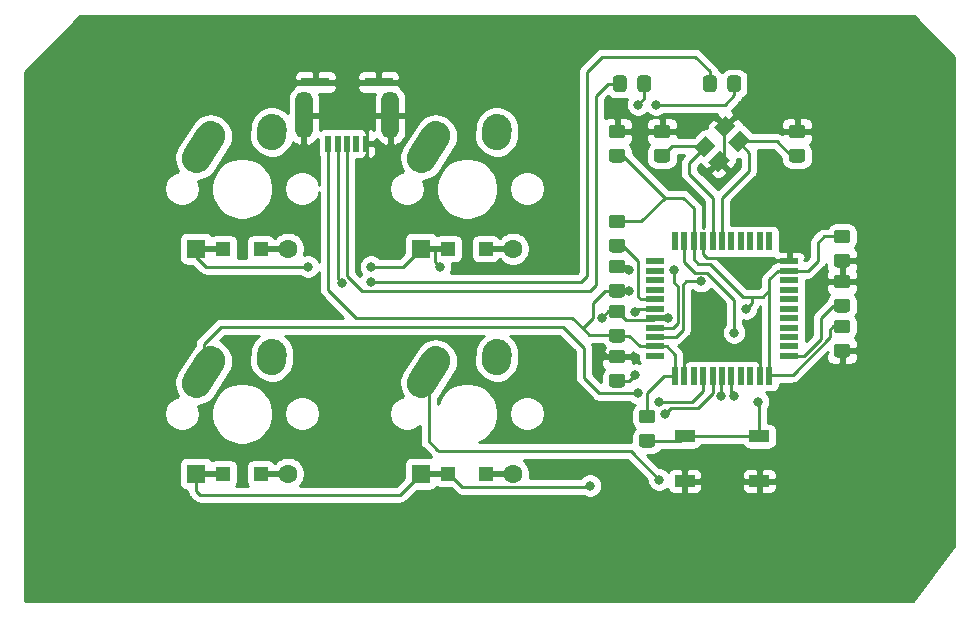
<source format=gbl>
%TF.GenerationSoftware,KiCad,Pcbnew,(5.1.6)-1*%
%TF.CreationDate,2020-08-17T19:43:53-04:00*%
%TF.ProjectId,keeb_v1,6b656562-5f76-4312-9e6b-696361645f70,rev?*%
%TF.SameCoordinates,Original*%
%TF.FileFunction,Copper,L2,Bot*%
%TF.FilePolarity,Positive*%
%FSLAX46Y46*%
G04 Gerber Fmt 4.6, Leading zero omitted, Abs format (unit mm)*
G04 Created by KiCad (PCBNEW (5.1.6)-1) date 2020-08-17 19:43:53*
%MOMM*%
%LPD*%
G01*
G04 APERTURE LIST*
%TA.AperFunction,SMDPad,CuDef*%
%ADD10R,1.500000X0.550000*%
%TD*%
%TA.AperFunction,SMDPad,CuDef*%
%ADD11R,0.550000X1.500000*%
%TD*%
%TA.AperFunction,Conductor*%
%ADD12R,2.500000X0.500000*%
%TD*%
%TA.AperFunction,ComponentPad*%
%ADD13C,1.600000*%
%TD*%
%TA.AperFunction,ComponentPad*%
%ADD14R,1.600000X1.600000*%
%TD*%
%TA.AperFunction,SMDPad,CuDef*%
%ADD15R,1.200000X1.200000*%
%TD*%
%TA.AperFunction,SMDPad,CuDef*%
%ADD16R,2.350000X0.800000*%
%TD*%
%TA.AperFunction,SMDPad,CuDef*%
%ADD17R,0.500000X1.400000*%
%TD*%
%TA.AperFunction,ComponentPad*%
%ADD18O,1.500000X4.000000*%
%TD*%
%TA.AperFunction,SMDPad,CuDef*%
%ADD19R,1.700000X1.000000*%
%TD*%
%TA.AperFunction,SMDPad,CuDef*%
%ADD20C,0.100000*%
%TD*%
%TA.AperFunction,ViaPad*%
%ADD21C,0.800000*%
%TD*%
%TA.AperFunction,Conductor*%
%ADD22C,0.250000*%
%TD*%
%TA.AperFunction,Conductor*%
%ADD23C,0.254000*%
%TD*%
G04 APERTURE END LIST*
%TO.P,K3,2*%
%TO.N,Net-(D3-Pad2)*%
%TA.AperFunction,ComponentPad*%
G36*
G01*
X106663170Y-99554309D02*
X106702619Y-98975653D01*
G75*
G02*
X108034743Y-97813567I1247105J-85019D01*
G01*
X108034743Y-97813567D01*
G75*
G02*
X109196829Y-99145691I-85019J-1247105D01*
G01*
X109157381Y-99724347D01*
G75*
G02*
X107825257Y-100886433I-1247105J85019D01*
G01*
X107825257Y-100886433D01*
G75*
G02*
X106663171Y-99554309I85019J1247105D01*
G01*
G37*
%TD.AperFunction*%
%TO.P,K3,1*%
%TO.N,/col1*%
%TA.AperFunction,ComponentPad*%
G36*
G01*
X100496299Y-100897191D02*
X101705223Y-98999560D01*
G75*
G02*
X103431087Y-98616946I1054239J-671625D01*
G01*
X103431087Y-98616946D01*
G75*
G02*
X103813701Y-100342810I-671625J-1054239D01*
G01*
X102604777Y-102240440D01*
G75*
G02*
X100878913Y-102623054I-1054239J671625D01*
G01*
X100878913Y-102623054D01*
G75*
G02*
X100496299Y-100897190I671625J1054239D01*
G01*
G37*
%TD.AperFunction*%
%TD*%
D10*
%TO.P,U1,1*%
%TO.N,Net-(U1-Pad1)*%
X121300000Y-118300000D03*
%TO.P,U1,2*%
%TO.N,VCC*%
X121300000Y-117500000D03*
%TO.P,U1,3*%
%TO.N,Net-(R3-Pad1)*%
X121300000Y-116700000D03*
%TO.P,U1,4*%
%TO.N,Net-(R4-Pad1)*%
X121300000Y-115900000D03*
%TO.P,U1,5*%
%TO.N,GND*%
X121300000Y-115100000D03*
%TO.P,U1,6*%
%TO.N,Net-(C8-Pad1)*%
X121300000Y-114300000D03*
%TO.P,U1,7*%
%TO.N,Net-(C9-Pad1)*%
X121300000Y-113500000D03*
%TO.P,U1,8*%
%TO.N,Net-(U1-Pad8)*%
X121300000Y-112700000D03*
%TO.P,U1,9*%
%TO.N,Net-(U1-Pad9)*%
X121300000Y-111900000D03*
%TO.P,U1,10*%
%TO.N,Net-(U1-Pad10)*%
X121300000Y-111100000D03*
%TO.P,U1,11*%
%TO.N,Net-(U1-Pad11)*%
X121300000Y-110300000D03*
D11*
%TO.P,U1,12*%
%TO.N,Net-(U1-Pad12)*%
X123000000Y-108600000D03*
%TO.P,U1,13*%
%TO.N,Net-(R1-Pad1)*%
X123800000Y-108600000D03*
%TO.P,U1,14*%
%TO.N,VCC*%
X124600000Y-108600000D03*
%TO.P,U1,15*%
%TO.N,GND*%
X125400000Y-108600000D03*
%TO.P,U1,16*%
%TO.N,Net-(C1-Pad1)*%
X126200000Y-108600000D03*
%TO.P,U1,17*%
%TO.N,Net-(C2-Pad1)*%
X127000000Y-108600000D03*
%TO.P,U1,18*%
%TO.N,Net-(U1-Pad18)*%
X127800000Y-108600000D03*
%TO.P,U1,19*%
%TO.N,Net-(U1-Pad19)*%
X128600000Y-108600000D03*
%TO.P,U1,20*%
%TO.N,Net-(U1-Pad20)*%
X129400000Y-108600000D03*
%TO.P,U1,21*%
%TO.N,Net-(U1-Pad21)*%
X130200000Y-108600000D03*
%TO.P,U1,22*%
%TO.N,Net-(U1-Pad22)*%
X131000000Y-108600000D03*
D10*
%TO.P,U1,23*%
%TO.N,GND*%
X132700000Y-110300000D03*
%TO.P,U1,24*%
%TO.N,VCC*%
X132700000Y-111100000D03*
%TO.P,U1,25*%
%TO.N,Net-(U1-Pad25)*%
X132700000Y-111900000D03*
%TO.P,U1,26*%
%TO.N,Net-(U1-Pad26)*%
X132700000Y-112700000D03*
%TO.P,U1,27*%
%TO.N,Net-(U1-Pad27)*%
X132700000Y-113500000D03*
%TO.P,U1,28*%
%TO.N,Net-(U1-Pad28)*%
X132700000Y-114300000D03*
%TO.P,U1,29*%
%TO.N,Net-(U1-Pad29)*%
X132700000Y-115100000D03*
%TO.P,U1,30*%
%TO.N,Net-(U1-Pad30)*%
X132700000Y-115900000D03*
%TO.P,U1,31*%
%TO.N,Net-(U1-Pad31)*%
X132700000Y-116700000D03*
%TO.P,U1,32*%
%TO.N,Net-(U1-Pad32)*%
X132700000Y-117500000D03*
%TO.P,U1,33*%
%TO.N,Net-(R2-Pad2)*%
X132700000Y-118300000D03*
D11*
%TO.P,U1,34*%
%TO.N,VCC*%
X131000000Y-120000000D03*
%TO.P,U1,35*%
%TO.N,GND*%
X130200000Y-120000000D03*
%TO.P,U1,36*%
%TO.N,Net-(U1-Pad36)*%
X129400000Y-120000000D03*
%TO.P,U1,37*%
%TO.N,Net-(U1-Pad37)*%
X128600000Y-120000000D03*
%TO.P,U1,38*%
%TO.N,/col1*%
X127800000Y-120000000D03*
%TO.P,U1,39*%
%TO.N,/col0*%
X127000000Y-120000000D03*
%TO.P,U1,40*%
%TO.N,/row1*%
X126200000Y-120000000D03*
%TO.P,U1,41*%
%TO.N,/row0*%
X125400000Y-120000000D03*
%TO.P,U1,42*%
%TO.N,Net-(U1-Pad42)*%
X124600000Y-120000000D03*
%TO.P,U1,43*%
%TO.N,GND*%
X123800000Y-120000000D03*
%TO.P,U1,44*%
%TO.N,VCC*%
X123000000Y-120000000D03*
%TD*%
%TO.P,C1,1*%
%TO.N,Net-(C1-Pad1)*%
%TA.AperFunction,SMDPad,CuDef*%
G36*
G01*
X122370001Y-101930000D02*
X121469999Y-101930000D01*
G75*
G02*
X121220000Y-101680001I0J249999D01*
G01*
X121220000Y-101029999D01*
G75*
G02*
X121469999Y-100780000I249999J0D01*
G01*
X122370001Y-100780000D01*
G75*
G02*
X122620000Y-101029999I0J-249999D01*
G01*
X122620000Y-101680001D01*
G75*
G02*
X122370001Y-101930000I-249999J0D01*
G01*
G37*
%TD.AperFunction*%
%TO.P,C1,2*%
%TO.N,GND*%
%TA.AperFunction,SMDPad,CuDef*%
G36*
G01*
X122370001Y-99880000D02*
X121469999Y-99880000D01*
G75*
G02*
X121220000Y-99630001I0J249999D01*
G01*
X121220000Y-98979999D01*
G75*
G02*
X121469999Y-98730000I249999J0D01*
G01*
X122370001Y-98730000D01*
G75*
G02*
X122620000Y-98979999I0J-249999D01*
G01*
X122620000Y-99630001D01*
G75*
G02*
X122370001Y-99880000I-249999J0D01*
G01*
G37*
%TD.AperFunction*%
%TD*%
%TO.P,C2,2*%
%TO.N,GND*%
%TA.AperFunction,SMDPad,CuDef*%
G36*
G01*
X133800001Y-99880000D02*
X132899999Y-99880000D01*
G75*
G02*
X132650000Y-99630001I0J249999D01*
G01*
X132650000Y-98979999D01*
G75*
G02*
X132899999Y-98730000I249999J0D01*
G01*
X133800001Y-98730000D01*
G75*
G02*
X134050000Y-98979999I0J-249999D01*
G01*
X134050000Y-99630001D01*
G75*
G02*
X133800001Y-99880000I-249999J0D01*
G01*
G37*
%TD.AperFunction*%
%TO.P,C2,1*%
%TO.N,Net-(C2-Pad1)*%
%TA.AperFunction,SMDPad,CuDef*%
G36*
G01*
X133800001Y-101930000D02*
X132899999Y-101930000D01*
G75*
G02*
X132650000Y-101680001I0J249999D01*
G01*
X132650000Y-101029999D01*
G75*
G02*
X132899999Y-100780000I249999J0D01*
G01*
X133800001Y-100780000D01*
G75*
G02*
X134050000Y-101029999I0J-249999D01*
G01*
X134050000Y-101680001D01*
G75*
G02*
X133800001Y-101930000I-249999J0D01*
G01*
G37*
%TD.AperFunction*%
%TD*%
%TO.P,C3,2*%
%TO.N,GND*%
%TA.AperFunction,SMDPad,CuDef*%
G36*
G01*
X136709999Y-117290000D02*
X137610001Y-117290000D01*
G75*
G02*
X137860000Y-117539999I0J-249999D01*
G01*
X137860000Y-118190001D01*
G75*
G02*
X137610001Y-118440000I-249999J0D01*
G01*
X136709999Y-118440000D01*
G75*
G02*
X136460000Y-118190001I0J249999D01*
G01*
X136460000Y-117539999D01*
G75*
G02*
X136709999Y-117290000I249999J0D01*
G01*
G37*
%TD.AperFunction*%
%TO.P,C3,1*%
%TO.N,VCC*%
%TA.AperFunction,SMDPad,CuDef*%
G36*
G01*
X136709999Y-115240000D02*
X137610001Y-115240000D01*
G75*
G02*
X137860000Y-115489999I0J-249999D01*
G01*
X137860000Y-116140001D01*
G75*
G02*
X137610001Y-116390000I-249999J0D01*
G01*
X136709999Y-116390000D01*
G75*
G02*
X136460000Y-116140001I0J249999D01*
G01*
X136460000Y-115489999D01*
G75*
G02*
X136709999Y-115240000I249999J0D01*
G01*
G37*
%TD.AperFunction*%
%TD*%
%TO.P,C4,1*%
%TO.N,VCC*%
%TA.AperFunction,SMDPad,CuDef*%
G36*
G01*
X136709999Y-107620000D02*
X137610001Y-107620000D01*
G75*
G02*
X137860000Y-107869999I0J-249999D01*
G01*
X137860000Y-108520001D01*
G75*
G02*
X137610001Y-108770000I-249999J0D01*
G01*
X136709999Y-108770000D01*
G75*
G02*
X136460000Y-108520001I0J249999D01*
G01*
X136460000Y-107869999D01*
G75*
G02*
X136709999Y-107620000I249999J0D01*
G01*
G37*
%TD.AperFunction*%
%TO.P,C4,2*%
%TO.N,GND*%
%TA.AperFunction,SMDPad,CuDef*%
G36*
G01*
X136709999Y-109670000D02*
X137610001Y-109670000D01*
G75*
G02*
X137860000Y-109919999I0J-249999D01*
G01*
X137860000Y-110570001D01*
G75*
G02*
X137610001Y-110820000I-249999J0D01*
G01*
X136709999Y-110820000D01*
G75*
G02*
X136460000Y-110570001I0J249999D01*
G01*
X136460000Y-109919999D01*
G75*
G02*
X136709999Y-109670000I249999J0D01*
G01*
G37*
%TD.AperFunction*%
%TD*%
%TO.P,C5,2*%
%TO.N,GND*%
%TA.AperFunction,SMDPad,CuDef*%
G36*
G01*
X118560001Y-111310000D02*
X117659999Y-111310000D01*
G75*
G02*
X117410000Y-111060001I0J249999D01*
G01*
X117410000Y-110409999D01*
G75*
G02*
X117659999Y-110160000I249999J0D01*
G01*
X118560001Y-110160000D01*
G75*
G02*
X118810000Y-110409999I0J-249999D01*
G01*
X118810000Y-111060001D01*
G75*
G02*
X118560001Y-111310000I-249999J0D01*
G01*
G37*
%TD.AperFunction*%
%TO.P,C5,1*%
%TO.N,VCC*%
%TA.AperFunction,SMDPad,CuDef*%
G36*
G01*
X118560001Y-113360000D02*
X117659999Y-113360000D01*
G75*
G02*
X117410000Y-113110001I0J249999D01*
G01*
X117410000Y-112459999D01*
G75*
G02*
X117659999Y-112210000I249999J0D01*
G01*
X118560001Y-112210000D01*
G75*
G02*
X118810000Y-112459999I0J-249999D01*
G01*
X118810000Y-113110001D01*
G75*
G02*
X118560001Y-113360000I-249999J0D01*
G01*
G37*
%TD.AperFunction*%
%TD*%
%TO.P,C6,1*%
%TO.N,VCC*%
%TA.AperFunction,SMDPad,CuDef*%
G36*
G01*
X118560001Y-101930000D02*
X117659999Y-101930000D01*
G75*
G02*
X117410000Y-101680001I0J249999D01*
G01*
X117410000Y-101029999D01*
G75*
G02*
X117659999Y-100780000I249999J0D01*
G01*
X118560001Y-100780000D01*
G75*
G02*
X118810000Y-101029999I0J-249999D01*
G01*
X118810000Y-101680001D01*
G75*
G02*
X118560001Y-101930000I-249999J0D01*
G01*
G37*
%TD.AperFunction*%
%TO.P,C6,2*%
%TO.N,GND*%
%TA.AperFunction,SMDPad,CuDef*%
G36*
G01*
X118560001Y-99880000D02*
X117659999Y-99880000D01*
G75*
G02*
X117410000Y-99630001I0J249999D01*
G01*
X117410000Y-98979999D01*
G75*
G02*
X117659999Y-98730000I249999J0D01*
G01*
X118560001Y-98730000D01*
G75*
G02*
X118810000Y-98979999I0J-249999D01*
G01*
X118810000Y-99630001D01*
G75*
G02*
X118560001Y-99880000I-249999J0D01*
G01*
G37*
%TD.AperFunction*%
%TD*%
%TO.P,C7,2*%
%TO.N,GND*%
%TA.AperFunction,SMDPad,CuDef*%
G36*
G01*
X118560001Y-115120000D02*
X117659999Y-115120000D01*
G75*
G02*
X117410000Y-114870001I0J249999D01*
G01*
X117410000Y-114219999D01*
G75*
G02*
X117659999Y-113970000I249999J0D01*
G01*
X118560001Y-113970000D01*
G75*
G02*
X118810000Y-114219999I0J-249999D01*
G01*
X118810000Y-114870001D01*
G75*
G02*
X118560001Y-115120000I-249999J0D01*
G01*
G37*
%TD.AperFunction*%
%TO.P,C7,1*%
%TO.N,VCC*%
%TA.AperFunction,SMDPad,CuDef*%
G36*
G01*
X118560001Y-117170000D02*
X117659999Y-117170000D01*
G75*
G02*
X117410000Y-116920001I0J249999D01*
G01*
X117410000Y-116269999D01*
G75*
G02*
X117659999Y-116020000I249999J0D01*
G01*
X118560001Y-116020000D01*
G75*
G02*
X118810000Y-116269999I0J-249999D01*
G01*
X118810000Y-116920001D01*
G75*
G02*
X118560001Y-117170000I-249999J0D01*
G01*
G37*
%TD.AperFunction*%
%TD*%
%TO.P,C8,1*%
%TO.N,Net-(C8-Pad1)*%
%TA.AperFunction,SMDPad,CuDef*%
G36*
G01*
X118560001Y-120980000D02*
X117659999Y-120980000D01*
G75*
G02*
X117410000Y-120730001I0J249999D01*
G01*
X117410000Y-120079999D01*
G75*
G02*
X117659999Y-119830000I249999J0D01*
G01*
X118560001Y-119830000D01*
G75*
G02*
X118810000Y-120079999I0J-249999D01*
G01*
X118810000Y-120730001D01*
G75*
G02*
X118560001Y-120980000I-249999J0D01*
G01*
G37*
%TD.AperFunction*%
%TO.P,C8,2*%
%TO.N,GND*%
%TA.AperFunction,SMDPad,CuDef*%
G36*
G01*
X118560001Y-118930000D02*
X117659999Y-118930000D01*
G75*
G02*
X117410000Y-118680001I0J249999D01*
G01*
X117410000Y-118029999D01*
G75*
G02*
X117659999Y-117780000I249999J0D01*
G01*
X118560001Y-117780000D01*
G75*
G02*
X118810000Y-118029999I0J-249999D01*
G01*
X118810000Y-118680001D01*
G75*
G02*
X118560001Y-118930000I-249999J0D01*
G01*
G37*
%TD.AperFunction*%
%TD*%
%TO.P,C9,1*%
%TO.N,Net-(C9-Pad1)*%
%TA.AperFunction,SMDPad,CuDef*%
G36*
G01*
X118560001Y-109550000D02*
X117659999Y-109550000D01*
G75*
G02*
X117410000Y-109300001I0J249999D01*
G01*
X117410000Y-108649999D01*
G75*
G02*
X117659999Y-108400000I249999J0D01*
G01*
X118560001Y-108400000D01*
G75*
G02*
X118810000Y-108649999I0J-249999D01*
G01*
X118810000Y-109300001D01*
G75*
G02*
X118560001Y-109550000I-249999J0D01*
G01*
G37*
%TD.AperFunction*%
%TO.P,C9,2*%
%TO.N,VCC*%
%TA.AperFunction,SMDPad,CuDef*%
G36*
G01*
X118560001Y-107500000D02*
X117659999Y-107500000D01*
G75*
G02*
X117410000Y-107250001I0J249999D01*
G01*
X117410000Y-106599999D01*
G75*
G02*
X117659999Y-106350000I249999J0D01*
G01*
X118560001Y-106350000D01*
G75*
G02*
X118810000Y-106599999I0J-249999D01*
G01*
X118810000Y-107250001D01*
G75*
G02*
X118560001Y-107500000I-249999J0D01*
G01*
G37*
%TD.AperFunction*%
%TD*%
D12*
%TO.N,Net-(D1-Pad2)*%
%TO.C,D1*%
X89060000Y-109220000D03*
%TO.N,/row0*%
X83660000Y-109220000D03*
D13*
%TD*%
%TO.P,D1,2*%
%TO.N,Net-(D1-Pad2)*%
X90260000Y-109220000D03*
D14*
%TO.P,D1,1*%
%TO.N,/row0*%
X82460000Y-109220000D03*
D15*
X84785000Y-109220000D03*
%TO.P,D1,2*%
%TO.N,Net-(D1-Pad2)*%
X87935000Y-109220000D03*
%TD*%
%TO.P,D2,2*%
%TO.N,Net-(D2-Pad2)*%
X87935000Y-128270000D03*
%TO.P,D2,1*%
%TO.N,/row1*%
X84785000Y-128270000D03*
D14*
X82460000Y-128270000D03*
D13*
%TO.P,D2,2*%
%TO.N,Net-(D2-Pad2)*%
X90260000Y-128270000D03*
D12*
%TD*%
%TO.N,/row1*%
%TO.C,D2*%
X83660000Y-128270000D03*
%TO.N,Net-(D2-Pad2)*%
%TO.C,D2*%
X89060000Y-128270000D03*
%TD*%
D15*
%TO.P,D3,2*%
%TO.N,Net-(D3-Pad2)*%
X106985000Y-109220000D03*
%TO.P,D3,1*%
%TO.N,/row0*%
X103835000Y-109220000D03*
D14*
X101510000Y-109220000D03*
D13*
%TO.P,D3,2*%
%TO.N,Net-(D3-Pad2)*%
X109310000Y-109220000D03*
D12*
%TD*%
%TO.N,/row0*%
%TO.C,D3*%
X102710000Y-109220000D03*
%TO.N,Net-(D3-Pad2)*%
%TO.C,D3*%
X108110000Y-109220000D03*
%TD*%
%TO.N,Net-(D4-Pad2)*%
%TO.C,D4*%
X108110000Y-128270000D03*
%TO.N,/row1*%
X102710000Y-128270000D03*
D13*
%TD*%
%TO.P,D4,2*%
%TO.N,Net-(D4-Pad2)*%
X109310000Y-128270000D03*
D14*
%TO.P,D4,1*%
%TO.N,/row1*%
X101510000Y-128270000D03*
D15*
X103835000Y-128270000D03*
%TO.P,D4,2*%
%TO.N,Net-(D4-Pad2)*%
X106985000Y-128270000D03*
%TD*%
D16*
%TO.P,J1,6*%
%TO.N,GND*%
X97925000Y-95130000D03*
X92575000Y-95130000D03*
D17*
%TO.P,J1,1*%
%TO.N,VCC*%
X93650000Y-100330000D03*
%TO.P,J1,2*%
%TO.N,Net-(J1-Pad2)*%
X94450000Y-100330000D03*
%TO.P,J1,3*%
%TO.N,Net-(J1-Pad3)*%
X95250000Y-100330000D03*
%TO.P,J1,4*%
%TO.N,Net-(J1-Pad4)*%
X96050000Y-100330000D03*
%TO.P,J1,5*%
%TO.N,GND*%
X96850000Y-100330000D03*
D18*
%TO.P,J1,6*%
X91600000Y-97930000D03*
X98900000Y-97930000D03*
%TD*%
%TO.P,K1,1*%
%TO.N,/col0*%
%TA.AperFunction,ComponentPad*%
G36*
G01*
X81446299Y-100897191D02*
X82655223Y-98999560D01*
G75*
G02*
X84381087Y-98616946I1054239J-671625D01*
G01*
X84381087Y-98616946D01*
G75*
G02*
X84763701Y-100342810I-671625J-1054239D01*
G01*
X83554777Y-102240440D01*
G75*
G02*
X81828913Y-102623054I-1054239J671625D01*
G01*
X81828913Y-102623054D01*
G75*
G02*
X81446299Y-100897190I671625J1054239D01*
G01*
G37*
%TD.AperFunction*%
%TO.P,K1,2*%
%TO.N,Net-(D1-Pad2)*%
%TA.AperFunction,ComponentPad*%
G36*
G01*
X87613170Y-99554309D02*
X87652619Y-98975653D01*
G75*
G02*
X88984743Y-97813567I1247105J-85019D01*
G01*
X88984743Y-97813567D01*
G75*
G02*
X90146829Y-99145691I-85019J-1247105D01*
G01*
X90107381Y-99724347D01*
G75*
G02*
X88775257Y-100886433I-1247105J85019D01*
G01*
X88775257Y-100886433D01*
G75*
G02*
X87613171Y-99554309I85019J1247105D01*
G01*
G37*
%TD.AperFunction*%
%TD*%
%TO.P,K2,1*%
%TO.N,/col0*%
%TA.AperFunction,ComponentPad*%
G36*
G01*
X81446299Y-119947191D02*
X82655223Y-118049560D01*
G75*
G02*
X84381087Y-117666946I1054239J-671625D01*
G01*
X84381087Y-117666946D01*
G75*
G02*
X84763701Y-119392810I-671625J-1054239D01*
G01*
X83554777Y-121290440D01*
G75*
G02*
X81828913Y-121673054I-1054239J671625D01*
G01*
X81828913Y-121673054D01*
G75*
G02*
X81446299Y-119947190I671625J1054239D01*
G01*
G37*
%TD.AperFunction*%
%TO.P,K2,2*%
%TO.N,Net-(D2-Pad2)*%
%TA.AperFunction,ComponentPad*%
G36*
G01*
X87613170Y-118604309D02*
X87652619Y-118025653D01*
G75*
G02*
X88984743Y-116863567I1247105J-85019D01*
G01*
X88984743Y-116863567D01*
G75*
G02*
X90146829Y-118195691I-85019J-1247105D01*
G01*
X90107381Y-118774347D01*
G75*
G02*
X88775257Y-119936433I-1247105J85019D01*
G01*
X88775257Y-119936433D01*
G75*
G02*
X87613171Y-118604309I85019J1247105D01*
G01*
G37*
%TD.AperFunction*%
%TD*%
%TO.P,K4,2*%
%TO.N,Net-(D4-Pad2)*%
%TA.AperFunction,ComponentPad*%
G36*
G01*
X106663170Y-118604309D02*
X106702619Y-118025653D01*
G75*
G02*
X108034743Y-116863567I1247105J-85019D01*
G01*
X108034743Y-116863567D01*
G75*
G02*
X109196829Y-118195691I-85019J-1247105D01*
G01*
X109157381Y-118774347D01*
G75*
G02*
X107825257Y-119936433I-1247105J85019D01*
G01*
X107825257Y-119936433D01*
G75*
G02*
X106663171Y-118604309I85019J1247105D01*
G01*
G37*
%TD.AperFunction*%
%TO.P,K4,1*%
%TO.N,/col1*%
%TA.AperFunction,ComponentPad*%
G36*
G01*
X100496299Y-119947191D02*
X101705223Y-118049560D01*
G75*
G02*
X103431087Y-117666946I1054239J-671625D01*
G01*
X103431087Y-117666946D01*
G75*
G02*
X103813701Y-119392810I-671625J-1054239D01*
G01*
X102604777Y-121290440D01*
G75*
G02*
X100878913Y-121673054I-1054239J671625D01*
G01*
X100878913Y-121673054D01*
G75*
G02*
X100496299Y-119947190I671625J1054239D01*
G01*
G37*
%TD.AperFunction*%
%TD*%
%TO.P,R1,1*%
%TO.N,Net-(R1-Pad1)*%
%TA.AperFunction,SMDPad,CuDef*%
G36*
G01*
X121100001Y-126060000D02*
X120199999Y-126060000D01*
G75*
G02*
X119950000Y-125810001I0J249999D01*
G01*
X119950000Y-125159999D01*
G75*
G02*
X120199999Y-124910000I249999J0D01*
G01*
X121100001Y-124910000D01*
G75*
G02*
X121350000Y-125159999I0J-249999D01*
G01*
X121350000Y-125810001D01*
G75*
G02*
X121100001Y-126060000I-249999J0D01*
G01*
G37*
%TD.AperFunction*%
%TO.P,R1,2*%
%TO.N,VCC*%
%TA.AperFunction,SMDPad,CuDef*%
G36*
G01*
X121100001Y-124010000D02*
X120199999Y-124010000D01*
G75*
G02*
X119950000Y-123760001I0J249999D01*
G01*
X119950000Y-123109999D01*
G75*
G02*
X120199999Y-122860000I249999J0D01*
G01*
X121100001Y-122860000D01*
G75*
G02*
X121350000Y-123109999I0J-249999D01*
G01*
X121350000Y-123760001D01*
G75*
G02*
X121100001Y-124010000I-249999J0D01*
G01*
G37*
%TD.AperFunction*%
%TD*%
%TO.P,R2,2*%
%TO.N,Net-(R2-Pad2)*%
%TA.AperFunction,SMDPad,CuDef*%
G36*
G01*
X136709999Y-113480000D02*
X137610001Y-113480000D01*
G75*
G02*
X137860000Y-113729999I0J-249999D01*
G01*
X137860000Y-114380001D01*
G75*
G02*
X137610001Y-114630000I-249999J0D01*
G01*
X136709999Y-114630000D01*
G75*
G02*
X136460000Y-114380001I0J249999D01*
G01*
X136460000Y-113729999D01*
G75*
G02*
X136709999Y-113480000I249999J0D01*
G01*
G37*
%TD.AperFunction*%
%TO.P,R2,1*%
%TO.N,GND*%
%TA.AperFunction,SMDPad,CuDef*%
G36*
G01*
X136709999Y-111430000D02*
X137610001Y-111430000D01*
G75*
G02*
X137860000Y-111679999I0J-249999D01*
G01*
X137860000Y-112330001D01*
G75*
G02*
X137610001Y-112580000I-249999J0D01*
G01*
X136709999Y-112580000D01*
G75*
G02*
X136460000Y-112330001I0J249999D01*
G01*
X136460000Y-111679999D01*
G75*
G02*
X136709999Y-111430000I249999J0D01*
G01*
G37*
%TD.AperFunction*%
%TD*%
%TO.P,R3,1*%
%TO.N,Net-(R3-Pad1)*%
%TA.AperFunction,SMDPad,CuDef*%
G36*
G01*
X128600000Y-94799999D02*
X128600000Y-95700001D01*
G75*
G02*
X128350001Y-95950000I-249999J0D01*
G01*
X127699999Y-95950000D01*
G75*
G02*
X127450000Y-95700001I0J249999D01*
G01*
X127450000Y-94799999D01*
G75*
G02*
X127699999Y-94550000I249999J0D01*
G01*
X128350001Y-94550000D01*
G75*
G02*
X128600000Y-94799999I0J-249999D01*
G01*
G37*
%TD.AperFunction*%
%TO.P,R3,2*%
%TO.N,Net-(J1-Pad2)*%
%TA.AperFunction,SMDPad,CuDef*%
G36*
G01*
X126550000Y-94799999D02*
X126550000Y-95700001D01*
G75*
G02*
X126300001Y-95950000I-249999J0D01*
G01*
X125649999Y-95950000D01*
G75*
G02*
X125400000Y-95700001I0J249999D01*
G01*
X125400000Y-94799999D01*
G75*
G02*
X125649999Y-94550000I249999J0D01*
G01*
X126300001Y-94550000D01*
G75*
G02*
X126550000Y-94799999I0J-249999D01*
G01*
G37*
%TD.AperFunction*%
%TD*%
%TO.P,R4,2*%
%TO.N,Net-(J1-Pad3)*%
%TA.AperFunction,SMDPad,CuDef*%
G36*
G01*
X118930000Y-94799999D02*
X118930000Y-95700001D01*
G75*
G02*
X118680001Y-95950000I-249999J0D01*
G01*
X118029999Y-95950000D01*
G75*
G02*
X117780000Y-95700001I0J249999D01*
G01*
X117780000Y-94799999D01*
G75*
G02*
X118029999Y-94550000I249999J0D01*
G01*
X118680001Y-94550000D01*
G75*
G02*
X118930000Y-94799999I0J-249999D01*
G01*
G37*
%TD.AperFunction*%
%TO.P,R4,1*%
%TO.N,Net-(R4-Pad1)*%
%TA.AperFunction,SMDPad,CuDef*%
G36*
G01*
X120980000Y-94799999D02*
X120980000Y-95700001D01*
G75*
G02*
X120730001Y-95950000I-249999J0D01*
G01*
X120079999Y-95950000D01*
G75*
G02*
X119830000Y-95700001I0J249999D01*
G01*
X119830000Y-94799999D01*
G75*
G02*
X120079999Y-94550000I249999J0D01*
G01*
X120730001Y-94550000D01*
G75*
G02*
X120980000Y-94799999I0J-249999D01*
G01*
G37*
%TD.AperFunction*%
%TD*%
D19*
%TO.P,SW1,1*%
%TO.N,GND*%
X123850000Y-128900000D03*
X130150000Y-128900000D03*
%TO.P,SW1,2*%
%TO.N,Net-(R1-Pad1)*%
X123850000Y-125100000D03*
X130150000Y-125100000D03*
%TD*%
%TA.AperFunction,SMDPad,CuDef*%
D20*
%TO.P,X1,3*%
%TO.N,GND*%
G36*
X126681802Y-102698808D02*
G01*
X125833274Y-101850280D01*
X126823224Y-100860330D01*
X127671752Y-101708858D01*
X126681802Y-102698808D01*
G37*
%TD.AperFunction*%
%TA.AperFunction,SMDPad,CuDef*%
%TO.P,X1,2*%
%TO.N,Net-(C2-Pad1)*%
G36*
X128378858Y-101001752D02*
G01*
X127530330Y-100153224D01*
X128520280Y-99163274D01*
X129368808Y-100011802D01*
X128378858Y-101001752D01*
G37*
%TD.AperFunction*%
%TA.AperFunction,SMDPad,CuDef*%
%TO.P,X1,1*%
%TO.N,Net-(C1-Pad1)*%
G36*
X125479720Y-101496726D02*
G01*
X124631192Y-100648198D01*
X125621142Y-99658248D01*
X126469670Y-100506776D01*
X125479720Y-101496726D01*
G37*
%TD.AperFunction*%
%TA.AperFunction,SMDPad,CuDef*%
%TO.P,X1,3*%
%TO.N,GND*%
G36*
X127176776Y-99799670D02*
G01*
X126328248Y-98951142D01*
X127318198Y-97961192D01*
X128166726Y-98809720D01*
X127176776Y-99799670D01*
G37*
%TD.AperFunction*%
%TD*%
D21*
%TO.N,VCC*%
X119163000Y-112771347D03*
X129032000Y-114300000D03*
%TO.N,Net-(C8-Pad1)*%
X119634000Y-119888000D03*
X119634000Y-114554000D03*
%TO.N,/row0*%
X91948000Y-110744000D03*
X97282000Y-110744000D03*
X103124000Y-110744000D03*
X121666000Y-122174000D03*
%TO.N,/row1*%
X115824000Y-129286000D03*
X122174000Y-123190000D03*
%TO.N,Net-(J1-Pad2)*%
X97282000Y-112014000D03*
X94864347Y-112145653D03*
%TO.N,/col0*%
X119888000Y-121449000D03*
X126874163Y-121716702D03*
%TO.N,/col1*%
X121666000Y-128778000D03*
X128016000Y-121666000D03*
%TO.N,Net-(R1-Pad1)*%
X130048000Y-122174000D03*
X128016000Y-116332000D03*
%TO.N,Net-(R3-Pad1)*%
X121412000Y-97028000D03*
X125222000Y-111977000D03*
%TO.N,Net-(R4-Pad1)*%
X119888000Y-97028000D03*
X122973000Y-111052892D03*
%TO.N,GND*%
X129794000Y-110490000D03*
X129794000Y-111760000D03*
X122428000Y-115062000D03*
X124968000Y-116586000D03*
X119163000Y-110998000D03*
X129540000Y-117094000D03*
X116840000Y-117602000D03*
X116840000Y-115062000D03*
%TD*%
D22*
%TO.N,Net-(C1-Pad1)*%
X121920000Y-101355000D02*
X121920000Y-101346000D01*
X122723868Y-100542132D02*
X125656497Y-100542132D01*
X121920000Y-101346000D02*
X122723868Y-100542132D01*
X125656497Y-100542132D02*
X124206000Y-101992629D01*
X126238000Y-108562000D02*
X126200000Y-108600000D01*
X126238000Y-104902000D02*
X126238000Y-108562000D01*
X124206000Y-102870000D02*
X126238000Y-104902000D01*
X124206000Y-101992629D02*
X124206000Y-102870000D01*
%TO.N,Net-(C2-Pad1)*%
X133350000Y-101355000D02*
X132851000Y-101355000D01*
X131613868Y-100117868D02*
X128343503Y-100117868D01*
X132851000Y-101355000D02*
X131613868Y-100117868D01*
X128343503Y-100117868D02*
X128343503Y-100149503D01*
X127000000Y-104902000D02*
X127000000Y-108600000D01*
X129286000Y-102616000D02*
X127000000Y-104902000D01*
X129286000Y-101092000D02*
X129286000Y-102616000D01*
X128343503Y-100149503D02*
X129286000Y-101092000D01*
%TO.N,VCC*%
X118110000Y-101355000D02*
X118627000Y-101355000D01*
X124600000Y-105804000D02*
X124600000Y-108600000D01*
X123698000Y-104902000D02*
X124600000Y-105804000D01*
X122174000Y-104902000D02*
X123698000Y-104902000D01*
X118627000Y-101355000D02*
X122174000Y-104902000D01*
X118110000Y-106925000D02*
X120151000Y-106925000D01*
X120151000Y-106925000D02*
X122174000Y-104902000D01*
X118110000Y-116595000D02*
X119135000Y-116595000D01*
X120040000Y-117500000D02*
X121300000Y-117500000D01*
X119135000Y-116595000D02*
X120040000Y-117500000D01*
X118053556Y-116538556D02*
X118110000Y-116595000D01*
X115776556Y-116538556D02*
X118053556Y-116538556D01*
X93650000Y-100330000D02*
X93650000Y-112700000D01*
X93650000Y-112700000D02*
X96012000Y-115062000D01*
X96012000Y-115062000D02*
X114300000Y-115062000D01*
X120650000Y-123435000D02*
X120650000Y-121412000D01*
X122062000Y-120000000D02*
X123000000Y-120000000D01*
X120650000Y-121412000D02*
X122062000Y-120000000D01*
X137160000Y-115815000D02*
X136407000Y-115815000D01*
X136407000Y-115815000D02*
X136144000Y-116078000D01*
X136144000Y-116714410D02*
X132970410Y-119888000D01*
X136144000Y-116078000D02*
X136144000Y-116714410D01*
X131112000Y-119888000D02*
X131000000Y-120000000D01*
X132970410Y-119888000D02*
X131112000Y-119888000D01*
X132700000Y-111100000D02*
X134264000Y-111100000D01*
X134264000Y-111100000D02*
X135128000Y-110236000D01*
X135128000Y-110236000D02*
X135128000Y-108712000D01*
X135645000Y-108195000D02*
X137160000Y-108195000D01*
X135128000Y-108712000D02*
X135645000Y-108195000D01*
X131724000Y-111100000D02*
X132700000Y-111100000D01*
X131000000Y-111824000D02*
X131724000Y-111100000D01*
X118110000Y-112785000D02*
X117085000Y-112785000D01*
X117085000Y-112785000D02*
X116078000Y-113792000D01*
X116078000Y-115062000D02*
X115189000Y-115951000D01*
X116078000Y-113792000D02*
X116078000Y-115062000D01*
X114300000Y-115062000D02*
X115189000Y-115951000D01*
X115189000Y-115951000D02*
X115776556Y-116538556D01*
X124600000Y-108600000D02*
X124600000Y-110122000D01*
X124600000Y-110122000D02*
X124968000Y-110490000D01*
X124968000Y-110490000D02*
X125984000Y-110490000D01*
X125984000Y-110490000D02*
X128778000Y-113284000D01*
X130428000Y-113284000D02*
X131000000Y-112712000D01*
X131000000Y-120000000D02*
X131000000Y-112712000D01*
X131000000Y-112712000D02*
X131000000Y-111824000D01*
X118110000Y-112785000D02*
X119117000Y-112785000D01*
X119117000Y-112785000D02*
X119130653Y-112771347D01*
X119130653Y-112771347D02*
X119163000Y-112771347D01*
X129032000Y-114300000D02*
X129540000Y-113792000D01*
X129540000Y-113792000D02*
X129540000Y-113284000D01*
X128778000Y-113284000D02*
X129540000Y-113284000D01*
X129540000Y-113284000D02*
X130428000Y-113284000D01*
X123000000Y-118200000D02*
X123000000Y-120000000D01*
X122300000Y-117500000D02*
X123000000Y-118200000D01*
X121300000Y-117500000D02*
X122300000Y-117500000D01*
%TO.N,Net-(C8-Pad1)*%
X118110000Y-120405000D02*
X119117000Y-120405000D01*
X119117000Y-120405000D02*
X119634000Y-119888000D01*
X119634000Y-119888000D02*
X119634000Y-119888000D01*
X119634000Y-114554000D02*
X119888000Y-114300000D01*
X119888000Y-114300000D02*
X121300000Y-114300000D01*
%TO.N,Net-(C9-Pad1)*%
X118110000Y-108975000D02*
X118627000Y-108975000D01*
X120104000Y-113500000D02*
X121300000Y-113500000D01*
X119888000Y-113284000D02*
X119888000Y-113284000D01*
X119888000Y-110236000D02*
X119888000Y-113284000D01*
X118627000Y-108975000D02*
X119888000Y-110236000D01*
X119888000Y-113284000D02*
X120104000Y-113500000D01*
%TO.N,/row0*%
X82874000Y-109634000D02*
X82460000Y-109220000D01*
X82460000Y-109220000D02*
X82460000Y-109892000D01*
X82460000Y-109892000D02*
X83312000Y-110744000D01*
X83312000Y-110744000D02*
X91948000Y-110744000D01*
X99986000Y-110744000D02*
X101510000Y-109220000D01*
X97282000Y-110744000D02*
X99986000Y-110744000D01*
X102710000Y-109220000D02*
X102710000Y-110330000D01*
X102710000Y-110330000D02*
X103124000Y-110744000D01*
X121666000Y-122174000D02*
X124460000Y-122174000D01*
X125400000Y-121234000D02*
X125400000Y-120000000D01*
X124460000Y-122174000D02*
X125400000Y-121234000D01*
%TO.N,/row1*%
X82460000Y-128270000D02*
X82460000Y-129704000D01*
X82460000Y-129704000D02*
X82804000Y-130048000D01*
X99732000Y-130048000D02*
X101510000Y-128270000D01*
X82804000Y-130048000D02*
X99732000Y-130048000D01*
X103835000Y-128270000D02*
X103886000Y-128270000D01*
X103886000Y-128270000D02*
X105011001Y-129395001D01*
X115714999Y-129395001D02*
X115824000Y-129286000D01*
X105011001Y-129395001D02*
X115714999Y-129395001D01*
X126200000Y-121450000D02*
X126200000Y-120000000D01*
X124968000Y-122682000D02*
X126200000Y-121450000D01*
X122174000Y-123190000D02*
X122682000Y-122682000D01*
X122682000Y-122682000D02*
X124968000Y-122682000D01*
%TO.N,Net-(J1-Pad2)*%
X125975000Y-95250000D02*
X125975000Y-94225000D01*
X125975000Y-94225000D02*
X124714000Y-92964000D01*
X124714000Y-92964000D02*
X116840000Y-92964000D01*
X116840000Y-92964000D02*
X115570000Y-94234000D01*
X115570000Y-94234000D02*
X115570000Y-111506000D01*
X115570000Y-111506000D02*
X115062000Y-112014000D01*
X115062000Y-112014000D02*
X97282000Y-112014000D01*
X94488000Y-100368000D02*
X94450000Y-100330000D01*
X94864347Y-112145653D02*
X94488000Y-111769306D01*
X94488000Y-111769306D02*
X94488000Y-108712000D01*
X94488000Y-108966000D02*
X94488000Y-108712000D01*
X94488000Y-108712000D02*
X94488000Y-100368000D01*
%TO.N,Net-(J1-Pad3)*%
X95250000Y-111506000D02*
X95250000Y-100330000D01*
X96520000Y-112776000D02*
X95250000Y-111506000D01*
X117348000Y-95250000D02*
X116332000Y-96266000D01*
X116332000Y-112268000D02*
X115824000Y-112776000D01*
X118355000Y-95250000D02*
X117348000Y-95250000D01*
X116332000Y-96266000D02*
X116332000Y-112268000D01*
X115824000Y-112776000D02*
X96520000Y-112776000D01*
%TO.N,/col0*%
X83105000Y-119670000D02*
X83105000Y-117301000D01*
X83105000Y-117301000D02*
X84582000Y-115824000D01*
X84582000Y-115824000D02*
X113538000Y-115824000D01*
X113538000Y-115824000D02*
X115316000Y-117602000D01*
X115316000Y-117602000D02*
X115316000Y-119199190D01*
X115316000Y-119199190D02*
X115316000Y-120142000D01*
X115316000Y-120142000D02*
X116623000Y-121449000D01*
X116623000Y-121449000D02*
X119888000Y-121449000D01*
X126874163Y-120125837D02*
X127000000Y-120000000D01*
X126874163Y-121716702D02*
X126874163Y-120125837D01*
%TO.N,/col1*%
X102155000Y-119670000D02*
X102155000Y-125523000D01*
X102155000Y-125523000D02*
X102870000Y-126238000D01*
X103017010Y-126385010D02*
X119273010Y-126385010D01*
X102870000Y-126238000D02*
X103017010Y-126385010D01*
X119273010Y-126385010D02*
X121666000Y-128778000D01*
X127800000Y-121450000D02*
X127800000Y-120000000D01*
X128016000Y-121666000D02*
X127800000Y-121450000D01*
%TO.N,Net-(R1-Pad1)*%
X120650000Y-125485000D02*
X123465000Y-125485000D01*
X123465000Y-125485000D02*
X123850000Y-125100000D01*
X130150000Y-125100000D02*
X130150000Y-122276000D01*
X130150000Y-122276000D02*
X130048000Y-122174000D01*
X128016000Y-116332000D02*
X128016000Y-113538000D01*
X128016000Y-113538000D02*
X125730000Y-111252000D01*
X125730000Y-111252000D02*
X124714000Y-111252000D01*
X123800000Y-110338000D02*
X123800000Y-108600000D01*
X124714000Y-111252000D02*
X123800000Y-110338000D01*
X123850000Y-125100000D02*
X130150000Y-125100000D01*
%TO.N,Net-(R2-Pad2)*%
X137160000Y-114055000D02*
X136389000Y-114055000D01*
X136389000Y-114055000D02*
X135382000Y-115062000D01*
X135382000Y-115062000D02*
X135382000Y-116840000D01*
X133922000Y-118300000D02*
X132700000Y-118300000D01*
X135382000Y-116840000D02*
X133922000Y-118300000D01*
%TO.N,Net-(R3-Pad1)*%
X128025000Y-95250000D02*
X128025000Y-96257000D01*
X128025000Y-96257000D02*
X127254000Y-97028000D01*
X127254000Y-97028000D02*
X121412000Y-97028000D01*
X123076000Y-116700000D02*
X121300000Y-116700000D01*
X123698000Y-116078000D02*
X123076000Y-116700000D01*
X125222000Y-111977000D02*
X123989000Y-111977000D01*
X123989000Y-111977000D02*
X123698000Y-112268000D01*
X123698000Y-112268000D02*
X123698000Y-116078000D01*
%TO.N,Net-(R4-Pad1)*%
X120405000Y-96511000D02*
X119888000Y-97028000D01*
X122110002Y-115900000D02*
X121300000Y-115900000D01*
X120405000Y-95250000D02*
X120405000Y-96511000D01*
X121300000Y-115900000D02*
X122860000Y-115900000D01*
X122860000Y-115900000D02*
X123247990Y-115512010D01*
X123247990Y-112382992D02*
X122972999Y-112108001D01*
X123247990Y-115512010D02*
X123247990Y-112382992D01*
X122973000Y-111618577D02*
X122973000Y-111052892D01*
X122972999Y-112108001D02*
X122973000Y-111618577D01*
%TO.N,GND*%
X132700000Y-110300000D02*
X129984000Y-110300000D01*
X129984000Y-110300000D02*
X129794000Y-110490000D01*
X125400000Y-109652000D02*
X125730000Y-109982000D01*
X125400000Y-108600000D02*
X125400000Y-109652000D01*
X129286000Y-109982000D02*
X129794000Y-110490000D01*
X125730000Y-109982000D02*
X129286000Y-109982000D01*
X121300000Y-115100000D02*
X122390000Y-115100000D01*
X122390000Y-115100000D02*
X122428000Y-115062000D01*
X123800000Y-120000000D02*
X123800000Y-117754000D01*
X123800000Y-117754000D02*
X124968000Y-116586000D01*
X121120999Y-115279001D02*
X121300000Y-115100000D01*
X118844001Y-115279001D02*
X121120999Y-115279001D01*
X118110000Y-110735000D02*
X118900000Y-110735000D01*
X118900000Y-110735000D02*
X119163000Y-110998000D01*
X130200000Y-120000000D02*
X130200000Y-117754000D01*
X130200000Y-117754000D02*
X129540000Y-117094000D01*
X118844001Y-115279001D02*
X118110000Y-114545000D01*
X118110000Y-118355000D02*
X117339000Y-118355000D01*
X117339000Y-118355000D02*
X116840000Y-117856000D01*
X116840000Y-117856000D02*
X116840000Y-117602000D01*
X117357000Y-114545000D02*
X116840000Y-115062000D01*
X118110000Y-114545000D02*
X117357000Y-114545000D01*
X127205320Y-101256051D02*
X126787868Y-101673503D01*
X127205320Y-98993309D02*
X127205320Y-101256051D01*
X127212132Y-98986497D02*
X127205320Y-98993309D01*
%TD*%
D23*
%TO.N,GND*%
G36*
X146660000Y-92983381D02*
G01*
X146660001Y-134399998D01*
X143180001Y-139040000D01*
X67970000Y-139040000D01*
X67970000Y-123043652D01*
X79794100Y-123043652D01*
X79794100Y-123336348D01*
X79851202Y-123623421D01*
X79963212Y-123893838D01*
X80125826Y-124137206D01*
X80332794Y-124344174D01*
X80576162Y-124506788D01*
X80846579Y-124618798D01*
X81133652Y-124675900D01*
X81426348Y-124675900D01*
X81713421Y-124618798D01*
X81983838Y-124506788D01*
X82227206Y-124344174D01*
X82434174Y-124137206D01*
X82596788Y-123893838D01*
X82708798Y-123623421D01*
X82765900Y-123336348D01*
X82765900Y-123043652D01*
X82743508Y-122931076D01*
X83731100Y-122931076D01*
X83731100Y-123448924D01*
X83832127Y-123956822D01*
X84030299Y-124435251D01*
X84318000Y-124865826D01*
X84684174Y-125232000D01*
X85114749Y-125519701D01*
X85593178Y-125717873D01*
X86101076Y-125818900D01*
X86618924Y-125818900D01*
X87126822Y-125717873D01*
X87605251Y-125519701D01*
X88035826Y-125232000D01*
X88402000Y-124865826D01*
X88689701Y-124435251D01*
X88887873Y-123956822D01*
X88988900Y-123448924D01*
X88988900Y-123043652D01*
X89954100Y-123043652D01*
X89954100Y-123336348D01*
X90011202Y-123623421D01*
X90123212Y-123893838D01*
X90285826Y-124137206D01*
X90492794Y-124344174D01*
X90736162Y-124506788D01*
X91006579Y-124618798D01*
X91293652Y-124675900D01*
X91586348Y-124675900D01*
X91873421Y-124618798D01*
X92143838Y-124506788D01*
X92387206Y-124344174D01*
X92594174Y-124137206D01*
X92756788Y-123893838D01*
X92868798Y-123623421D01*
X92925900Y-123336348D01*
X92925900Y-123043652D01*
X92868798Y-122756579D01*
X92756788Y-122486162D01*
X92594174Y-122242794D01*
X92387206Y-122035826D01*
X92143838Y-121873212D01*
X91873421Y-121761202D01*
X91586348Y-121704100D01*
X91293652Y-121704100D01*
X91006579Y-121761202D01*
X90736162Y-121873212D01*
X90492794Y-122035826D01*
X90285826Y-122242794D01*
X90123212Y-122486162D01*
X90011202Y-122756579D01*
X89954100Y-123043652D01*
X88988900Y-123043652D01*
X88988900Y-122931076D01*
X88887873Y-122423178D01*
X88689701Y-121944749D01*
X88402000Y-121514174D01*
X88035826Y-121148000D01*
X87605251Y-120860299D01*
X87126822Y-120662127D01*
X86618924Y-120561100D01*
X86101076Y-120561100D01*
X85593178Y-120662127D01*
X85114749Y-120860299D01*
X84684174Y-121148000D01*
X84318000Y-121514174D01*
X84030299Y-121944749D01*
X83832127Y-122423178D01*
X83731100Y-122931076D01*
X82743508Y-122931076D01*
X82708798Y-122756579D01*
X82604559Y-122504924D01*
X82910500Y-122468036D01*
X83263387Y-122352525D01*
X83586960Y-122170387D01*
X83868782Y-121928623D01*
X84040578Y-121709720D01*
X85349006Y-119655900D01*
X85474796Y-119407688D01*
X85574805Y-119050097D01*
X85603131Y-118679866D01*
X85558683Y-118311223D01*
X85443171Y-117958336D01*
X85261034Y-117634763D01*
X85019270Y-117352942D01*
X84727171Y-117123701D01*
X84481568Y-116999234D01*
X84896803Y-116584000D01*
X87793966Y-116584000D01*
X87654575Y-116683335D01*
X87400041Y-116953677D01*
X87203137Y-117268483D01*
X87071434Y-117615653D01*
X87025387Y-117890084D01*
X86973344Y-118653505D01*
X86981721Y-118931645D01*
X87065090Y-119293477D01*
X87217448Y-119632092D01*
X87432939Y-119934477D01*
X87703281Y-120189011D01*
X88018087Y-120385915D01*
X88365257Y-120517618D01*
X88731450Y-120579061D01*
X89102593Y-120567883D01*
X89464425Y-120484514D01*
X89803040Y-120332156D01*
X90105425Y-120116665D01*
X90359959Y-119846323D01*
X90556863Y-119531517D01*
X90688566Y-119184347D01*
X90734613Y-118909916D01*
X90786656Y-118146496D01*
X90778279Y-117868355D01*
X90694910Y-117506523D01*
X90542552Y-117167908D01*
X90327061Y-116865523D01*
X90056719Y-116610989D01*
X90013569Y-116584000D01*
X106843966Y-116584000D01*
X106704575Y-116683335D01*
X106450041Y-116953677D01*
X106253137Y-117268483D01*
X106121434Y-117615653D01*
X106075387Y-117890084D01*
X106023344Y-118653505D01*
X106031721Y-118931645D01*
X106115090Y-119293477D01*
X106267448Y-119632092D01*
X106482939Y-119934477D01*
X106753281Y-120189011D01*
X107068087Y-120385915D01*
X107415257Y-120517618D01*
X107781450Y-120579061D01*
X108152593Y-120567883D01*
X108514425Y-120484514D01*
X108853040Y-120332156D01*
X109155425Y-120116665D01*
X109409959Y-119846323D01*
X109606863Y-119531517D01*
X109738566Y-119184347D01*
X109784613Y-118909916D01*
X109836656Y-118146496D01*
X109828279Y-117868355D01*
X109744910Y-117506523D01*
X109592552Y-117167908D01*
X109377061Y-116865523D01*
X109106719Y-116610989D01*
X109063569Y-116584000D01*
X113223199Y-116584000D01*
X114556000Y-117916802D01*
X114556001Y-119161848D01*
X114556000Y-119161858D01*
X114556001Y-120104668D01*
X114552324Y-120142000D01*
X114556001Y-120179333D01*
X114566998Y-120290986D01*
X114579487Y-120332156D01*
X114610454Y-120434246D01*
X114681026Y-120566276D01*
X114737406Y-120634974D01*
X114776000Y-120682001D01*
X114804998Y-120705799D01*
X116059201Y-121960003D01*
X116082999Y-121989001D01*
X116111997Y-122012799D01*
X116198723Y-122083974D01*
X116307281Y-122142000D01*
X116330753Y-122154546D01*
X116474014Y-122198003D01*
X116585667Y-122209000D01*
X116585676Y-122209000D01*
X116622999Y-122212676D01*
X116660322Y-122209000D01*
X119184289Y-122209000D01*
X119228226Y-122252937D01*
X119397744Y-122366205D01*
X119586102Y-122444226D01*
X119611867Y-122449351D01*
X119572038Y-122482038D01*
X119461595Y-122616613D01*
X119379528Y-122770149D01*
X119328992Y-122936745D01*
X119311928Y-123109999D01*
X119311928Y-123760001D01*
X119328992Y-123933255D01*
X119379528Y-124099851D01*
X119461595Y-124253387D01*
X119572038Y-124387962D01*
X119659816Y-124460000D01*
X119572038Y-124532038D01*
X119461595Y-124666613D01*
X119379528Y-124820149D01*
X119328992Y-124986745D01*
X119311928Y-125159999D01*
X119311928Y-125625166D01*
X119310343Y-125625010D01*
X119310332Y-125625010D01*
X119273010Y-125621334D01*
X119235688Y-125625010D01*
X106401013Y-125625010D01*
X106655251Y-125519701D01*
X107085826Y-125232000D01*
X107452000Y-124865826D01*
X107739701Y-124435251D01*
X107937873Y-123956822D01*
X108038900Y-123448924D01*
X108038900Y-123043652D01*
X109004100Y-123043652D01*
X109004100Y-123336348D01*
X109061202Y-123623421D01*
X109173212Y-123893838D01*
X109335826Y-124137206D01*
X109542794Y-124344174D01*
X109786162Y-124506788D01*
X110056579Y-124618798D01*
X110343652Y-124675900D01*
X110636348Y-124675900D01*
X110923421Y-124618798D01*
X111193838Y-124506788D01*
X111437206Y-124344174D01*
X111644174Y-124137206D01*
X111806788Y-123893838D01*
X111918798Y-123623421D01*
X111975900Y-123336348D01*
X111975900Y-123043652D01*
X111918798Y-122756579D01*
X111806788Y-122486162D01*
X111644174Y-122242794D01*
X111437206Y-122035826D01*
X111193838Y-121873212D01*
X110923421Y-121761202D01*
X110636348Y-121704100D01*
X110343652Y-121704100D01*
X110056579Y-121761202D01*
X109786162Y-121873212D01*
X109542794Y-122035826D01*
X109335826Y-122242794D01*
X109173212Y-122486162D01*
X109061202Y-122756579D01*
X109004100Y-123043652D01*
X108038900Y-123043652D01*
X108038900Y-122931076D01*
X107937873Y-122423178D01*
X107739701Y-121944749D01*
X107452000Y-121514174D01*
X107085826Y-121148000D01*
X106655251Y-120860299D01*
X106176822Y-120662127D01*
X105668924Y-120561100D01*
X105151076Y-120561100D01*
X104643178Y-120662127D01*
X104164749Y-120860299D01*
X103734174Y-121148000D01*
X103368000Y-121514174D01*
X103080299Y-121944749D01*
X102915000Y-122343816D01*
X102915000Y-121931867D01*
X102918782Y-121928623D01*
X103090578Y-121709720D01*
X104399006Y-119655900D01*
X104524796Y-119407688D01*
X104624805Y-119050097D01*
X104653131Y-118679866D01*
X104608683Y-118311223D01*
X104493171Y-117958336D01*
X104311034Y-117634763D01*
X104069270Y-117352942D01*
X103777171Y-117123701D01*
X103445963Y-116955851D01*
X103088373Y-116855842D01*
X102718141Y-116827517D01*
X102349499Y-116871964D01*
X101996611Y-116987476D01*
X101673039Y-117169613D01*
X101391218Y-117411377D01*
X101219422Y-117630280D01*
X99910993Y-119684101D01*
X99785204Y-119932314D01*
X99685194Y-120289904D01*
X99656869Y-120660135D01*
X99701317Y-121028777D01*
X99816828Y-121381664D01*
X99998966Y-121705237D01*
X100025054Y-121735647D01*
X99896579Y-121761202D01*
X99626162Y-121873212D01*
X99382794Y-122035826D01*
X99175826Y-122242794D01*
X99013212Y-122486162D01*
X98901202Y-122756579D01*
X98844100Y-123043652D01*
X98844100Y-123336348D01*
X98901202Y-123623421D01*
X99013212Y-123893838D01*
X99175826Y-124137206D01*
X99382794Y-124344174D01*
X99626162Y-124506788D01*
X99896579Y-124618798D01*
X100183652Y-124675900D01*
X100476348Y-124675900D01*
X100763421Y-124618798D01*
X101033838Y-124506788D01*
X101277206Y-124344174D01*
X101395001Y-124226379D01*
X101395001Y-125485668D01*
X101391324Y-125523000D01*
X101395001Y-125560333D01*
X101405998Y-125671986D01*
X101413889Y-125697999D01*
X101449454Y-125815246D01*
X101520026Y-125947276D01*
X101549554Y-125983255D01*
X101615000Y-126063001D01*
X101643998Y-126086799D01*
X102358997Y-126801799D01*
X102359003Y-126801804D01*
X102397771Y-126840572D01*
X102310000Y-126831928D01*
X100710000Y-126831928D01*
X100585518Y-126844188D01*
X100465820Y-126880498D01*
X100355506Y-126939463D01*
X100258815Y-127018815D01*
X100179463Y-127115506D01*
X100120498Y-127225820D01*
X100084188Y-127345518D01*
X100071928Y-127470000D01*
X100071928Y-128633271D01*
X99417199Y-129288000D01*
X91271396Y-129288000D01*
X91374637Y-129184759D01*
X91531680Y-128949727D01*
X91639853Y-128688574D01*
X91695000Y-128411335D01*
X91695000Y-128128665D01*
X91639853Y-127851426D01*
X91531680Y-127590273D01*
X91374637Y-127355241D01*
X91174759Y-127155363D01*
X90939727Y-126998320D01*
X90678574Y-126890147D01*
X90401335Y-126835000D01*
X90118665Y-126835000D01*
X89841426Y-126890147D01*
X89580273Y-126998320D01*
X89345241Y-127155363D01*
X89145363Y-127355241D01*
X89127531Y-127381928D01*
X89101041Y-127381928D01*
X89065537Y-127315506D01*
X88986185Y-127218815D01*
X88889494Y-127139463D01*
X88779180Y-127080498D01*
X88659482Y-127044188D01*
X88535000Y-127031928D01*
X87335000Y-127031928D01*
X87210518Y-127044188D01*
X87090820Y-127080498D01*
X86980506Y-127139463D01*
X86883815Y-127218815D01*
X86804463Y-127315506D01*
X86745498Y-127425820D01*
X86709188Y-127545518D01*
X86696928Y-127670000D01*
X86696928Y-128870000D01*
X86709188Y-128994482D01*
X86745498Y-129114180D01*
X86804463Y-129224494D01*
X86856581Y-129288000D01*
X85863419Y-129288000D01*
X85915537Y-129224494D01*
X85974502Y-129114180D01*
X86010812Y-128994482D01*
X86023072Y-128870000D01*
X86023072Y-127670000D01*
X86010812Y-127545518D01*
X85974502Y-127425820D01*
X85915537Y-127315506D01*
X85836185Y-127218815D01*
X85739494Y-127139463D01*
X85629180Y-127080498D01*
X85509482Y-127044188D01*
X85385000Y-127031928D01*
X84185000Y-127031928D01*
X84060518Y-127044188D01*
X83940820Y-127080498D01*
X83830506Y-127139463D01*
X83811625Y-127154958D01*
X83790537Y-127115506D01*
X83711185Y-127018815D01*
X83614494Y-126939463D01*
X83504180Y-126880498D01*
X83384482Y-126844188D01*
X83260000Y-126831928D01*
X81660000Y-126831928D01*
X81535518Y-126844188D01*
X81415820Y-126880498D01*
X81305506Y-126939463D01*
X81208815Y-127018815D01*
X81129463Y-127115506D01*
X81070498Y-127225820D01*
X81034188Y-127345518D01*
X81021928Y-127470000D01*
X81021928Y-129070000D01*
X81034188Y-129194482D01*
X81070498Y-129314180D01*
X81129463Y-129424494D01*
X81208815Y-129521185D01*
X81305506Y-129600537D01*
X81415820Y-129659502D01*
X81535518Y-129695812D01*
X81660000Y-129708072D01*
X81696725Y-129708072D01*
X81710998Y-129852985D01*
X81754454Y-129996246D01*
X81825026Y-130128276D01*
X81896201Y-130215002D01*
X81920000Y-130244001D01*
X81948997Y-130267799D01*
X82240200Y-130559002D01*
X82263999Y-130588001D01*
X82379724Y-130682974D01*
X82511753Y-130753546D01*
X82655014Y-130797003D01*
X82766667Y-130808000D01*
X82766676Y-130808000D01*
X82803999Y-130811676D01*
X82841322Y-130808000D01*
X99694678Y-130808000D01*
X99732000Y-130811676D01*
X99769322Y-130808000D01*
X99769333Y-130808000D01*
X99880986Y-130797003D01*
X100024247Y-130753546D01*
X100156276Y-130682974D01*
X100272001Y-130588001D01*
X100295804Y-130558997D01*
X101146729Y-129708072D01*
X102310000Y-129708072D01*
X102434482Y-129695812D01*
X102554180Y-129659502D01*
X102664494Y-129600537D01*
X102761185Y-129521185D01*
X102840537Y-129424494D01*
X102861625Y-129385042D01*
X102880506Y-129400537D01*
X102990820Y-129459502D01*
X103110518Y-129495812D01*
X103235000Y-129508072D01*
X104049270Y-129508072D01*
X104447202Y-129906004D01*
X104471000Y-129935002D01*
X104586725Y-130029975D01*
X104718754Y-130100547D01*
X104862015Y-130144004D01*
X104973668Y-130155001D01*
X104973676Y-130155001D01*
X105011001Y-130158677D01*
X105048326Y-130155001D01*
X115261601Y-130155001D01*
X115333744Y-130203205D01*
X115522102Y-130281226D01*
X115722061Y-130321000D01*
X115925939Y-130321000D01*
X116125898Y-130281226D01*
X116314256Y-130203205D01*
X116483774Y-130089937D01*
X116627937Y-129945774D01*
X116741205Y-129776256D01*
X116819226Y-129587898D01*
X116859000Y-129387939D01*
X116859000Y-129184061D01*
X116819226Y-128984102D01*
X116741205Y-128795744D01*
X116627937Y-128626226D01*
X116483774Y-128482063D01*
X116314256Y-128368795D01*
X116125898Y-128290774D01*
X115925939Y-128251000D01*
X115722061Y-128251000D01*
X115522102Y-128290774D01*
X115333744Y-128368795D01*
X115164226Y-128482063D01*
X115020063Y-128626226D01*
X115014200Y-128635001D01*
X110700509Y-128635001D01*
X110745000Y-128411335D01*
X110745000Y-128128665D01*
X110689853Y-127851426D01*
X110581680Y-127590273D01*
X110424637Y-127355241D01*
X110224759Y-127155363D01*
X110209265Y-127145010D01*
X118958209Y-127145010D01*
X120631000Y-128817802D01*
X120631000Y-128879939D01*
X120670774Y-129079898D01*
X120748795Y-129268256D01*
X120862063Y-129437774D01*
X121006226Y-129581937D01*
X121175744Y-129695205D01*
X121364102Y-129773226D01*
X121564061Y-129813000D01*
X121767939Y-129813000D01*
X121967898Y-129773226D01*
X122156256Y-129695205D01*
X122325774Y-129581937D01*
X122376292Y-129531419D01*
X122410498Y-129644180D01*
X122469463Y-129754494D01*
X122548815Y-129851185D01*
X122645506Y-129930537D01*
X122755820Y-129989502D01*
X122875518Y-130025812D01*
X123000000Y-130038072D01*
X123564250Y-130035000D01*
X123723000Y-129876250D01*
X123723000Y-129027000D01*
X123977000Y-129027000D01*
X123977000Y-129876250D01*
X124135750Y-130035000D01*
X124700000Y-130038072D01*
X124824482Y-130025812D01*
X124944180Y-129989502D01*
X125054494Y-129930537D01*
X125151185Y-129851185D01*
X125230537Y-129754494D01*
X125289502Y-129644180D01*
X125325812Y-129524482D01*
X125338072Y-129400000D01*
X128661928Y-129400000D01*
X128674188Y-129524482D01*
X128710498Y-129644180D01*
X128769463Y-129754494D01*
X128848815Y-129851185D01*
X128945506Y-129930537D01*
X129055820Y-129989502D01*
X129175518Y-130025812D01*
X129300000Y-130038072D01*
X129864250Y-130035000D01*
X130023000Y-129876250D01*
X130023000Y-129027000D01*
X130277000Y-129027000D01*
X130277000Y-129876250D01*
X130435750Y-130035000D01*
X131000000Y-130038072D01*
X131124482Y-130025812D01*
X131244180Y-129989502D01*
X131354494Y-129930537D01*
X131451185Y-129851185D01*
X131530537Y-129754494D01*
X131589502Y-129644180D01*
X131625812Y-129524482D01*
X131638072Y-129400000D01*
X131635000Y-129185750D01*
X131476250Y-129027000D01*
X130277000Y-129027000D01*
X130023000Y-129027000D01*
X128823750Y-129027000D01*
X128665000Y-129185750D01*
X128661928Y-129400000D01*
X125338072Y-129400000D01*
X125335000Y-129185750D01*
X125176250Y-129027000D01*
X123977000Y-129027000D01*
X123723000Y-129027000D01*
X123703000Y-129027000D01*
X123703000Y-128773000D01*
X123723000Y-128773000D01*
X123723000Y-127923750D01*
X123977000Y-127923750D01*
X123977000Y-128773000D01*
X125176250Y-128773000D01*
X125335000Y-128614250D01*
X125338072Y-128400000D01*
X128661928Y-128400000D01*
X128665000Y-128614250D01*
X128823750Y-128773000D01*
X130023000Y-128773000D01*
X130023000Y-127923750D01*
X130277000Y-127923750D01*
X130277000Y-128773000D01*
X131476250Y-128773000D01*
X131635000Y-128614250D01*
X131638072Y-128400000D01*
X131625812Y-128275518D01*
X131589502Y-128155820D01*
X131530537Y-128045506D01*
X131451185Y-127948815D01*
X131354494Y-127869463D01*
X131244180Y-127810498D01*
X131124482Y-127774188D01*
X131000000Y-127761928D01*
X130435750Y-127765000D01*
X130277000Y-127923750D01*
X130023000Y-127923750D01*
X129864250Y-127765000D01*
X129300000Y-127761928D01*
X129175518Y-127774188D01*
X129055820Y-127810498D01*
X128945506Y-127869463D01*
X128848815Y-127948815D01*
X128769463Y-128045506D01*
X128710498Y-128155820D01*
X128674188Y-128275518D01*
X128661928Y-128400000D01*
X125338072Y-128400000D01*
X125325812Y-128275518D01*
X125289502Y-128155820D01*
X125230537Y-128045506D01*
X125151185Y-127948815D01*
X125054494Y-127869463D01*
X124944180Y-127810498D01*
X124824482Y-127774188D01*
X124700000Y-127761928D01*
X124135750Y-127765000D01*
X123977000Y-127923750D01*
X123723000Y-127923750D01*
X123564250Y-127765000D01*
X123000000Y-127761928D01*
X122875518Y-127774188D01*
X122755820Y-127810498D01*
X122645506Y-127869463D01*
X122548815Y-127948815D01*
X122469463Y-128045506D01*
X122444298Y-128092587D01*
X122325774Y-127974063D01*
X122156256Y-127860795D01*
X121967898Y-127782774D01*
X121767939Y-127743000D01*
X121705802Y-127743000D01*
X120660873Y-126698072D01*
X121100001Y-126698072D01*
X121273255Y-126681008D01*
X121439851Y-126630472D01*
X121593387Y-126548405D01*
X121727962Y-126437962D01*
X121838405Y-126303387D01*
X121869614Y-126245000D01*
X123427678Y-126245000D01*
X123465000Y-126248676D01*
X123502322Y-126245000D01*
X123502333Y-126245000D01*
X123572673Y-126238072D01*
X124700000Y-126238072D01*
X124824482Y-126225812D01*
X124944180Y-126189502D01*
X125054494Y-126130537D01*
X125151185Y-126051185D01*
X125230537Y-125954494D01*
X125281046Y-125860000D01*
X128718954Y-125860000D01*
X128769463Y-125954494D01*
X128848815Y-126051185D01*
X128945506Y-126130537D01*
X129055820Y-126189502D01*
X129175518Y-126225812D01*
X129300000Y-126238072D01*
X131000000Y-126238072D01*
X131124482Y-126225812D01*
X131244180Y-126189502D01*
X131354494Y-126130537D01*
X131451185Y-126051185D01*
X131530537Y-125954494D01*
X131589502Y-125844180D01*
X131625812Y-125724482D01*
X131638072Y-125600000D01*
X131638072Y-124600000D01*
X131625812Y-124475518D01*
X131589502Y-124355820D01*
X131530537Y-124245506D01*
X131451185Y-124148815D01*
X131354494Y-124069463D01*
X131244180Y-124010498D01*
X131124482Y-123974188D01*
X131000000Y-123961928D01*
X130910000Y-123961928D01*
X130910000Y-122746876D01*
X130965205Y-122664256D01*
X131043226Y-122475898D01*
X131083000Y-122275939D01*
X131083000Y-122072061D01*
X131043226Y-121872102D01*
X130965205Y-121683744D01*
X130851937Y-121514226D01*
X130725783Y-121388072D01*
X131275000Y-121388072D01*
X131399482Y-121375812D01*
X131519180Y-121339502D01*
X131629494Y-121280537D01*
X131726185Y-121201185D01*
X131805537Y-121104494D01*
X131864502Y-120994180D01*
X131900812Y-120874482D01*
X131913072Y-120750000D01*
X131913072Y-120648000D01*
X132933088Y-120648000D01*
X132970410Y-120651676D01*
X133007732Y-120648000D01*
X133007743Y-120648000D01*
X133119396Y-120637003D01*
X133262657Y-120593546D01*
X133394686Y-120522974D01*
X133510411Y-120428001D01*
X133534214Y-120398997D01*
X135941210Y-117992002D01*
X135983748Y-117992002D01*
X135825000Y-118150750D01*
X135821928Y-118440000D01*
X135834188Y-118564482D01*
X135870498Y-118684180D01*
X135929463Y-118794494D01*
X136008815Y-118891185D01*
X136105506Y-118970537D01*
X136215820Y-119029502D01*
X136335518Y-119065812D01*
X136460000Y-119078072D01*
X136874250Y-119075000D01*
X137033000Y-118916250D01*
X137033000Y-117992000D01*
X137287000Y-117992000D01*
X137287000Y-118916250D01*
X137445750Y-119075000D01*
X137860000Y-119078072D01*
X137984482Y-119065812D01*
X138104180Y-119029502D01*
X138214494Y-118970537D01*
X138311185Y-118891185D01*
X138390537Y-118794494D01*
X138449502Y-118684180D01*
X138485812Y-118564482D01*
X138498072Y-118440000D01*
X138495000Y-118150750D01*
X138336250Y-117992000D01*
X137287000Y-117992000D01*
X137033000Y-117992000D01*
X137013000Y-117992000D01*
X137013000Y-117738000D01*
X137033000Y-117738000D01*
X137033000Y-117718000D01*
X137287000Y-117718000D01*
X137287000Y-117738000D01*
X138336250Y-117738000D01*
X138495000Y-117579250D01*
X138498072Y-117290000D01*
X138485812Y-117165518D01*
X138449502Y-117045820D01*
X138390537Y-116935506D01*
X138311185Y-116838815D01*
X138231406Y-116773342D01*
X138237962Y-116767962D01*
X138348405Y-116633387D01*
X138430472Y-116479851D01*
X138481008Y-116313255D01*
X138498072Y-116140001D01*
X138498072Y-115489999D01*
X138481008Y-115316745D01*
X138430472Y-115150149D01*
X138348405Y-114996613D01*
X138297840Y-114935000D01*
X138348405Y-114873387D01*
X138430472Y-114719851D01*
X138481008Y-114553255D01*
X138498072Y-114380001D01*
X138498072Y-113729999D01*
X138481008Y-113556745D01*
X138430472Y-113390149D01*
X138348405Y-113236613D01*
X138237962Y-113102038D01*
X138231406Y-113096658D01*
X138311185Y-113031185D01*
X138390537Y-112934494D01*
X138449502Y-112824180D01*
X138485812Y-112704482D01*
X138498072Y-112580000D01*
X138495000Y-112290750D01*
X138336250Y-112132000D01*
X137287000Y-112132000D01*
X137287000Y-112152000D01*
X137033000Y-112152000D01*
X137033000Y-112132000D01*
X135983750Y-112132000D01*
X135825000Y-112290750D01*
X135821928Y-112580000D01*
X135834188Y-112704482D01*
X135870498Y-112824180D01*
X135929463Y-112934494D01*
X136008815Y-113031185D01*
X136088594Y-113096658D01*
X136082038Y-113102038D01*
X135971595Y-113236613D01*
X135889528Y-113390149D01*
X135852536Y-113512096D01*
X135848999Y-113514999D01*
X135825201Y-113543997D01*
X134871002Y-114498196D01*
X134841999Y-114521999D01*
X134798503Y-114575000D01*
X134747026Y-114637724D01*
X134713462Y-114700518D01*
X134676454Y-114769754D01*
X134632997Y-114913015D01*
X134622000Y-115024668D01*
X134622000Y-115024678D01*
X134618324Y-115062000D01*
X134622000Y-115099323D01*
X134622001Y-116525197D01*
X134078881Y-117068317D01*
X134088072Y-116975000D01*
X134088072Y-116425000D01*
X134075812Y-116300518D01*
X134075655Y-116299999D01*
X134075812Y-116299482D01*
X134088072Y-116175000D01*
X134088072Y-115625000D01*
X134075812Y-115500518D01*
X134075655Y-115500000D01*
X134075812Y-115499482D01*
X134088072Y-115375000D01*
X134088072Y-114825000D01*
X134075812Y-114700518D01*
X134075655Y-114700000D01*
X134075812Y-114699482D01*
X134088072Y-114575000D01*
X134088072Y-114025000D01*
X134075812Y-113900518D01*
X134075655Y-113900000D01*
X134075812Y-113899482D01*
X134088072Y-113775000D01*
X134088072Y-113225000D01*
X134075812Y-113100518D01*
X134075655Y-113100000D01*
X134075812Y-113099482D01*
X134088072Y-112975000D01*
X134088072Y-112425000D01*
X134075812Y-112300518D01*
X134075655Y-112300000D01*
X134075812Y-112299482D01*
X134088072Y-112175000D01*
X134088072Y-111860000D01*
X134226678Y-111860000D01*
X134264000Y-111863676D01*
X134301322Y-111860000D01*
X134301333Y-111860000D01*
X134412986Y-111849003D01*
X134556247Y-111805546D01*
X134688276Y-111734974D01*
X134804001Y-111640001D01*
X134827803Y-111610998D01*
X135639004Y-110799798D01*
X135668001Y-110776001D01*
X135762974Y-110660276D01*
X135824854Y-110544509D01*
X135821928Y-110820000D01*
X135834188Y-110944482D01*
X135870498Y-111064180D01*
X135903007Y-111125000D01*
X135870498Y-111185820D01*
X135834188Y-111305518D01*
X135821928Y-111430000D01*
X135825000Y-111719250D01*
X135983750Y-111878000D01*
X137033000Y-111878000D01*
X137033000Y-110372000D01*
X137287000Y-110372000D01*
X137287000Y-111878000D01*
X138336250Y-111878000D01*
X138495000Y-111719250D01*
X138498072Y-111430000D01*
X138485812Y-111305518D01*
X138449502Y-111185820D01*
X138416993Y-111125000D01*
X138449502Y-111064180D01*
X138485812Y-110944482D01*
X138498072Y-110820000D01*
X138495000Y-110530750D01*
X138336250Y-110372000D01*
X137287000Y-110372000D01*
X137033000Y-110372000D01*
X137013000Y-110372000D01*
X137013000Y-110118000D01*
X137033000Y-110118000D01*
X137033000Y-110098000D01*
X137287000Y-110098000D01*
X137287000Y-110118000D01*
X138336250Y-110118000D01*
X138495000Y-109959250D01*
X138498072Y-109670000D01*
X138485812Y-109545518D01*
X138449502Y-109425820D01*
X138390537Y-109315506D01*
X138311185Y-109218815D01*
X138231406Y-109153342D01*
X138237962Y-109147962D01*
X138348405Y-109013387D01*
X138430472Y-108859851D01*
X138481008Y-108693255D01*
X138498072Y-108520001D01*
X138498072Y-107869999D01*
X138481008Y-107696745D01*
X138430472Y-107530149D01*
X138348405Y-107376613D01*
X138237962Y-107242038D01*
X138103387Y-107131595D01*
X137949851Y-107049528D01*
X137783255Y-106998992D01*
X137610001Y-106981928D01*
X136709999Y-106981928D01*
X136536745Y-106998992D01*
X136370149Y-107049528D01*
X136216613Y-107131595D01*
X136082038Y-107242038D01*
X135971595Y-107376613D01*
X135940386Y-107435000D01*
X135682322Y-107435000D01*
X135644999Y-107431324D01*
X135607676Y-107435000D01*
X135607667Y-107435000D01*
X135496014Y-107445997D01*
X135352753Y-107489454D01*
X135220724Y-107560026D01*
X135220722Y-107560027D01*
X135220723Y-107560027D01*
X135133996Y-107631201D01*
X135133992Y-107631205D01*
X135104999Y-107654999D01*
X135081205Y-107683993D01*
X134616997Y-108148202D01*
X134588000Y-108171999D01*
X134564202Y-108200997D01*
X134564201Y-108200998D01*
X134493026Y-108287724D01*
X134422454Y-108419754D01*
X134406910Y-108470998D01*
X134379104Y-108562667D01*
X134378998Y-108563015D01*
X134364324Y-108712000D01*
X134368001Y-108749332D01*
X134368000Y-109921198D01*
X134085000Y-110204199D01*
X134085000Y-110172998D01*
X133926252Y-110172998D01*
X134085000Y-110014250D01*
X134075177Y-109897369D01*
X134038265Y-109777855D01*
X133978746Y-109667839D01*
X133898908Y-109571549D01*
X133801818Y-109492684D01*
X133691208Y-109434276D01*
X133571329Y-109398570D01*
X133446787Y-109386936D01*
X132985750Y-109390000D01*
X132827000Y-109548750D01*
X132827000Y-110173000D01*
X132847000Y-110173000D01*
X132847000Y-110186928D01*
X131950000Y-110186928D01*
X131825518Y-110199188D01*
X131705820Y-110235498D01*
X131595506Y-110294463D01*
X131498815Y-110373815D01*
X131498491Y-110374210D01*
X131431753Y-110394454D01*
X131299724Y-110465026D01*
X131183999Y-110559999D01*
X131160201Y-110588998D01*
X130488998Y-111260201D01*
X130460000Y-111283999D01*
X130436202Y-111312997D01*
X130436201Y-111312998D01*
X130365026Y-111399724D01*
X130294454Y-111531754D01*
X130277092Y-111588992D01*
X130250998Y-111675014D01*
X130240000Y-111786667D01*
X130240000Y-111786678D01*
X130236324Y-111824000D01*
X130240000Y-111861322D01*
X130240000Y-112397198D01*
X130113199Y-112524000D01*
X129577333Y-112524000D01*
X129540000Y-112520323D01*
X129502667Y-112524000D01*
X129092802Y-112524000D01*
X126549532Y-109980731D01*
X126599482Y-109975812D01*
X126600000Y-109975655D01*
X126600518Y-109975812D01*
X126725000Y-109988072D01*
X127275000Y-109988072D01*
X127399482Y-109975812D01*
X127400000Y-109975655D01*
X127400518Y-109975812D01*
X127525000Y-109988072D01*
X128075000Y-109988072D01*
X128199482Y-109975812D01*
X128200000Y-109975655D01*
X128200518Y-109975812D01*
X128325000Y-109988072D01*
X128875000Y-109988072D01*
X128999482Y-109975812D01*
X129000000Y-109975655D01*
X129000518Y-109975812D01*
X129125000Y-109988072D01*
X129675000Y-109988072D01*
X129799482Y-109975812D01*
X129800000Y-109975655D01*
X129800518Y-109975812D01*
X129925000Y-109988072D01*
X130475000Y-109988072D01*
X130599482Y-109975812D01*
X130600000Y-109975655D01*
X130600518Y-109975812D01*
X130725000Y-109988072D01*
X131275000Y-109988072D01*
X131317552Y-109983881D01*
X131315000Y-110014250D01*
X131473750Y-110173000D01*
X132573000Y-110173000D01*
X132573000Y-109548750D01*
X132414250Y-109390000D01*
X131953213Y-109386936D01*
X131909028Y-109391064D01*
X131913072Y-109350000D01*
X131913072Y-107850000D01*
X131900812Y-107725518D01*
X131864502Y-107605820D01*
X131805537Y-107495506D01*
X131726185Y-107398815D01*
X131629494Y-107319463D01*
X131519180Y-107260498D01*
X131399482Y-107224188D01*
X131275000Y-107211928D01*
X130725000Y-107211928D01*
X130600518Y-107224188D01*
X130600000Y-107224345D01*
X130599482Y-107224188D01*
X130475000Y-107211928D01*
X129925000Y-107211928D01*
X129800518Y-107224188D01*
X129800000Y-107224345D01*
X129799482Y-107224188D01*
X129675000Y-107211928D01*
X129125000Y-107211928D01*
X129000518Y-107224188D01*
X129000000Y-107224345D01*
X128999482Y-107224188D01*
X128875000Y-107211928D01*
X128325000Y-107211928D01*
X128200518Y-107224188D01*
X128200000Y-107224345D01*
X128199482Y-107224188D01*
X128075000Y-107211928D01*
X127760000Y-107211928D01*
X127760000Y-105216801D01*
X129797003Y-103179799D01*
X129826001Y-103156001D01*
X129920974Y-103040276D01*
X129991546Y-102908247D01*
X130035003Y-102764986D01*
X130046000Y-102653333D01*
X130046000Y-102653324D01*
X130049676Y-102616001D01*
X130046000Y-102578678D01*
X130046000Y-101129322D01*
X130049676Y-101091999D01*
X130046000Y-101054676D01*
X130046000Y-101054667D01*
X130035003Y-100943014D01*
X130015242Y-100877868D01*
X131299067Y-100877868D01*
X132011928Y-101590730D01*
X132011928Y-101680001D01*
X132028992Y-101853255D01*
X132079528Y-102019851D01*
X132161595Y-102173387D01*
X132272038Y-102307962D01*
X132406613Y-102418405D01*
X132560149Y-102500472D01*
X132726745Y-102551008D01*
X132899999Y-102568072D01*
X133800001Y-102568072D01*
X133973255Y-102551008D01*
X134139851Y-102500472D01*
X134293387Y-102418405D01*
X134427962Y-102307962D01*
X134538405Y-102173387D01*
X134620472Y-102019851D01*
X134671008Y-101853255D01*
X134688072Y-101680001D01*
X134688072Y-101029999D01*
X134671008Y-100856745D01*
X134620472Y-100690149D01*
X134538405Y-100536613D01*
X134427962Y-100402038D01*
X134421406Y-100396658D01*
X134501185Y-100331185D01*
X134580537Y-100234494D01*
X134639502Y-100124180D01*
X134675812Y-100004482D01*
X134688072Y-99880000D01*
X134685000Y-99590750D01*
X134526250Y-99432000D01*
X133477000Y-99432000D01*
X133477000Y-99452000D01*
X133223000Y-99452000D01*
X133223000Y-99432000D01*
X132173750Y-99432000D01*
X132084672Y-99521078D01*
X132038144Y-99482894D01*
X131906115Y-99412322D01*
X131762854Y-99368865D01*
X131651201Y-99357868D01*
X131651190Y-99357868D01*
X131613868Y-99354192D01*
X131576546Y-99357868D01*
X129617244Y-99357868D01*
X128989376Y-98730000D01*
X132011928Y-98730000D01*
X132015000Y-99019250D01*
X132173750Y-99178000D01*
X133223000Y-99178000D01*
X133223000Y-98253750D01*
X133477000Y-98253750D01*
X133477000Y-99178000D01*
X134526250Y-99178000D01*
X134685000Y-99019250D01*
X134688072Y-98730000D01*
X134675812Y-98605518D01*
X134639502Y-98485820D01*
X134580537Y-98375506D01*
X134501185Y-98278815D01*
X134404494Y-98199463D01*
X134294180Y-98140498D01*
X134174482Y-98104188D01*
X134050000Y-98091928D01*
X133635750Y-98095000D01*
X133477000Y-98253750D01*
X133223000Y-98253750D01*
X133064250Y-98095000D01*
X132650000Y-98091928D01*
X132525518Y-98104188D01*
X132405820Y-98140498D01*
X132295506Y-98199463D01*
X132198815Y-98278815D01*
X132119463Y-98375506D01*
X132060498Y-98485820D01*
X132024188Y-98605518D01*
X132011928Y-98730000D01*
X128989376Y-98730000D01*
X128971465Y-98712089D01*
X128874774Y-98632737D01*
X128764460Y-98573772D01*
X128758144Y-98571856D01*
X128756228Y-98565541D01*
X128697264Y-98455226D01*
X128617911Y-98358535D01*
X128393530Y-98138499D01*
X128169024Y-98138499D01*
X127427092Y-98880431D01*
X127441235Y-98894574D01*
X127261630Y-99074179D01*
X127247487Y-99060036D01*
X127233345Y-99074179D01*
X127053740Y-98894574D01*
X127067882Y-98880431D01*
X126396661Y-98209210D01*
X126172154Y-98209210D01*
X125877063Y-98499957D01*
X125797710Y-98596648D01*
X125738746Y-98706962D01*
X125702437Y-98826660D01*
X125690176Y-98951142D01*
X125697718Y-99027718D01*
X125621142Y-99020176D01*
X125496660Y-99032436D01*
X125376962Y-99068746D01*
X125266648Y-99127711D01*
X125169957Y-99207063D01*
X124594888Y-99782132D01*
X123257033Y-99782132D01*
X123255000Y-99590750D01*
X123096250Y-99432000D01*
X122047000Y-99432000D01*
X122047000Y-99452000D01*
X121793000Y-99452000D01*
X121793000Y-99432000D01*
X120743750Y-99432000D01*
X120585000Y-99590750D01*
X120581928Y-99880000D01*
X120594188Y-100004482D01*
X120630498Y-100124180D01*
X120689463Y-100234494D01*
X120768815Y-100331185D01*
X120848594Y-100396658D01*
X120842038Y-100402038D01*
X120731595Y-100536613D01*
X120649528Y-100690149D01*
X120598992Y-100856745D01*
X120581928Y-101029999D01*
X120581928Y-101680001D01*
X120598992Y-101853255D01*
X120649528Y-102019851D01*
X120731595Y-102173387D01*
X120842038Y-102307962D01*
X120976613Y-102418405D01*
X121130149Y-102500472D01*
X121296745Y-102551008D01*
X121469999Y-102568072D01*
X122370001Y-102568072D01*
X122543255Y-102551008D01*
X122709851Y-102500472D01*
X122863387Y-102418405D01*
X122997962Y-102307962D01*
X123108405Y-102173387D01*
X123190472Y-102019851D01*
X123241008Y-101853255D01*
X123258072Y-101680001D01*
X123258072Y-101302132D01*
X123821696Y-101302132D01*
X123695003Y-101428825D01*
X123665999Y-101452628D01*
X123623852Y-101503985D01*
X123571026Y-101568353D01*
X123500455Y-101700382D01*
X123500454Y-101700383D01*
X123456997Y-101843644D01*
X123446000Y-101955297D01*
X123446000Y-101955307D01*
X123442324Y-101992629D01*
X123446000Y-102029951D01*
X123446000Y-102832678D01*
X123442324Y-102870000D01*
X123446000Y-102907322D01*
X123446000Y-102907333D01*
X123456998Y-103018986D01*
X123470180Y-103062442D01*
X123500454Y-103162246D01*
X123571026Y-103294276D01*
X123605991Y-103336880D01*
X123666000Y-103410001D01*
X123694998Y-103433799D01*
X125478000Y-105216802D01*
X125478001Y-107395380D01*
X125473815Y-107398815D01*
X125400000Y-107488759D01*
X125360000Y-107440019D01*
X125360000Y-105841325D01*
X125363676Y-105804000D01*
X125360000Y-105766675D01*
X125360000Y-105766667D01*
X125349003Y-105655014D01*
X125305546Y-105511753D01*
X125234974Y-105379724D01*
X125140001Y-105263999D01*
X125111004Y-105240202D01*
X124261803Y-104391002D01*
X124238001Y-104361999D01*
X124122276Y-104267026D01*
X123990247Y-104196454D01*
X123846986Y-104152997D01*
X123735333Y-104142000D01*
X123735322Y-104142000D01*
X123698000Y-104138324D01*
X123660678Y-104142000D01*
X122488802Y-104142000D01*
X119448072Y-101101271D01*
X119448072Y-101029999D01*
X119431008Y-100856745D01*
X119380472Y-100690149D01*
X119298405Y-100536613D01*
X119187962Y-100402038D01*
X119181406Y-100396658D01*
X119261185Y-100331185D01*
X119340537Y-100234494D01*
X119399502Y-100124180D01*
X119435812Y-100004482D01*
X119448072Y-99880000D01*
X119445000Y-99590750D01*
X119286250Y-99432000D01*
X118237000Y-99432000D01*
X118237000Y-99452000D01*
X117983000Y-99452000D01*
X117983000Y-99432000D01*
X117963000Y-99432000D01*
X117963000Y-99178000D01*
X117983000Y-99178000D01*
X117983000Y-98253750D01*
X118237000Y-98253750D01*
X118237000Y-99178000D01*
X119286250Y-99178000D01*
X119445000Y-99019250D01*
X119448072Y-98730000D01*
X120581928Y-98730000D01*
X120585000Y-99019250D01*
X120743750Y-99178000D01*
X121793000Y-99178000D01*
X121793000Y-98253750D01*
X122047000Y-98253750D01*
X122047000Y-99178000D01*
X123096250Y-99178000D01*
X123255000Y-99019250D01*
X123258072Y-98730000D01*
X123245812Y-98605518D01*
X123209502Y-98485820D01*
X123150537Y-98375506D01*
X123071185Y-98278815D01*
X122974494Y-98199463D01*
X122864180Y-98140498D01*
X122744482Y-98104188D01*
X122620000Y-98091928D01*
X122205750Y-98095000D01*
X122047000Y-98253750D01*
X121793000Y-98253750D01*
X121634250Y-98095000D01*
X121220000Y-98091928D01*
X121095518Y-98104188D01*
X120975820Y-98140498D01*
X120865506Y-98199463D01*
X120768815Y-98278815D01*
X120689463Y-98375506D01*
X120630498Y-98485820D01*
X120594188Y-98605518D01*
X120581928Y-98730000D01*
X119448072Y-98730000D01*
X119435812Y-98605518D01*
X119399502Y-98485820D01*
X119340537Y-98375506D01*
X119261185Y-98278815D01*
X119164494Y-98199463D01*
X119054180Y-98140498D01*
X118934482Y-98104188D01*
X118810000Y-98091928D01*
X118395750Y-98095000D01*
X118237000Y-98253750D01*
X117983000Y-98253750D01*
X117824250Y-98095000D01*
X117410000Y-98091928D01*
X117285518Y-98104188D01*
X117165820Y-98140498D01*
X117092000Y-98179956D01*
X117092000Y-96580801D01*
X117376256Y-96296546D01*
X117402038Y-96327962D01*
X117536613Y-96438405D01*
X117690149Y-96520472D01*
X117856745Y-96571008D01*
X118029999Y-96588072D01*
X118680001Y-96588072D01*
X118853255Y-96571008D01*
X118972799Y-96534745D01*
X118970795Y-96537744D01*
X118892774Y-96726102D01*
X118853000Y-96926061D01*
X118853000Y-97129939D01*
X118892774Y-97329898D01*
X118970795Y-97518256D01*
X119084063Y-97687774D01*
X119228226Y-97831937D01*
X119397744Y-97945205D01*
X119586102Y-98023226D01*
X119786061Y-98063000D01*
X119989939Y-98063000D01*
X120189898Y-98023226D01*
X120378256Y-97945205D01*
X120547774Y-97831937D01*
X120650000Y-97729711D01*
X120752226Y-97831937D01*
X120921744Y-97945205D01*
X121110102Y-98023226D01*
X121310061Y-98063000D01*
X121513939Y-98063000D01*
X121713898Y-98023226D01*
X121902256Y-97945205D01*
X122071774Y-97831937D01*
X122115711Y-97788000D01*
X126593112Y-97788000D01*
X126576266Y-97805098D01*
X126576266Y-98029605D01*
X127247487Y-98700826D01*
X127989419Y-97958894D01*
X127989419Y-97734388D01*
X127808695Y-97550096D01*
X127817803Y-97538998D01*
X128536002Y-96820799D01*
X128565001Y-96797001D01*
X128659974Y-96681276D01*
X128730546Y-96549247D01*
X128748839Y-96488942D01*
X128843387Y-96438405D01*
X128977962Y-96327962D01*
X129088405Y-96193387D01*
X129170472Y-96039851D01*
X129221008Y-95873255D01*
X129238072Y-95700001D01*
X129238072Y-94799999D01*
X129221008Y-94626745D01*
X129170472Y-94460149D01*
X129088405Y-94306613D01*
X128977962Y-94172038D01*
X128843387Y-94061595D01*
X128689851Y-93979528D01*
X128523255Y-93928992D01*
X128350001Y-93911928D01*
X127699999Y-93911928D01*
X127526745Y-93928992D01*
X127360149Y-93979528D01*
X127206613Y-94061595D01*
X127072038Y-94172038D01*
X127000000Y-94259816D01*
X126927962Y-94172038D01*
X126793387Y-94061595D01*
X126705356Y-94014541D01*
X126680546Y-93932753D01*
X126609974Y-93800724D01*
X126515001Y-93684999D01*
X126486003Y-93661201D01*
X125277804Y-92453003D01*
X125254001Y-92423999D01*
X125138276Y-92329026D01*
X125006247Y-92258454D01*
X124862986Y-92214997D01*
X124751333Y-92204000D01*
X124751322Y-92204000D01*
X124714000Y-92200324D01*
X124676678Y-92204000D01*
X116877322Y-92204000D01*
X116839999Y-92200324D01*
X116802676Y-92204000D01*
X116802667Y-92204000D01*
X116691014Y-92214997D01*
X116547753Y-92258454D01*
X116415724Y-92329026D01*
X116299999Y-92423999D01*
X116276201Y-92452997D01*
X115059003Y-93670196D01*
X115029999Y-93693999D01*
X114974871Y-93761174D01*
X114935026Y-93809724D01*
X114869265Y-93932753D01*
X114864454Y-93941754D01*
X114820997Y-94085015D01*
X114810000Y-94196668D01*
X114810000Y-94196678D01*
X114806324Y-94234000D01*
X114810000Y-94271322D01*
X114810001Y-111191197D01*
X114747199Y-111254000D01*
X104028013Y-111254000D01*
X104041205Y-111234256D01*
X104119226Y-111045898D01*
X104159000Y-110845939D01*
X104159000Y-110642061D01*
X104122403Y-110458072D01*
X104435000Y-110458072D01*
X104559482Y-110445812D01*
X104679180Y-110409502D01*
X104789494Y-110350537D01*
X104886185Y-110271185D01*
X104965537Y-110174494D01*
X105024502Y-110064180D01*
X105060812Y-109944482D01*
X105073072Y-109820000D01*
X105073072Y-108620000D01*
X105746928Y-108620000D01*
X105746928Y-109820000D01*
X105759188Y-109944482D01*
X105795498Y-110064180D01*
X105854463Y-110174494D01*
X105933815Y-110271185D01*
X106030506Y-110350537D01*
X106140820Y-110409502D01*
X106260518Y-110445812D01*
X106385000Y-110458072D01*
X107585000Y-110458072D01*
X107709482Y-110445812D01*
X107829180Y-110409502D01*
X107939494Y-110350537D01*
X108036185Y-110271185D01*
X108115537Y-110174494D01*
X108151041Y-110108072D01*
X108177531Y-110108072D01*
X108195363Y-110134759D01*
X108395241Y-110334637D01*
X108630273Y-110491680D01*
X108891426Y-110599853D01*
X109168665Y-110655000D01*
X109451335Y-110655000D01*
X109728574Y-110599853D01*
X109989727Y-110491680D01*
X110224759Y-110334637D01*
X110424637Y-110134759D01*
X110581680Y-109899727D01*
X110689853Y-109638574D01*
X110745000Y-109361335D01*
X110745000Y-109078665D01*
X110689853Y-108801426D01*
X110581680Y-108540273D01*
X110424637Y-108305241D01*
X110224759Y-108105363D01*
X109989727Y-107948320D01*
X109728574Y-107840147D01*
X109451335Y-107785000D01*
X109168665Y-107785000D01*
X108891426Y-107840147D01*
X108630273Y-107948320D01*
X108395241Y-108105363D01*
X108195363Y-108305241D01*
X108177531Y-108331928D01*
X108151041Y-108331928D01*
X108115537Y-108265506D01*
X108036185Y-108168815D01*
X107939494Y-108089463D01*
X107829180Y-108030498D01*
X107709482Y-107994188D01*
X107585000Y-107981928D01*
X106385000Y-107981928D01*
X106260518Y-107994188D01*
X106140820Y-108030498D01*
X106030506Y-108089463D01*
X105933815Y-108168815D01*
X105854463Y-108265506D01*
X105795498Y-108375820D01*
X105759188Y-108495518D01*
X105746928Y-108620000D01*
X105073072Y-108620000D01*
X105060812Y-108495518D01*
X105024502Y-108375820D01*
X104965537Y-108265506D01*
X104886185Y-108168815D01*
X104789494Y-108089463D01*
X104679180Y-108030498D01*
X104559482Y-107994188D01*
X104435000Y-107981928D01*
X103235000Y-107981928D01*
X103110518Y-107994188D01*
X102990820Y-108030498D01*
X102880506Y-108089463D01*
X102861625Y-108104958D01*
X102840537Y-108065506D01*
X102761185Y-107968815D01*
X102664494Y-107889463D01*
X102554180Y-107830498D01*
X102434482Y-107794188D01*
X102310000Y-107781928D01*
X100710000Y-107781928D01*
X100585518Y-107794188D01*
X100465820Y-107830498D01*
X100355506Y-107889463D01*
X100258815Y-107968815D01*
X100179463Y-108065506D01*
X100120498Y-108175820D01*
X100084188Y-108295518D01*
X100071928Y-108420000D01*
X100071928Y-109583270D01*
X99671199Y-109984000D01*
X97985711Y-109984000D01*
X97941774Y-109940063D01*
X97772256Y-109826795D01*
X97583898Y-109748774D01*
X97383939Y-109709000D01*
X97180061Y-109709000D01*
X96980102Y-109748774D01*
X96791744Y-109826795D01*
X96622226Y-109940063D01*
X96478063Y-110084226D01*
X96364795Y-110253744D01*
X96286774Y-110442102D01*
X96247000Y-110642061D01*
X96247000Y-110845939D01*
X96286774Y-111045898D01*
X96364795Y-111234256D01*
X96461510Y-111379000D01*
X96364795Y-111523744D01*
X96358278Y-111539477D01*
X96010000Y-111191199D01*
X96010000Y-103993652D01*
X98844100Y-103993652D01*
X98844100Y-104286348D01*
X98901202Y-104573421D01*
X99013212Y-104843838D01*
X99175826Y-105087206D01*
X99382794Y-105294174D01*
X99626162Y-105456788D01*
X99896579Y-105568798D01*
X100183652Y-105625900D01*
X100476348Y-105625900D01*
X100763421Y-105568798D01*
X101033838Y-105456788D01*
X101277206Y-105294174D01*
X101484174Y-105087206D01*
X101646788Y-104843838D01*
X101758798Y-104573421D01*
X101815900Y-104286348D01*
X101815900Y-103993652D01*
X101793508Y-103881076D01*
X102781100Y-103881076D01*
X102781100Y-104398924D01*
X102882127Y-104906822D01*
X103080299Y-105385251D01*
X103368000Y-105815826D01*
X103734174Y-106182000D01*
X104164749Y-106469701D01*
X104643178Y-106667873D01*
X105151076Y-106768900D01*
X105668924Y-106768900D01*
X106176822Y-106667873D01*
X106655251Y-106469701D01*
X107085826Y-106182000D01*
X107452000Y-105815826D01*
X107739701Y-105385251D01*
X107937873Y-104906822D01*
X108038900Y-104398924D01*
X108038900Y-103993652D01*
X109004100Y-103993652D01*
X109004100Y-104286348D01*
X109061202Y-104573421D01*
X109173212Y-104843838D01*
X109335826Y-105087206D01*
X109542794Y-105294174D01*
X109786162Y-105456788D01*
X110056579Y-105568798D01*
X110343652Y-105625900D01*
X110636348Y-105625900D01*
X110923421Y-105568798D01*
X111193838Y-105456788D01*
X111437206Y-105294174D01*
X111644174Y-105087206D01*
X111806788Y-104843838D01*
X111918798Y-104573421D01*
X111975900Y-104286348D01*
X111975900Y-103993652D01*
X111918798Y-103706579D01*
X111806788Y-103436162D01*
X111644174Y-103192794D01*
X111437206Y-102985826D01*
X111193838Y-102823212D01*
X110923421Y-102711202D01*
X110636348Y-102654100D01*
X110343652Y-102654100D01*
X110056579Y-102711202D01*
X109786162Y-102823212D01*
X109542794Y-102985826D01*
X109335826Y-103192794D01*
X109173212Y-103436162D01*
X109061202Y-103706579D01*
X109004100Y-103993652D01*
X108038900Y-103993652D01*
X108038900Y-103881076D01*
X107937873Y-103373178D01*
X107739701Y-102894749D01*
X107452000Y-102464174D01*
X107085826Y-102098000D01*
X106655251Y-101810299D01*
X106176822Y-101612127D01*
X105668924Y-101511100D01*
X105151076Y-101511100D01*
X104643178Y-101612127D01*
X104164749Y-101810299D01*
X103734174Y-102098000D01*
X103368000Y-102464174D01*
X103080299Y-102894749D01*
X102882127Y-103373178D01*
X102781100Y-103881076D01*
X101793508Y-103881076D01*
X101758798Y-103706579D01*
X101654559Y-103454924D01*
X101960500Y-103418036D01*
X102313387Y-103302525D01*
X102636960Y-103120387D01*
X102918782Y-102878623D01*
X103090578Y-102659720D01*
X104399006Y-100605900D01*
X104524796Y-100357688D01*
X104624805Y-100000097D01*
X104653131Y-99629866D01*
X104649953Y-99603505D01*
X106023344Y-99603505D01*
X106031721Y-99881645D01*
X106115090Y-100243477D01*
X106267448Y-100582092D01*
X106482939Y-100884477D01*
X106753281Y-101139011D01*
X107068087Y-101335915D01*
X107415257Y-101467618D01*
X107781450Y-101529061D01*
X108152593Y-101517883D01*
X108514425Y-101434514D01*
X108853040Y-101282156D01*
X109155425Y-101066665D01*
X109409959Y-100796323D01*
X109606863Y-100481517D01*
X109738566Y-100134347D01*
X109784613Y-99859916D01*
X109836656Y-99096496D01*
X109828279Y-98818355D01*
X109744910Y-98456523D01*
X109592552Y-98117908D01*
X109377061Y-97815523D01*
X109106719Y-97560989D01*
X108791913Y-97364086D01*
X108444743Y-97232382D01*
X108078550Y-97170939D01*
X107707407Y-97182117D01*
X107345575Y-97265486D01*
X107006960Y-97417844D01*
X106704575Y-97633335D01*
X106450041Y-97903677D01*
X106253137Y-98218483D01*
X106121434Y-98565653D01*
X106075387Y-98840084D01*
X106023344Y-99603505D01*
X104649953Y-99603505D01*
X104608683Y-99261223D01*
X104493171Y-98908336D01*
X104311034Y-98584763D01*
X104069270Y-98302942D01*
X103777171Y-98073701D01*
X103445963Y-97905851D01*
X103088373Y-97805842D01*
X102718141Y-97777517D01*
X102349499Y-97821964D01*
X101996611Y-97937476D01*
X101673039Y-98119613D01*
X101391218Y-98361377D01*
X101219422Y-98580280D01*
X99910993Y-100634101D01*
X99785204Y-100882314D01*
X99685194Y-101239904D01*
X99656869Y-101610135D01*
X99701317Y-101978777D01*
X99816828Y-102331664D01*
X99998966Y-102655237D01*
X100025054Y-102685647D01*
X99896579Y-102711202D01*
X99626162Y-102823212D01*
X99382794Y-102985826D01*
X99175826Y-103192794D01*
X99013212Y-103436162D01*
X98901202Y-103706579D01*
X98844100Y-103993652D01*
X96010000Y-103993652D01*
X96010000Y-101668072D01*
X96300000Y-101668072D01*
X96424482Y-101655812D01*
X96448928Y-101648396D01*
X96465771Y-101653794D01*
X96568250Y-101665000D01*
X96727000Y-101506250D01*
X96727000Y-101501033D01*
X96751185Y-101481185D01*
X96830537Y-101384494D01*
X96889502Y-101274180D01*
X96925812Y-101154482D01*
X96938072Y-101030000D01*
X96938072Y-100457000D01*
X96973000Y-100457000D01*
X96973000Y-101506250D01*
X97131750Y-101665000D01*
X97234229Y-101653794D01*
X97353346Y-101615621D01*
X97462727Y-101554943D01*
X97558169Y-101474092D01*
X97636003Y-101376174D01*
X97693239Y-101264954D01*
X97727677Y-101144704D01*
X97737994Y-101020046D01*
X97735000Y-100615750D01*
X97576250Y-100457000D01*
X96973000Y-100457000D01*
X96938072Y-100457000D01*
X96938072Y-99630000D01*
X96925812Y-99505518D01*
X96889502Y-99385820D01*
X96830537Y-99275506D01*
X96751185Y-99178815D01*
X96727000Y-99158967D01*
X96727000Y-99153750D01*
X96973000Y-99153750D01*
X96973000Y-100203000D01*
X97576250Y-100203000D01*
X97735000Y-100044250D01*
X97735855Y-99928835D01*
X97818972Y-100055061D01*
X98010460Y-100249145D01*
X98236132Y-100402142D01*
X98487316Y-100508173D01*
X98558815Y-100522318D01*
X98773000Y-100399656D01*
X98773000Y-98057000D01*
X99027000Y-98057000D01*
X99027000Y-100399656D01*
X99241185Y-100522318D01*
X99312684Y-100508173D01*
X99563868Y-100402142D01*
X99789540Y-100249145D01*
X99981028Y-100055061D01*
X100130972Y-99827349D01*
X100233611Y-99574760D01*
X100285000Y-99307000D01*
X100285000Y-98057000D01*
X99027000Y-98057000D01*
X98773000Y-98057000D01*
X97515000Y-98057000D01*
X97515000Y-99149339D01*
X97462727Y-99105057D01*
X97353346Y-99044379D01*
X97234229Y-99006206D01*
X97131750Y-98995000D01*
X96973000Y-99153750D01*
X96727000Y-99153750D01*
X96568250Y-98995000D01*
X96465771Y-99006206D01*
X96448928Y-99011604D01*
X96424482Y-99004188D01*
X96300000Y-98991928D01*
X95800000Y-98991928D01*
X95675518Y-99004188D01*
X95650000Y-99011929D01*
X95624482Y-99004188D01*
X95500000Y-98991928D01*
X95000000Y-98991928D01*
X94875518Y-99004188D01*
X94850000Y-99011929D01*
X94824482Y-99004188D01*
X94700000Y-98991928D01*
X94200000Y-98991928D01*
X94075518Y-99004188D01*
X94050000Y-99011929D01*
X94024482Y-99004188D01*
X93900000Y-98991928D01*
X93400000Y-98991928D01*
X93275518Y-99004188D01*
X93155820Y-99040498D01*
X93045506Y-99099463D01*
X92985000Y-99149119D01*
X92985000Y-98057000D01*
X91727000Y-98057000D01*
X91727000Y-100399656D01*
X91941185Y-100522318D01*
X92012684Y-100508173D01*
X92263868Y-100402142D01*
X92489540Y-100249145D01*
X92681028Y-100055061D01*
X92761928Y-99932202D01*
X92761928Y-101030000D01*
X92774188Y-101154482D01*
X92810498Y-101274180D01*
X92869463Y-101384494D01*
X92890000Y-101409519D01*
X92890000Y-103813171D01*
X92868798Y-103706579D01*
X92756788Y-103436162D01*
X92594174Y-103192794D01*
X92387206Y-102985826D01*
X92143838Y-102823212D01*
X91873421Y-102711202D01*
X91586348Y-102654100D01*
X91293652Y-102654100D01*
X91006579Y-102711202D01*
X90736162Y-102823212D01*
X90492794Y-102985826D01*
X90285826Y-103192794D01*
X90123212Y-103436162D01*
X90011202Y-103706579D01*
X89954100Y-103993652D01*
X89954100Y-104286348D01*
X90011202Y-104573421D01*
X90123212Y-104843838D01*
X90285826Y-105087206D01*
X90492794Y-105294174D01*
X90736162Y-105456788D01*
X91006579Y-105568798D01*
X91293652Y-105625900D01*
X91586348Y-105625900D01*
X91873421Y-105568798D01*
X92143838Y-105456788D01*
X92387206Y-105294174D01*
X92594174Y-105087206D01*
X92756788Y-104843838D01*
X92868798Y-104573421D01*
X92890000Y-104466829D01*
X92890001Y-110313606D01*
X92865205Y-110253744D01*
X92751937Y-110084226D01*
X92607774Y-109940063D01*
X92438256Y-109826795D01*
X92249898Y-109748774D01*
X92049939Y-109709000D01*
X91846061Y-109709000D01*
X91646102Y-109748774D01*
X91583459Y-109774722D01*
X91639853Y-109638574D01*
X91695000Y-109361335D01*
X91695000Y-109078665D01*
X91639853Y-108801426D01*
X91531680Y-108540273D01*
X91374637Y-108305241D01*
X91174759Y-108105363D01*
X90939727Y-107948320D01*
X90678574Y-107840147D01*
X90401335Y-107785000D01*
X90118665Y-107785000D01*
X89841426Y-107840147D01*
X89580273Y-107948320D01*
X89345241Y-108105363D01*
X89145363Y-108305241D01*
X89127531Y-108331928D01*
X89101041Y-108331928D01*
X89065537Y-108265506D01*
X88986185Y-108168815D01*
X88889494Y-108089463D01*
X88779180Y-108030498D01*
X88659482Y-107994188D01*
X88535000Y-107981928D01*
X87335000Y-107981928D01*
X87210518Y-107994188D01*
X87090820Y-108030498D01*
X86980506Y-108089463D01*
X86883815Y-108168815D01*
X86804463Y-108265506D01*
X86745498Y-108375820D01*
X86709188Y-108495518D01*
X86696928Y-108620000D01*
X86696928Y-109820000D01*
X86709188Y-109944482D01*
X86721176Y-109984000D01*
X85998824Y-109984000D01*
X86010812Y-109944482D01*
X86023072Y-109820000D01*
X86023072Y-108620000D01*
X86010812Y-108495518D01*
X85974502Y-108375820D01*
X85915537Y-108265506D01*
X85836185Y-108168815D01*
X85739494Y-108089463D01*
X85629180Y-108030498D01*
X85509482Y-107994188D01*
X85385000Y-107981928D01*
X84185000Y-107981928D01*
X84060518Y-107994188D01*
X83940820Y-108030498D01*
X83830506Y-108089463D01*
X83811625Y-108104958D01*
X83790537Y-108065506D01*
X83711185Y-107968815D01*
X83614494Y-107889463D01*
X83504180Y-107830498D01*
X83384482Y-107794188D01*
X83260000Y-107781928D01*
X81660000Y-107781928D01*
X81535518Y-107794188D01*
X81415820Y-107830498D01*
X81305506Y-107889463D01*
X81208815Y-107968815D01*
X81129463Y-108065506D01*
X81070498Y-108175820D01*
X81034188Y-108295518D01*
X81021928Y-108420000D01*
X81021928Y-110020000D01*
X81034188Y-110144482D01*
X81070498Y-110264180D01*
X81129463Y-110374494D01*
X81208815Y-110471185D01*
X81305506Y-110550537D01*
X81415820Y-110609502D01*
X81535518Y-110645812D01*
X81660000Y-110658072D01*
X82151271Y-110658072D01*
X82748201Y-111255003D01*
X82771999Y-111284001D01*
X82800997Y-111307799D01*
X82887723Y-111378974D01*
X83012767Y-111445812D01*
X83019753Y-111449546D01*
X83163014Y-111493003D01*
X83274667Y-111504000D01*
X83274677Y-111504000D01*
X83312000Y-111507676D01*
X83349323Y-111504000D01*
X91244289Y-111504000D01*
X91288226Y-111547937D01*
X91457744Y-111661205D01*
X91646102Y-111739226D01*
X91846061Y-111779000D01*
X92049939Y-111779000D01*
X92249898Y-111739226D01*
X92438256Y-111661205D01*
X92607774Y-111547937D01*
X92751937Y-111403774D01*
X92865205Y-111234256D01*
X92890001Y-111174394D01*
X92890001Y-112662668D01*
X92886324Y-112700000D01*
X92890001Y-112737333D01*
X92900998Y-112848986D01*
X92905864Y-112865026D01*
X92944454Y-112992246D01*
X93015026Y-113124276D01*
X93084785Y-113209277D01*
X93110000Y-113240001D01*
X93138998Y-113263799D01*
X94939197Y-115064000D01*
X84619322Y-115064000D01*
X84581999Y-115060324D01*
X84544676Y-115064000D01*
X84544667Y-115064000D01*
X84433014Y-115074997D01*
X84289753Y-115118454D01*
X84157724Y-115189026D01*
X84157722Y-115189027D01*
X84157723Y-115189027D01*
X84070996Y-115260201D01*
X84070992Y-115260205D01*
X84041999Y-115283999D01*
X84018205Y-115312992D01*
X82593998Y-116737201D01*
X82565000Y-116760999D01*
X82541202Y-116789997D01*
X82541201Y-116789998D01*
X82470026Y-116876724D01*
X82399454Y-117008754D01*
X82355998Y-117152015D01*
X82341324Y-117301000D01*
X82345001Y-117338332D01*
X82345001Y-117408132D01*
X82341218Y-117411377D01*
X82169422Y-117630280D01*
X80860993Y-119684101D01*
X80735204Y-119932314D01*
X80635194Y-120289904D01*
X80606869Y-120660135D01*
X80651317Y-121028777D01*
X80766828Y-121381664D01*
X80948966Y-121705237D01*
X80975054Y-121735647D01*
X80846579Y-121761202D01*
X80576162Y-121873212D01*
X80332794Y-122035826D01*
X80125826Y-122242794D01*
X79963212Y-122486162D01*
X79851202Y-122756579D01*
X79794100Y-123043652D01*
X67970000Y-123043652D01*
X67970000Y-103993652D01*
X79794100Y-103993652D01*
X79794100Y-104286348D01*
X79851202Y-104573421D01*
X79963212Y-104843838D01*
X80125826Y-105087206D01*
X80332794Y-105294174D01*
X80576162Y-105456788D01*
X80846579Y-105568798D01*
X81133652Y-105625900D01*
X81426348Y-105625900D01*
X81713421Y-105568798D01*
X81983838Y-105456788D01*
X82227206Y-105294174D01*
X82434174Y-105087206D01*
X82596788Y-104843838D01*
X82708798Y-104573421D01*
X82765900Y-104286348D01*
X82765900Y-103993652D01*
X82743508Y-103881076D01*
X83731100Y-103881076D01*
X83731100Y-104398924D01*
X83832127Y-104906822D01*
X84030299Y-105385251D01*
X84318000Y-105815826D01*
X84684174Y-106182000D01*
X85114749Y-106469701D01*
X85593178Y-106667873D01*
X86101076Y-106768900D01*
X86618924Y-106768900D01*
X87126822Y-106667873D01*
X87605251Y-106469701D01*
X88035826Y-106182000D01*
X88402000Y-105815826D01*
X88689701Y-105385251D01*
X88887873Y-104906822D01*
X88988900Y-104398924D01*
X88988900Y-103881076D01*
X88887873Y-103373178D01*
X88689701Y-102894749D01*
X88402000Y-102464174D01*
X88035826Y-102098000D01*
X87605251Y-101810299D01*
X87126822Y-101612127D01*
X86618924Y-101511100D01*
X86101076Y-101511100D01*
X85593178Y-101612127D01*
X85114749Y-101810299D01*
X84684174Y-102098000D01*
X84318000Y-102464174D01*
X84030299Y-102894749D01*
X83832127Y-103373178D01*
X83731100Y-103881076D01*
X82743508Y-103881076D01*
X82708798Y-103706579D01*
X82604559Y-103454924D01*
X82910500Y-103418036D01*
X83263387Y-103302525D01*
X83586960Y-103120387D01*
X83868782Y-102878623D01*
X84040578Y-102659720D01*
X85349006Y-100605900D01*
X85474796Y-100357688D01*
X85574805Y-100000097D01*
X85603131Y-99629866D01*
X85599953Y-99603505D01*
X86973344Y-99603505D01*
X86981721Y-99881645D01*
X87065090Y-100243477D01*
X87217448Y-100582092D01*
X87432939Y-100884477D01*
X87703281Y-101139011D01*
X88018087Y-101335915D01*
X88365257Y-101467618D01*
X88731450Y-101529061D01*
X89102593Y-101517883D01*
X89464425Y-101434514D01*
X89803040Y-101282156D01*
X90105425Y-101066665D01*
X90359959Y-100796323D01*
X90556863Y-100481517D01*
X90663191Y-100201235D01*
X90710460Y-100249145D01*
X90936132Y-100402142D01*
X91187316Y-100508173D01*
X91258815Y-100522318D01*
X91473000Y-100399656D01*
X91473000Y-98057000D01*
X91453000Y-98057000D01*
X91453000Y-97803000D01*
X91473000Y-97803000D01*
X91473000Y-97783000D01*
X91727000Y-97783000D01*
X91727000Y-97803000D01*
X92985000Y-97803000D01*
X92985000Y-96553000D01*
X92933611Y-96285240D01*
X92884785Y-96165083D01*
X93750000Y-96168072D01*
X93874482Y-96155812D01*
X93994180Y-96119502D01*
X94104494Y-96060537D01*
X94201185Y-95981185D01*
X94280537Y-95884494D01*
X94339502Y-95774180D01*
X94375812Y-95654482D01*
X94388072Y-95530000D01*
X96111928Y-95530000D01*
X96124188Y-95654482D01*
X96160498Y-95774180D01*
X96219463Y-95884494D01*
X96298815Y-95981185D01*
X96395506Y-96060537D01*
X96505820Y-96119502D01*
X96625518Y-96155812D01*
X96750000Y-96168072D01*
X97615215Y-96165083D01*
X97566389Y-96285240D01*
X97515000Y-96553000D01*
X97515000Y-97803000D01*
X98773000Y-97803000D01*
X98773000Y-97783000D01*
X99027000Y-97783000D01*
X99027000Y-97803000D01*
X100285000Y-97803000D01*
X100285000Y-96553000D01*
X100233611Y-96285240D01*
X100130972Y-96032651D01*
X99981028Y-95804939D01*
X99789540Y-95610855D01*
X99733829Y-95573085D01*
X99738072Y-95530000D01*
X99735000Y-95415750D01*
X99576250Y-95257000D01*
X98052000Y-95257000D01*
X98052000Y-95277000D01*
X97798000Y-95277000D01*
X97798000Y-95257000D01*
X96273750Y-95257000D01*
X96115000Y-95415750D01*
X96111928Y-95530000D01*
X94388072Y-95530000D01*
X94385000Y-95415750D01*
X94226250Y-95257000D01*
X92702000Y-95257000D01*
X92702000Y-95277000D01*
X92448000Y-95277000D01*
X92448000Y-95257000D01*
X90923750Y-95257000D01*
X90765000Y-95415750D01*
X90761928Y-95530000D01*
X90766171Y-95573085D01*
X90710460Y-95610855D01*
X90518972Y-95804939D01*
X90369028Y-96032651D01*
X90266389Y-96285240D01*
X90215000Y-96553000D01*
X90215000Y-97710015D01*
X90056719Y-97560989D01*
X89741913Y-97364086D01*
X89394743Y-97232382D01*
X89028550Y-97170939D01*
X88657407Y-97182117D01*
X88295575Y-97265486D01*
X87956960Y-97417844D01*
X87654575Y-97633335D01*
X87400041Y-97903677D01*
X87203137Y-98218483D01*
X87071434Y-98565653D01*
X87025387Y-98840084D01*
X86973344Y-99603505D01*
X85599953Y-99603505D01*
X85558683Y-99261223D01*
X85443171Y-98908336D01*
X85261034Y-98584763D01*
X85019270Y-98302942D01*
X84727171Y-98073701D01*
X84395963Y-97905851D01*
X84038373Y-97805842D01*
X83668141Y-97777517D01*
X83299499Y-97821964D01*
X82946611Y-97937476D01*
X82623039Y-98119613D01*
X82341218Y-98361377D01*
X82169422Y-98580280D01*
X80860993Y-100634101D01*
X80735204Y-100882314D01*
X80635194Y-101239904D01*
X80606869Y-101610135D01*
X80651317Y-101978777D01*
X80766828Y-102331664D01*
X80948966Y-102655237D01*
X80975054Y-102685647D01*
X80846579Y-102711202D01*
X80576162Y-102823212D01*
X80332794Y-102985826D01*
X80125826Y-103192794D01*
X79963212Y-103436162D01*
X79851202Y-103706579D01*
X79794100Y-103993652D01*
X67970000Y-103993652D01*
X67970000Y-94730000D01*
X90761928Y-94730000D01*
X90765000Y-94844250D01*
X90923750Y-95003000D01*
X92448000Y-95003000D01*
X92448000Y-94253750D01*
X92702000Y-94253750D01*
X92702000Y-95003000D01*
X94226250Y-95003000D01*
X94385000Y-94844250D01*
X94388072Y-94730000D01*
X96111928Y-94730000D01*
X96115000Y-94844250D01*
X96273750Y-95003000D01*
X97798000Y-95003000D01*
X97798000Y-94253750D01*
X98052000Y-94253750D01*
X98052000Y-95003000D01*
X99576250Y-95003000D01*
X99735000Y-94844250D01*
X99738072Y-94730000D01*
X99725812Y-94605518D01*
X99689502Y-94485820D01*
X99630537Y-94375506D01*
X99551185Y-94278815D01*
X99454494Y-94199463D01*
X99344180Y-94140498D01*
X99224482Y-94104188D01*
X99100000Y-94091928D01*
X98210750Y-94095000D01*
X98052000Y-94253750D01*
X97798000Y-94253750D01*
X97639250Y-94095000D01*
X96750000Y-94091928D01*
X96625518Y-94104188D01*
X96505820Y-94140498D01*
X96395506Y-94199463D01*
X96298815Y-94278815D01*
X96219463Y-94375506D01*
X96160498Y-94485820D01*
X96124188Y-94605518D01*
X96111928Y-94730000D01*
X94388072Y-94730000D01*
X94375812Y-94605518D01*
X94339502Y-94485820D01*
X94280537Y-94375506D01*
X94201185Y-94278815D01*
X94104494Y-94199463D01*
X93994180Y-94140498D01*
X93874482Y-94104188D01*
X93750000Y-94091928D01*
X92860750Y-94095000D01*
X92702000Y-94253750D01*
X92448000Y-94253750D01*
X92289250Y-94095000D01*
X91400000Y-94091928D01*
X91275518Y-94104188D01*
X91155820Y-94140498D01*
X91045506Y-94199463D01*
X90948815Y-94278815D01*
X90869463Y-94375506D01*
X90810498Y-94485820D01*
X90774188Y-94605518D01*
X90761928Y-94730000D01*
X67970000Y-94730000D01*
X67970000Y-94253380D01*
X72663381Y-89560000D01*
X143236620Y-89560000D01*
X146660000Y-92983381D01*
G37*
X146660000Y-92983381D02*
X146660001Y-134399998D01*
X143180001Y-139040000D01*
X67970000Y-139040000D01*
X67970000Y-123043652D01*
X79794100Y-123043652D01*
X79794100Y-123336348D01*
X79851202Y-123623421D01*
X79963212Y-123893838D01*
X80125826Y-124137206D01*
X80332794Y-124344174D01*
X80576162Y-124506788D01*
X80846579Y-124618798D01*
X81133652Y-124675900D01*
X81426348Y-124675900D01*
X81713421Y-124618798D01*
X81983838Y-124506788D01*
X82227206Y-124344174D01*
X82434174Y-124137206D01*
X82596788Y-123893838D01*
X82708798Y-123623421D01*
X82765900Y-123336348D01*
X82765900Y-123043652D01*
X82743508Y-122931076D01*
X83731100Y-122931076D01*
X83731100Y-123448924D01*
X83832127Y-123956822D01*
X84030299Y-124435251D01*
X84318000Y-124865826D01*
X84684174Y-125232000D01*
X85114749Y-125519701D01*
X85593178Y-125717873D01*
X86101076Y-125818900D01*
X86618924Y-125818900D01*
X87126822Y-125717873D01*
X87605251Y-125519701D01*
X88035826Y-125232000D01*
X88402000Y-124865826D01*
X88689701Y-124435251D01*
X88887873Y-123956822D01*
X88988900Y-123448924D01*
X88988900Y-123043652D01*
X89954100Y-123043652D01*
X89954100Y-123336348D01*
X90011202Y-123623421D01*
X90123212Y-123893838D01*
X90285826Y-124137206D01*
X90492794Y-124344174D01*
X90736162Y-124506788D01*
X91006579Y-124618798D01*
X91293652Y-124675900D01*
X91586348Y-124675900D01*
X91873421Y-124618798D01*
X92143838Y-124506788D01*
X92387206Y-124344174D01*
X92594174Y-124137206D01*
X92756788Y-123893838D01*
X92868798Y-123623421D01*
X92925900Y-123336348D01*
X92925900Y-123043652D01*
X92868798Y-122756579D01*
X92756788Y-122486162D01*
X92594174Y-122242794D01*
X92387206Y-122035826D01*
X92143838Y-121873212D01*
X91873421Y-121761202D01*
X91586348Y-121704100D01*
X91293652Y-121704100D01*
X91006579Y-121761202D01*
X90736162Y-121873212D01*
X90492794Y-122035826D01*
X90285826Y-122242794D01*
X90123212Y-122486162D01*
X90011202Y-122756579D01*
X89954100Y-123043652D01*
X88988900Y-123043652D01*
X88988900Y-122931076D01*
X88887873Y-122423178D01*
X88689701Y-121944749D01*
X88402000Y-121514174D01*
X88035826Y-121148000D01*
X87605251Y-120860299D01*
X87126822Y-120662127D01*
X86618924Y-120561100D01*
X86101076Y-120561100D01*
X85593178Y-120662127D01*
X85114749Y-120860299D01*
X84684174Y-121148000D01*
X84318000Y-121514174D01*
X84030299Y-121944749D01*
X83832127Y-122423178D01*
X83731100Y-122931076D01*
X82743508Y-122931076D01*
X82708798Y-122756579D01*
X82604559Y-122504924D01*
X82910500Y-122468036D01*
X83263387Y-122352525D01*
X83586960Y-122170387D01*
X83868782Y-121928623D01*
X84040578Y-121709720D01*
X85349006Y-119655900D01*
X85474796Y-119407688D01*
X85574805Y-119050097D01*
X85603131Y-118679866D01*
X85558683Y-118311223D01*
X85443171Y-117958336D01*
X85261034Y-117634763D01*
X85019270Y-117352942D01*
X84727171Y-117123701D01*
X84481568Y-116999234D01*
X84896803Y-116584000D01*
X87793966Y-116584000D01*
X87654575Y-116683335D01*
X87400041Y-116953677D01*
X87203137Y-117268483D01*
X87071434Y-117615653D01*
X87025387Y-117890084D01*
X86973344Y-118653505D01*
X86981721Y-118931645D01*
X87065090Y-119293477D01*
X87217448Y-119632092D01*
X87432939Y-119934477D01*
X87703281Y-120189011D01*
X88018087Y-120385915D01*
X88365257Y-120517618D01*
X88731450Y-120579061D01*
X89102593Y-120567883D01*
X89464425Y-120484514D01*
X89803040Y-120332156D01*
X90105425Y-120116665D01*
X90359959Y-119846323D01*
X90556863Y-119531517D01*
X90688566Y-119184347D01*
X90734613Y-118909916D01*
X90786656Y-118146496D01*
X90778279Y-117868355D01*
X90694910Y-117506523D01*
X90542552Y-117167908D01*
X90327061Y-116865523D01*
X90056719Y-116610989D01*
X90013569Y-116584000D01*
X106843966Y-116584000D01*
X106704575Y-116683335D01*
X106450041Y-116953677D01*
X106253137Y-117268483D01*
X106121434Y-117615653D01*
X106075387Y-117890084D01*
X106023344Y-118653505D01*
X106031721Y-118931645D01*
X106115090Y-119293477D01*
X106267448Y-119632092D01*
X106482939Y-119934477D01*
X106753281Y-120189011D01*
X107068087Y-120385915D01*
X107415257Y-120517618D01*
X107781450Y-120579061D01*
X108152593Y-120567883D01*
X108514425Y-120484514D01*
X108853040Y-120332156D01*
X109155425Y-120116665D01*
X109409959Y-119846323D01*
X109606863Y-119531517D01*
X109738566Y-119184347D01*
X109784613Y-118909916D01*
X109836656Y-118146496D01*
X109828279Y-117868355D01*
X109744910Y-117506523D01*
X109592552Y-117167908D01*
X109377061Y-116865523D01*
X109106719Y-116610989D01*
X109063569Y-116584000D01*
X113223199Y-116584000D01*
X114556000Y-117916802D01*
X114556001Y-119161848D01*
X114556000Y-119161858D01*
X114556001Y-120104668D01*
X114552324Y-120142000D01*
X114556001Y-120179333D01*
X114566998Y-120290986D01*
X114579487Y-120332156D01*
X114610454Y-120434246D01*
X114681026Y-120566276D01*
X114737406Y-120634974D01*
X114776000Y-120682001D01*
X114804998Y-120705799D01*
X116059201Y-121960003D01*
X116082999Y-121989001D01*
X116111997Y-122012799D01*
X116198723Y-122083974D01*
X116307281Y-122142000D01*
X116330753Y-122154546D01*
X116474014Y-122198003D01*
X116585667Y-122209000D01*
X116585676Y-122209000D01*
X116622999Y-122212676D01*
X116660322Y-122209000D01*
X119184289Y-122209000D01*
X119228226Y-122252937D01*
X119397744Y-122366205D01*
X119586102Y-122444226D01*
X119611867Y-122449351D01*
X119572038Y-122482038D01*
X119461595Y-122616613D01*
X119379528Y-122770149D01*
X119328992Y-122936745D01*
X119311928Y-123109999D01*
X119311928Y-123760001D01*
X119328992Y-123933255D01*
X119379528Y-124099851D01*
X119461595Y-124253387D01*
X119572038Y-124387962D01*
X119659816Y-124460000D01*
X119572038Y-124532038D01*
X119461595Y-124666613D01*
X119379528Y-124820149D01*
X119328992Y-124986745D01*
X119311928Y-125159999D01*
X119311928Y-125625166D01*
X119310343Y-125625010D01*
X119310332Y-125625010D01*
X119273010Y-125621334D01*
X119235688Y-125625010D01*
X106401013Y-125625010D01*
X106655251Y-125519701D01*
X107085826Y-125232000D01*
X107452000Y-124865826D01*
X107739701Y-124435251D01*
X107937873Y-123956822D01*
X108038900Y-123448924D01*
X108038900Y-123043652D01*
X109004100Y-123043652D01*
X109004100Y-123336348D01*
X109061202Y-123623421D01*
X109173212Y-123893838D01*
X109335826Y-124137206D01*
X109542794Y-124344174D01*
X109786162Y-124506788D01*
X110056579Y-124618798D01*
X110343652Y-124675900D01*
X110636348Y-124675900D01*
X110923421Y-124618798D01*
X111193838Y-124506788D01*
X111437206Y-124344174D01*
X111644174Y-124137206D01*
X111806788Y-123893838D01*
X111918798Y-123623421D01*
X111975900Y-123336348D01*
X111975900Y-123043652D01*
X111918798Y-122756579D01*
X111806788Y-122486162D01*
X111644174Y-122242794D01*
X111437206Y-122035826D01*
X111193838Y-121873212D01*
X110923421Y-121761202D01*
X110636348Y-121704100D01*
X110343652Y-121704100D01*
X110056579Y-121761202D01*
X109786162Y-121873212D01*
X109542794Y-122035826D01*
X109335826Y-122242794D01*
X109173212Y-122486162D01*
X109061202Y-122756579D01*
X109004100Y-123043652D01*
X108038900Y-123043652D01*
X108038900Y-122931076D01*
X107937873Y-122423178D01*
X107739701Y-121944749D01*
X107452000Y-121514174D01*
X107085826Y-121148000D01*
X106655251Y-120860299D01*
X106176822Y-120662127D01*
X105668924Y-120561100D01*
X105151076Y-120561100D01*
X104643178Y-120662127D01*
X104164749Y-120860299D01*
X103734174Y-121148000D01*
X103368000Y-121514174D01*
X103080299Y-121944749D01*
X102915000Y-122343816D01*
X102915000Y-121931867D01*
X102918782Y-121928623D01*
X103090578Y-121709720D01*
X104399006Y-119655900D01*
X104524796Y-119407688D01*
X104624805Y-119050097D01*
X104653131Y-118679866D01*
X104608683Y-118311223D01*
X104493171Y-117958336D01*
X104311034Y-117634763D01*
X104069270Y-117352942D01*
X103777171Y-117123701D01*
X103445963Y-116955851D01*
X103088373Y-116855842D01*
X102718141Y-116827517D01*
X102349499Y-116871964D01*
X101996611Y-116987476D01*
X101673039Y-117169613D01*
X101391218Y-117411377D01*
X101219422Y-117630280D01*
X99910993Y-119684101D01*
X99785204Y-119932314D01*
X99685194Y-120289904D01*
X99656869Y-120660135D01*
X99701317Y-121028777D01*
X99816828Y-121381664D01*
X99998966Y-121705237D01*
X100025054Y-121735647D01*
X99896579Y-121761202D01*
X99626162Y-121873212D01*
X99382794Y-122035826D01*
X99175826Y-122242794D01*
X99013212Y-122486162D01*
X98901202Y-122756579D01*
X98844100Y-123043652D01*
X98844100Y-123336348D01*
X98901202Y-123623421D01*
X99013212Y-123893838D01*
X99175826Y-124137206D01*
X99382794Y-124344174D01*
X99626162Y-124506788D01*
X99896579Y-124618798D01*
X100183652Y-124675900D01*
X100476348Y-124675900D01*
X100763421Y-124618798D01*
X101033838Y-124506788D01*
X101277206Y-124344174D01*
X101395001Y-124226379D01*
X101395001Y-125485668D01*
X101391324Y-125523000D01*
X101395001Y-125560333D01*
X101405998Y-125671986D01*
X101413889Y-125697999D01*
X101449454Y-125815246D01*
X101520026Y-125947276D01*
X101549554Y-125983255D01*
X101615000Y-126063001D01*
X101643998Y-126086799D01*
X102358997Y-126801799D01*
X102359003Y-126801804D01*
X102397771Y-126840572D01*
X102310000Y-126831928D01*
X100710000Y-126831928D01*
X100585518Y-126844188D01*
X100465820Y-126880498D01*
X100355506Y-126939463D01*
X100258815Y-127018815D01*
X100179463Y-127115506D01*
X100120498Y-127225820D01*
X100084188Y-127345518D01*
X100071928Y-127470000D01*
X100071928Y-128633271D01*
X99417199Y-129288000D01*
X91271396Y-129288000D01*
X91374637Y-129184759D01*
X91531680Y-128949727D01*
X91639853Y-128688574D01*
X91695000Y-128411335D01*
X91695000Y-128128665D01*
X91639853Y-127851426D01*
X91531680Y-127590273D01*
X91374637Y-127355241D01*
X91174759Y-127155363D01*
X90939727Y-126998320D01*
X90678574Y-126890147D01*
X90401335Y-126835000D01*
X90118665Y-126835000D01*
X89841426Y-126890147D01*
X89580273Y-126998320D01*
X89345241Y-127155363D01*
X89145363Y-127355241D01*
X89127531Y-127381928D01*
X89101041Y-127381928D01*
X89065537Y-127315506D01*
X88986185Y-127218815D01*
X88889494Y-127139463D01*
X88779180Y-127080498D01*
X88659482Y-127044188D01*
X88535000Y-127031928D01*
X87335000Y-127031928D01*
X87210518Y-127044188D01*
X87090820Y-127080498D01*
X86980506Y-127139463D01*
X86883815Y-127218815D01*
X86804463Y-127315506D01*
X86745498Y-127425820D01*
X86709188Y-127545518D01*
X86696928Y-127670000D01*
X86696928Y-128870000D01*
X86709188Y-128994482D01*
X86745498Y-129114180D01*
X86804463Y-129224494D01*
X86856581Y-129288000D01*
X85863419Y-129288000D01*
X85915537Y-129224494D01*
X85974502Y-129114180D01*
X86010812Y-128994482D01*
X86023072Y-128870000D01*
X86023072Y-127670000D01*
X86010812Y-127545518D01*
X85974502Y-127425820D01*
X85915537Y-127315506D01*
X85836185Y-127218815D01*
X85739494Y-127139463D01*
X85629180Y-127080498D01*
X85509482Y-127044188D01*
X85385000Y-127031928D01*
X84185000Y-127031928D01*
X84060518Y-127044188D01*
X83940820Y-127080498D01*
X83830506Y-127139463D01*
X83811625Y-127154958D01*
X83790537Y-127115506D01*
X83711185Y-127018815D01*
X83614494Y-126939463D01*
X83504180Y-126880498D01*
X83384482Y-126844188D01*
X83260000Y-126831928D01*
X81660000Y-126831928D01*
X81535518Y-126844188D01*
X81415820Y-126880498D01*
X81305506Y-126939463D01*
X81208815Y-127018815D01*
X81129463Y-127115506D01*
X81070498Y-127225820D01*
X81034188Y-127345518D01*
X81021928Y-127470000D01*
X81021928Y-129070000D01*
X81034188Y-129194482D01*
X81070498Y-129314180D01*
X81129463Y-129424494D01*
X81208815Y-129521185D01*
X81305506Y-129600537D01*
X81415820Y-129659502D01*
X81535518Y-129695812D01*
X81660000Y-129708072D01*
X81696725Y-129708072D01*
X81710998Y-129852985D01*
X81754454Y-129996246D01*
X81825026Y-130128276D01*
X81896201Y-130215002D01*
X81920000Y-130244001D01*
X81948997Y-130267799D01*
X82240200Y-130559002D01*
X82263999Y-130588001D01*
X82379724Y-130682974D01*
X82511753Y-130753546D01*
X82655014Y-130797003D01*
X82766667Y-130808000D01*
X82766676Y-130808000D01*
X82803999Y-130811676D01*
X82841322Y-130808000D01*
X99694678Y-130808000D01*
X99732000Y-130811676D01*
X99769322Y-130808000D01*
X99769333Y-130808000D01*
X99880986Y-130797003D01*
X100024247Y-130753546D01*
X100156276Y-130682974D01*
X100272001Y-130588001D01*
X100295804Y-130558997D01*
X101146729Y-129708072D01*
X102310000Y-129708072D01*
X102434482Y-129695812D01*
X102554180Y-129659502D01*
X102664494Y-129600537D01*
X102761185Y-129521185D01*
X102840537Y-129424494D01*
X102861625Y-129385042D01*
X102880506Y-129400537D01*
X102990820Y-129459502D01*
X103110518Y-129495812D01*
X103235000Y-129508072D01*
X104049270Y-129508072D01*
X104447202Y-129906004D01*
X104471000Y-129935002D01*
X104586725Y-130029975D01*
X104718754Y-130100547D01*
X104862015Y-130144004D01*
X104973668Y-130155001D01*
X104973676Y-130155001D01*
X105011001Y-130158677D01*
X105048326Y-130155001D01*
X115261601Y-130155001D01*
X115333744Y-130203205D01*
X115522102Y-130281226D01*
X115722061Y-130321000D01*
X115925939Y-130321000D01*
X116125898Y-130281226D01*
X116314256Y-130203205D01*
X116483774Y-130089937D01*
X116627937Y-129945774D01*
X116741205Y-129776256D01*
X116819226Y-129587898D01*
X116859000Y-129387939D01*
X116859000Y-129184061D01*
X116819226Y-128984102D01*
X116741205Y-128795744D01*
X116627937Y-128626226D01*
X116483774Y-128482063D01*
X116314256Y-128368795D01*
X116125898Y-128290774D01*
X115925939Y-128251000D01*
X115722061Y-128251000D01*
X115522102Y-128290774D01*
X115333744Y-128368795D01*
X115164226Y-128482063D01*
X115020063Y-128626226D01*
X115014200Y-128635001D01*
X110700509Y-128635001D01*
X110745000Y-128411335D01*
X110745000Y-128128665D01*
X110689853Y-127851426D01*
X110581680Y-127590273D01*
X110424637Y-127355241D01*
X110224759Y-127155363D01*
X110209265Y-127145010D01*
X118958209Y-127145010D01*
X120631000Y-128817802D01*
X120631000Y-128879939D01*
X120670774Y-129079898D01*
X120748795Y-129268256D01*
X120862063Y-129437774D01*
X121006226Y-129581937D01*
X121175744Y-129695205D01*
X121364102Y-129773226D01*
X121564061Y-129813000D01*
X121767939Y-129813000D01*
X121967898Y-129773226D01*
X122156256Y-129695205D01*
X122325774Y-129581937D01*
X122376292Y-129531419D01*
X122410498Y-129644180D01*
X122469463Y-129754494D01*
X122548815Y-129851185D01*
X122645506Y-129930537D01*
X122755820Y-129989502D01*
X122875518Y-130025812D01*
X123000000Y-130038072D01*
X123564250Y-130035000D01*
X123723000Y-129876250D01*
X123723000Y-129027000D01*
X123977000Y-129027000D01*
X123977000Y-129876250D01*
X124135750Y-130035000D01*
X124700000Y-130038072D01*
X124824482Y-130025812D01*
X124944180Y-129989502D01*
X125054494Y-129930537D01*
X125151185Y-129851185D01*
X125230537Y-129754494D01*
X125289502Y-129644180D01*
X125325812Y-129524482D01*
X125338072Y-129400000D01*
X128661928Y-129400000D01*
X128674188Y-129524482D01*
X128710498Y-129644180D01*
X128769463Y-129754494D01*
X128848815Y-129851185D01*
X128945506Y-129930537D01*
X129055820Y-129989502D01*
X129175518Y-130025812D01*
X129300000Y-130038072D01*
X129864250Y-130035000D01*
X130023000Y-129876250D01*
X130023000Y-129027000D01*
X130277000Y-129027000D01*
X130277000Y-129876250D01*
X130435750Y-130035000D01*
X131000000Y-130038072D01*
X131124482Y-130025812D01*
X131244180Y-129989502D01*
X131354494Y-129930537D01*
X131451185Y-129851185D01*
X131530537Y-129754494D01*
X131589502Y-129644180D01*
X131625812Y-129524482D01*
X131638072Y-129400000D01*
X131635000Y-129185750D01*
X131476250Y-129027000D01*
X130277000Y-129027000D01*
X130023000Y-129027000D01*
X128823750Y-129027000D01*
X128665000Y-129185750D01*
X128661928Y-129400000D01*
X125338072Y-129400000D01*
X125335000Y-129185750D01*
X125176250Y-129027000D01*
X123977000Y-129027000D01*
X123723000Y-129027000D01*
X123703000Y-129027000D01*
X123703000Y-128773000D01*
X123723000Y-128773000D01*
X123723000Y-127923750D01*
X123977000Y-127923750D01*
X123977000Y-128773000D01*
X125176250Y-128773000D01*
X125335000Y-128614250D01*
X125338072Y-128400000D01*
X128661928Y-128400000D01*
X128665000Y-128614250D01*
X128823750Y-128773000D01*
X130023000Y-128773000D01*
X130023000Y-127923750D01*
X130277000Y-127923750D01*
X130277000Y-128773000D01*
X131476250Y-128773000D01*
X131635000Y-128614250D01*
X131638072Y-128400000D01*
X131625812Y-128275518D01*
X131589502Y-128155820D01*
X131530537Y-128045506D01*
X131451185Y-127948815D01*
X131354494Y-127869463D01*
X131244180Y-127810498D01*
X131124482Y-127774188D01*
X131000000Y-127761928D01*
X130435750Y-127765000D01*
X130277000Y-127923750D01*
X130023000Y-127923750D01*
X129864250Y-127765000D01*
X129300000Y-127761928D01*
X129175518Y-127774188D01*
X129055820Y-127810498D01*
X128945506Y-127869463D01*
X128848815Y-127948815D01*
X128769463Y-128045506D01*
X128710498Y-128155820D01*
X128674188Y-128275518D01*
X128661928Y-128400000D01*
X125338072Y-128400000D01*
X125325812Y-128275518D01*
X125289502Y-128155820D01*
X125230537Y-128045506D01*
X125151185Y-127948815D01*
X125054494Y-127869463D01*
X124944180Y-127810498D01*
X124824482Y-127774188D01*
X124700000Y-127761928D01*
X124135750Y-127765000D01*
X123977000Y-127923750D01*
X123723000Y-127923750D01*
X123564250Y-127765000D01*
X123000000Y-127761928D01*
X122875518Y-127774188D01*
X122755820Y-127810498D01*
X122645506Y-127869463D01*
X122548815Y-127948815D01*
X122469463Y-128045506D01*
X122444298Y-128092587D01*
X122325774Y-127974063D01*
X122156256Y-127860795D01*
X121967898Y-127782774D01*
X121767939Y-127743000D01*
X121705802Y-127743000D01*
X120660873Y-126698072D01*
X121100001Y-126698072D01*
X121273255Y-126681008D01*
X121439851Y-126630472D01*
X121593387Y-126548405D01*
X121727962Y-126437962D01*
X121838405Y-126303387D01*
X121869614Y-126245000D01*
X123427678Y-126245000D01*
X123465000Y-126248676D01*
X123502322Y-126245000D01*
X123502333Y-126245000D01*
X123572673Y-126238072D01*
X124700000Y-126238072D01*
X124824482Y-126225812D01*
X124944180Y-126189502D01*
X125054494Y-126130537D01*
X125151185Y-126051185D01*
X125230537Y-125954494D01*
X125281046Y-125860000D01*
X128718954Y-125860000D01*
X128769463Y-125954494D01*
X128848815Y-126051185D01*
X128945506Y-126130537D01*
X129055820Y-126189502D01*
X129175518Y-126225812D01*
X129300000Y-126238072D01*
X131000000Y-126238072D01*
X131124482Y-126225812D01*
X131244180Y-126189502D01*
X131354494Y-126130537D01*
X131451185Y-126051185D01*
X131530537Y-125954494D01*
X131589502Y-125844180D01*
X131625812Y-125724482D01*
X131638072Y-125600000D01*
X131638072Y-124600000D01*
X131625812Y-124475518D01*
X131589502Y-124355820D01*
X131530537Y-124245506D01*
X131451185Y-124148815D01*
X131354494Y-124069463D01*
X131244180Y-124010498D01*
X131124482Y-123974188D01*
X131000000Y-123961928D01*
X130910000Y-123961928D01*
X130910000Y-122746876D01*
X130965205Y-122664256D01*
X131043226Y-122475898D01*
X131083000Y-122275939D01*
X131083000Y-122072061D01*
X131043226Y-121872102D01*
X130965205Y-121683744D01*
X130851937Y-121514226D01*
X130725783Y-121388072D01*
X131275000Y-121388072D01*
X131399482Y-121375812D01*
X131519180Y-121339502D01*
X131629494Y-121280537D01*
X131726185Y-121201185D01*
X131805537Y-121104494D01*
X131864502Y-120994180D01*
X131900812Y-120874482D01*
X131913072Y-120750000D01*
X131913072Y-120648000D01*
X132933088Y-120648000D01*
X132970410Y-120651676D01*
X133007732Y-120648000D01*
X133007743Y-120648000D01*
X133119396Y-120637003D01*
X133262657Y-120593546D01*
X133394686Y-120522974D01*
X133510411Y-120428001D01*
X133534214Y-120398997D01*
X135941210Y-117992002D01*
X135983748Y-117992002D01*
X135825000Y-118150750D01*
X135821928Y-118440000D01*
X135834188Y-118564482D01*
X135870498Y-118684180D01*
X135929463Y-118794494D01*
X136008815Y-118891185D01*
X136105506Y-118970537D01*
X136215820Y-119029502D01*
X136335518Y-119065812D01*
X136460000Y-119078072D01*
X136874250Y-119075000D01*
X137033000Y-118916250D01*
X137033000Y-117992000D01*
X137287000Y-117992000D01*
X137287000Y-118916250D01*
X137445750Y-119075000D01*
X137860000Y-119078072D01*
X137984482Y-119065812D01*
X138104180Y-119029502D01*
X138214494Y-118970537D01*
X138311185Y-118891185D01*
X138390537Y-118794494D01*
X138449502Y-118684180D01*
X138485812Y-118564482D01*
X138498072Y-118440000D01*
X138495000Y-118150750D01*
X138336250Y-117992000D01*
X137287000Y-117992000D01*
X137033000Y-117992000D01*
X137013000Y-117992000D01*
X137013000Y-117738000D01*
X137033000Y-117738000D01*
X137033000Y-117718000D01*
X137287000Y-117718000D01*
X137287000Y-117738000D01*
X138336250Y-117738000D01*
X138495000Y-117579250D01*
X138498072Y-117290000D01*
X138485812Y-117165518D01*
X138449502Y-117045820D01*
X138390537Y-116935506D01*
X138311185Y-116838815D01*
X138231406Y-116773342D01*
X138237962Y-116767962D01*
X138348405Y-116633387D01*
X138430472Y-116479851D01*
X138481008Y-116313255D01*
X138498072Y-116140001D01*
X138498072Y-115489999D01*
X138481008Y-115316745D01*
X138430472Y-115150149D01*
X138348405Y-114996613D01*
X138297840Y-114935000D01*
X138348405Y-114873387D01*
X138430472Y-114719851D01*
X138481008Y-114553255D01*
X138498072Y-114380001D01*
X138498072Y-113729999D01*
X138481008Y-113556745D01*
X138430472Y-113390149D01*
X138348405Y-113236613D01*
X138237962Y-113102038D01*
X138231406Y-113096658D01*
X138311185Y-113031185D01*
X138390537Y-112934494D01*
X138449502Y-112824180D01*
X138485812Y-112704482D01*
X138498072Y-112580000D01*
X138495000Y-112290750D01*
X138336250Y-112132000D01*
X137287000Y-112132000D01*
X137287000Y-112152000D01*
X137033000Y-112152000D01*
X137033000Y-112132000D01*
X135983750Y-112132000D01*
X135825000Y-112290750D01*
X135821928Y-112580000D01*
X135834188Y-112704482D01*
X135870498Y-112824180D01*
X135929463Y-112934494D01*
X136008815Y-113031185D01*
X136088594Y-113096658D01*
X136082038Y-113102038D01*
X135971595Y-113236613D01*
X135889528Y-113390149D01*
X135852536Y-113512096D01*
X135848999Y-113514999D01*
X135825201Y-113543997D01*
X134871002Y-114498196D01*
X134841999Y-114521999D01*
X134798503Y-114575000D01*
X134747026Y-114637724D01*
X134713462Y-114700518D01*
X134676454Y-114769754D01*
X134632997Y-114913015D01*
X134622000Y-115024668D01*
X134622000Y-115024678D01*
X134618324Y-115062000D01*
X134622000Y-115099323D01*
X134622001Y-116525197D01*
X134078881Y-117068317D01*
X134088072Y-116975000D01*
X134088072Y-116425000D01*
X134075812Y-116300518D01*
X134075655Y-116299999D01*
X134075812Y-116299482D01*
X134088072Y-116175000D01*
X134088072Y-115625000D01*
X134075812Y-115500518D01*
X134075655Y-115500000D01*
X134075812Y-115499482D01*
X134088072Y-115375000D01*
X134088072Y-114825000D01*
X134075812Y-114700518D01*
X134075655Y-114700000D01*
X134075812Y-114699482D01*
X134088072Y-114575000D01*
X134088072Y-114025000D01*
X134075812Y-113900518D01*
X134075655Y-113900000D01*
X134075812Y-113899482D01*
X134088072Y-113775000D01*
X134088072Y-113225000D01*
X134075812Y-113100518D01*
X134075655Y-113100000D01*
X134075812Y-113099482D01*
X134088072Y-112975000D01*
X134088072Y-112425000D01*
X134075812Y-112300518D01*
X134075655Y-112300000D01*
X134075812Y-112299482D01*
X134088072Y-112175000D01*
X134088072Y-111860000D01*
X134226678Y-111860000D01*
X134264000Y-111863676D01*
X134301322Y-111860000D01*
X134301333Y-111860000D01*
X134412986Y-111849003D01*
X134556247Y-111805546D01*
X134688276Y-111734974D01*
X134804001Y-111640001D01*
X134827803Y-111610998D01*
X135639004Y-110799798D01*
X135668001Y-110776001D01*
X135762974Y-110660276D01*
X135824854Y-110544509D01*
X135821928Y-110820000D01*
X135834188Y-110944482D01*
X135870498Y-111064180D01*
X135903007Y-111125000D01*
X135870498Y-111185820D01*
X135834188Y-111305518D01*
X135821928Y-111430000D01*
X135825000Y-111719250D01*
X135983750Y-111878000D01*
X137033000Y-111878000D01*
X137033000Y-110372000D01*
X137287000Y-110372000D01*
X137287000Y-111878000D01*
X138336250Y-111878000D01*
X138495000Y-111719250D01*
X138498072Y-111430000D01*
X138485812Y-111305518D01*
X138449502Y-111185820D01*
X138416993Y-111125000D01*
X138449502Y-111064180D01*
X138485812Y-110944482D01*
X138498072Y-110820000D01*
X138495000Y-110530750D01*
X138336250Y-110372000D01*
X137287000Y-110372000D01*
X137033000Y-110372000D01*
X137013000Y-110372000D01*
X137013000Y-110118000D01*
X137033000Y-110118000D01*
X137033000Y-110098000D01*
X137287000Y-110098000D01*
X137287000Y-110118000D01*
X138336250Y-110118000D01*
X138495000Y-109959250D01*
X138498072Y-109670000D01*
X138485812Y-109545518D01*
X138449502Y-109425820D01*
X138390537Y-109315506D01*
X138311185Y-109218815D01*
X138231406Y-109153342D01*
X138237962Y-109147962D01*
X138348405Y-109013387D01*
X138430472Y-108859851D01*
X138481008Y-108693255D01*
X138498072Y-108520001D01*
X138498072Y-107869999D01*
X138481008Y-107696745D01*
X138430472Y-107530149D01*
X138348405Y-107376613D01*
X138237962Y-107242038D01*
X138103387Y-107131595D01*
X137949851Y-107049528D01*
X137783255Y-106998992D01*
X137610001Y-106981928D01*
X136709999Y-106981928D01*
X136536745Y-106998992D01*
X136370149Y-107049528D01*
X136216613Y-107131595D01*
X136082038Y-107242038D01*
X135971595Y-107376613D01*
X135940386Y-107435000D01*
X135682322Y-107435000D01*
X135644999Y-107431324D01*
X135607676Y-107435000D01*
X135607667Y-107435000D01*
X135496014Y-107445997D01*
X135352753Y-107489454D01*
X135220724Y-107560026D01*
X135220722Y-107560027D01*
X135220723Y-107560027D01*
X135133996Y-107631201D01*
X135133992Y-107631205D01*
X135104999Y-107654999D01*
X135081205Y-107683993D01*
X134616997Y-108148202D01*
X134588000Y-108171999D01*
X134564202Y-108200997D01*
X134564201Y-108200998D01*
X134493026Y-108287724D01*
X134422454Y-108419754D01*
X134406910Y-108470998D01*
X134379104Y-108562667D01*
X134378998Y-108563015D01*
X134364324Y-108712000D01*
X134368001Y-108749332D01*
X134368000Y-109921198D01*
X134085000Y-110204199D01*
X134085000Y-110172998D01*
X133926252Y-110172998D01*
X134085000Y-110014250D01*
X134075177Y-109897369D01*
X134038265Y-109777855D01*
X133978746Y-109667839D01*
X133898908Y-109571549D01*
X133801818Y-109492684D01*
X133691208Y-109434276D01*
X133571329Y-109398570D01*
X133446787Y-109386936D01*
X132985750Y-109390000D01*
X132827000Y-109548750D01*
X132827000Y-110173000D01*
X132847000Y-110173000D01*
X132847000Y-110186928D01*
X131950000Y-110186928D01*
X131825518Y-110199188D01*
X131705820Y-110235498D01*
X131595506Y-110294463D01*
X131498815Y-110373815D01*
X131498491Y-110374210D01*
X131431753Y-110394454D01*
X131299724Y-110465026D01*
X131183999Y-110559999D01*
X131160201Y-110588998D01*
X130488998Y-111260201D01*
X130460000Y-111283999D01*
X130436202Y-111312997D01*
X130436201Y-111312998D01*
X130365026Y-111399724D01*
X130294454Y-111531754D01*
X130277092Y-111588992D01*
X130250998Y-111675014D01*
X130240000Y-111786667D01*
X130240000Y-111786678D01*
X130236324Y-111824000D01*
X130240000Y-111861322D01*
X130240000Y-112397198D01*
X130113199Y-112524000D01*
X129577333Y-112524000D01*
X129540000Y-112520323D01*
X129502667Y-112524000D01*
X129092802Y-112524000D01*
X126549532Y-109980731D01*
X126599482Y-109975812D01*
X126600000Y-109975655D01*
X126600518Y-109975812D01*
X126725000Y-109988072D01*
X127275000Y-109988072D01*
X127399482Y-109975812D01*
X127400000Y-109975655D01*
X127400518Y-109975812D01*
X127525000Y-109988072D01*
X128075000Y-109988072D01*
X128199482Y-109975812D01*
X128200000Y-109975655D01*
X128200518Y-109975812D01*
X128325000Y-109988072D01*
X128875000Y-109988072D01*
X128999482Y-109975812D01*
X129000000Y-109975655D01*
X129000518Y-109975812D01*
X129125000Y-109988072D01*
X129675000Y-109988072D01*
X129799482Y-109975812D01*
X129800000Y-109975655D01*
X129800518Y-109975812D01*
X129925000Y-109988072D01*
X130475000Y-109988072D01*
X130599482Y-109975812D01*
X130600000Y-109975655D01*
X130600518Y-109975812D01*
X130725000Y-109988072D01*
X131275000Y-109988072D01*
X131317552Y-109983881D01*
X131315000Y-110014250D01*
X131473750Y-110173000D01*
X132573000Y-110173000D01*
X132573000Y-109548750D01*
X132414250Y-109390000D01*
X131953213Y-109386936D01*
X131909028Y-109391064D01*
X131913072Y-109350000D01*
X131913072Y-107850000D01*
X131900812Y-107725518D01*
X131864502Y-107605820D01*
X131805537Y-107495506D01*
X131726185Y-107398815D01*
X131629494Y-107319463D01*
X131519180Y-107260498D01*
X131399482Y-107224188D01*
X131275000Y-107211928D01*
X130725000Y-107211928D01*
X130600518Y-107224188D01*
X130600000Y-107224345D01*
X130599482Y-107224188D01*
X130475000Y-107211928D01*
X129925000Y-107211928D01*
X129800518Y-107224188D01*
X129800000Y-107224345D01*
X129799482Y-107224188D01*
X129675000Y-107211928D01*
X129125000Y-107211928D01*
X129000518Y-107224188D01*
X129000000Y-107224345D01*
X128999482Y-107224188D01*
X128875000Y-107211928D01*
X128325000Y-107211928D01*
X128200518Y-107224188D01*
X128200000Y-107224345D01*
X128199482Y-107224188D01*
X128075000Y-107211928D01*
X127760000Y-107211928D01*
X127760000Y-105216801D01*
X129797003Y-103179799D01*
X129826001Y-103156001D01*
X129920974Y-103040276D01*
X129991546Y-102908247D01*
X130035003Y-102764986D01*
X130046000Y-102653333D01*
X130046000Y-102653324D01*
X130049676Y-102616001D01*
X130046000Y-102578678D01*
X130046000Y-101129322D01*
X130049676Y-101091999D01*
X130046000Y-101054676D01*
X130046000Y-101054667D01*
X130035003Y-100943014D01*
X130015242Y-100877868D01*
X131299067Y-100877868D01*
X132011928Y-101590730D01*
X132011928Y-101680001D01*
X132028992Y-101853255D01*
X132079528Y-102019851D01*
X132161595Y-102173387D01*
X132272038Y-102307962D01*
X132406613Y-102418405D01*
X132560149Y-102500472D01*
X132726745Y-102551008D01*
X132899999Y-102568072D01*
X133800001Y-102568072D01*
X133973255Y-102551008D01*
X134139851Y-102500472D01*
X134293387Y-102418405D01*
X134427962Y-102307962D01*
X134538405Y-102173387D01*
X134620472Y-102019851D01*
X134671008Y-101853255D01*
X134688072Y-101680001D01*
X134688072Y-101029999D01*
X134671008Y-100856745D01*
X134620472Y-100690149D01*
X134538405Y-100536613D01*
X134427962Y-100402038D01*
X134421406Y-100396658D01*
X134501185Y-100331185D01*
X134580537Y-100234494D01*
X134639502Y-100124180D01*
X134675812Y-100004482D01*
X134688072Y-99880000D01*
X134685000Y-99590750D01*
X134526250Y-99432000D01*
X133477000Y-99432000D01*
X133477000Y-99452000D01*
X133223000Y-99452000D01*
X133223000Y-99432000D01*
X132173750Y-99432000D01*
X132084672Y-99521078D01*
X132038144Y-99482894D01*
X131906115Y-99412322D01*
X131762854Y-99368865D01*
X131651201Y-99357868D01*
X131651190Y-99357868D01*
X131613868Y-99354192D01*
X131576546Y-99357868D01*
X129617244Y-99357868D01*
X128989376Y-98730000D01*
X132011928Y-98730000D01*
X132015000Y-99019250D01*
X132173750Y-99178000D01*
X133223000Y-99178000D01*
X133223000Y-98253750D01*
X133477000Y-98253750D01*
X133477000Y-99178000D01*
X134526250Y-99178000D01*
X134685000Y-99019250D01*
X134688072Y-98730000D01*
X134675812Y-98605518D01*
X134639502Y-98485820D01*
X134580537Y-98375506D01*
X134501185Y-98278815D01*
X134404494Y-98199463D01*
X134294180Y-98140498D01*
X134174482Y-98104188D01*
X134050000Y-98091928D01*
X133635750Y-98095000D01*
X133477000Y-98253750D01*
X133223000Y-98253750D01*
X133064250Y-98095000D01*
X132650000Y-98091928D01*
X132525518Y-98104188D01*
X132405820Y-98140498D01*
X132295506Y-98199463D01*
X132198815Y-98278815D01*
X132119463Y-98375506D01*
X132060498Y-98485820D01*
X132024188Y-98605518D01*
X132011928Y-98730000D01*
X128989376Y-98730000D01*
X128971465Y-98712089D01*
X128874774Y-98632737D01*
X128764460Y-98573772D01*
X128758144Y-98571856D01*
X128756228Y-98565541D01*
X128697264Y-98455226D01*
X128617911Y-98358535D01*
X128393530Y-98138499D01*
X128169024Y-98138499D01*
X127427092Y-98880431D01*
X127441235Y-98894574D01*
X127261630Y-99074179D01*
X127247487Y-99060036D01*
X127233345Y-99074179D01*
X127053740Y-98894574D01*
X127067882Y-98880431D01*
X126396661Y-98209210D01*
X126172154Y-98209210D01*
X125877063Y-98499957D01*
X125797710Y-98596648D01*
X125738746Y-98706962D01*
X125702437Y-98826660D01*
X125690176Y-98951142D01*
X125697718Y-99027718D01*
X125621142Y-99020176D01*
X125496660Y-99032436D01*
X125376962Y-99068746D01*
X125266648Y-99127711D01*
X125169957Y-99207063D01*
X124594888Y-99782132D01*
X123257033Y-99782132D01*
X123255000Y-99590750D01*
X123096250Y-99432000D01*
X122047000Y-99432000D01*
X122047000Y-99452000D01*
X121793000Y-99452000D01*
X121793000Y-99432000D01*
X120743750Y-99432000D01*
X120585000Y-99590750D01*
X120581928Y-99880000D01*
X120594188Y-100004482D01*
X120630498Y-100124180D01*
X120689463Y-100234494D01*
X120768815Y-100331185D01*
X120848594Y-100396658D01*
X120842038Y-100402038D01*
X120731595Y-100536613D01*
X120649528Y-100690149D01*
X120598992Y-100856745D01*
X120581928Y-101029999D01*
X120581928Y-101680001D01*
X120598992Y-101853255D01*
X120649528Y-102019851D01*
X120731595Y-102173387D01*
X120842038Y-102307962D01*
X120976613Y-102418405D01*
X121130149Y-102500472D01*
X121296745Y-102551008D01*
X121469999Y-102568072D01*
X122370001Y-102568072D01*
X122543255Y-102551008D01*
X122709851Y-102500472D01*
X122863387Y-102418405D01*
X122997962Y-102307962D01*
X123108405Y-102173387D01*
X123190472Y-102019851D01*
X123241008Y-101853255D01*
X123258072Y-101680001D01*
X123258072Y-101302132D01*
X123821696Y-101302132D01*
X123695003Y-101428825D01*
X123665999Y-101452628D01*
X123623852Y-101503985D01*
X123571026Y-101568353D01*
X123500455Y-101700382D01*
X123500454Y-101700383D01*
X123456997Y-101843644D01*
X123446000Y-101955297D01*
X123446000Y-101955307D01*
X123442324Y-101992629D01*
X123446000Y-102029951D01*
X123446000Y-102832678D01*
X123442324Y-102870000D01*
X123446000Y-102907322D01*
X123446000Y-102907333D01*
X123456998Y-103018986D01*
X123470180Y-103062442D01*
X123500454Y-103162246D01*
X123571026Y-103294276D01*
X123605991Y-103336880D01*
X123666000Y-103410001D01*
X123694998Y-103433799D01*
X125478000Y-105216802D01*
X125478001Y-107395380D01*
X125473815Y-107398815D01*
X125400000Y-107488759D01*
X125360000Y-107440019D01*
X125360000Y-105841325D01*
X125363676Y-105804000D01*
X125360000Y-105766675D01*
X125360000Y-105766667D01*
X125349003Y-105655014D01*
X125305546Y-105511753D01*
X125234974Y-105379724D01*
X125140001Y-105263999D01*
X125111004Y-105240202D01*
X124261803Y-104391002D01*
X124238001Y-104361999D01*
X124122276Y-104267026D01*
X123990247Y-104196454D01*
X123846986Y-104152997D01*
X123735333Y-104142000D01*
X123735322Y-104142000D01*
X123698000Y-104138324D01*
X123660678Y-104142000D01*
X122488802Y-104142000D01*
X119448072Y-101101271D01*
X119448072Y-101029999D01*
X119431008Y-100856745D01*
X119380472Y-100690149D01*
X119298405Y-100536613D01*
X119187962Y-100402038D01*
X119181406Y-100396658D01*
X119261185Y-100331185D01*
X119340537Y-100234494D01*
X119399502Y-100124180D01*
X119435812Y-100004482D01*
X119448072Y-99880000D01*
X119445000Y-99590750D01*
X119286250Y-99432000D01*
X118237000Y-99432000D01*
X118237000Y-99452000D01*
X117983000Y-99452000D01*
X117983000Y-99432000D01*
X117963000Y-99432000D01*
X117963000Y-99178000D01*
X117983000Y-99178000D01*
X117983000Y-98253750D01*
X118237000Y-98253750D01*
X118237000Y-99178000D01*
X119286250Y-99178000D01*
X119445000Y-99019250D01*
X119448072Y-98730000D01*
X120581928Y-98730000D01*
X120585000Y-99019250D01*
X120743750Y-99178000D01*
X121793000Y-99178000D01*
X121793000Y-98253750D01*
X122047000Y-98253750D01*
X122047000Y-99178000D01*
X123096250Y-99178000D01*
X123255000Y-99019250D01*
X123258072Y-98730000D01*
X123245812Y-98605518D01*
X123209502Y-98485820D01*
X123150537Y-98375506D01*
X123071185Y-98278815D01*
X122974494Y-98199463D01*
X122864180Y-98140498D01*
X122744482Y-98104188D01*
X122620000Y-98091928D01*
X122205750Y-98095000D01*
X122047000Y-98253750D01*
X121793000Y-98253750D01*
X121634250Y-98095000D01*
X121220000Y-98091928D01*
X121095518Y-98104188D01*
X120975820Y-98140498D01*
X120865506Y-98199463D01*
X120768815Y-98278815D01*
X120689463Y-98375506D01*
X120630498Y-98485820D01*
X120594188Y-98605518D01*
X120581928Y-98730000D01*
X119448072Y-98730000D01*
X119435812Y-98605518D01*
X119399502Y-98485820D01*
X119340537Y-98375506D01*
X119261185Y-98278815D01*
X119164494Y-98199463D01*
X119054180Y-98140498D01*
X118934482Y-98104188D01*
X118810000Y-98091928D01*
X118395750Y-98095000D01*
X118237000Y-98253750D01*
X117983000Y-98253750D01*
X117824250Y-98095000D01*
X117410000Y-98091928D01*
X117285518Y-98104188D01*
X117165820Y-98140498D01*
X117092000Y-98179956D01*
X117092000Y-96580801D01*
X117376256Y-96296546D01*
X117402038Y-96327962D01*
X117536613Y-96438405D01*
X117690149Y-96520472D01*
X117856745Y-96571008D01*
X118029999Y-96588072D01*
X118680001Y-96588072D01*
X118853255Y-96571008D01*
X118972799Y-96534745D01*
X118970795Y-96537744D01*
X118892774Y-96726102D01*
X118853000Y-96926061D01*
X118853000Y-97129939D01*
X118892774Y-97329898D01*
X118970795Y-97518256D01*
X119084063Y-97687774D01*
X119228226Y-97831937D01*
X119397744Y-97945205D01*
X119586102Y-98023226D01*
X119786061Y-98063000D01*
X119989939Y-98063000D01*
X120189898Y-98023226D01*
X120378256Y-97945205D01*
X120547774Y-97831937D01*
X120650000Y-97729711D01*
X120752226Y-97831937D01*
X120921744Y-97945205D01*
X121110102Y-98023226D01*
X121310061Y-98063000D01*
X121513939Y-98063000D01*
X121713898Y-98023226D01*
X121902256Y-97945205D01*
X122071774Y-97831937D01*
X122115711Y-97788000D01*
X126593112Y-97788000D01*
X126576266Y-97805098D01*
X126576266Y-98029605D01*
X127247487Y-98700826D01*
X127989419Y-97958894D01*
X127989419Y-97734388D01*
X127808695Y-97550096D01*
X127817803Y-97538998D01*
X128536002Y-96820799D01*
X128565001Y-96797001D01*
X128659974Y-96681276D01*
X128730546Y-96549247D01*
X128748839Y-96488942D01*
X128843387Y-96438405D01*
X128977962Y-96327962D01*
X129088405Y-96193387D01*
X129170472Y-96039851D01*
X129221008Y-95873255D01*
X129238072Y-95700001D01*
X129238072Y-94799999D01*
X129221008Y-94626745D01*
X129170472Y-94460149D01*
X129088405Y-94306613D01*
X128977962Y-94172038D01*
X128843387Y-94061595D01*
X128689851Y-93979528D01*
X128523255Y-93928992D01*
X128350001Y-93911928D01*
X127699999Y-93911928D01*
X127526745Y-93928992D01*
X127360149Y-93979528D01*
X127206613Y-94061595D01*
X127072038Y-94172038D01*
X127000000Y-94259816D01*
X126927962Y-94172038D01*
X126793387Y-94061595D01*
X126705356Y-94014541D01*
X126680546Y-93932753D01*
X126609974Y-93800724D01*
X126515001Y-93684999D01*
X126486003Y-93661201D01*
X125277804Y-92453003D01*
X125254001Y-92423999D01*
X125138276Y-92329026D01*
X125006247Y-92258454D01*
X124862986Y-92214997D01*
X124751333Y-92204000D01*
X124751322Y-92204000D01*
X124714000Y-92200324D01*
X124676678Y-92204000D01*
X116877322Y-92204000D01*
X116839999Y-92200324D01*
X116802676Y-92204000D01*
X116802667Y-92204000D01*
X116691014Y-92214997D01*
X116547753Y-92258454D01*
X116415724Y-92329026D01*
X116299999Y-92423999D01*
X116276201Y-92452997D01*
X115059003Y-93670196D01*
X115029999Y-93693999D01*
X114974871Y-93761174D01*
X114935026Y-93809724D01*
X114869265Y-93932753D01*
X114864454Y-93941754D01*
X114820997Y-94085015D01*
X114810000Y-94196668D01*
X114810000Y-94196678D01*
X114806324Y-94234000D01*
X114810000Y-94271322D01*
X114810001Y-111191197D01*
X114747199Y-111254000D01*
X104028013Y-111254000D01*
X104041205Y-111234256D01*
X104119226Y-111045898D01*
X104159000Y-110845939D01*
X104159000Y-110642061D01*
X104122403Y-110458072D01*
X104435000Y-110458072D01*
X104559482Y-110445812D01*
X104679180Y-110409502D01*
X104789494Y-110350537D01*
X104886185Y-110271185D01*
X104965537Y-110174494D01*
X105024502Y-110064180D01*
X105060812Y-109944482D01*
X105073072Y-109820000D01*
X105073072Y-108620000D01*
X105746928Y-108620000D01*
X105746928Y-109820000D01*
X105759188Y-109944482D01*
X105795498Y-110064180D01*
X105854463Y-110174494D01*
X105933815Y-110271185D01*
X106030506Y-110350537D01*
X106140820Y-110409502D01*
X106260518Y-110445812D01*
X106385000Y-110458072D01*
X107585000Y-110458072D01*
X107709482Y-110445812D01*
X107829180Y-110409502D01*
X107939494Y-110350537D01*
X108036185Y-110271185D01*
X108115537Y-110174494D01*
X108151041Y-110108072D01*
X108177531Y-110108072D01*
X108195363Y-110134759D01*
X108395241Y-110334637D01*
X108630273Y-110491680D01*
X108891426Y-110599853D01*
X109168665Y-110655000D01*
X109451335Y-110655000D01*
X109728574Y-110599853D01*
X109989727Y-110491680D01*
X110224759Y-110334637D01*
X110424637Y-110134759D01*
X110581680Y-109899727D01*
X110689853Y-109638574D01*
X110745000Y-109361335D01*
X110745000Y-109078665D01*
X110689853Y-108801426D01*
X110581680Y-108540273D01*
X110424637Y-108305241D01*
X110224759Y-108105363D01*
X109989727Y-107948320D01*
X109728574Y-107840147D01*
X109451335Y-107785000D01*
X109168665Y-107785000D01*
X108891426Y-107840147D01*
X108630273Y-107948320D01*
X108395241Y-108105363D01*
X108195363Y-108305241D01*
X108177531Y-108331928D01*
X108151041Y-108331928D01*
X108115537Y-108265506D01*
X108036185Y-108168815D01*
X107939494Y-108089463D01*
X107829180Y-108030498D01*
X107709482Y-107994188D01*
X107585000Y-107981928D01*
X106385000Y-107981928D01*
X106260518Y-107994188D01*
X106140820Y-108030498D01*
X106030506Y-108089463D01*
X105933815Y-108168815D01*
X105854463Y-108265506D01*
X105795498Y-108375820D01*
X105759188Y-108495518D01*
X105746928Y-108620000D01*
X105073072Y-108620000D01*
X105060812Y-108495518D01*
X105024502Y-108375820D01*
X104965537Y-108265506D01*
X104886185Y-108168815D01*
X104789494Y-108089463D01*
X104679180Y-108030498D01*
X104559482Y-107994188D01*
X104435000Y-107981928D01*
X103235000Y-107981928D01*
X103110518Y-107994188D01*
X102990820Y-108030498D01*
X102880506Y-108089463D01*
X102861625Y-108104958D01*
X102840537Y-108065506D01*
X102761185Y-107968815D01*
X102664494Y-107889463D01*
X102554180Y-107830498D01*
X102434482Y-107794188D01*
X102310000Y-107781928D01*
X100710000Y-107781928D01*
X100585518Y-107794188D01*
X100465820Y-107830498D01*
X100355506Y-107889463D01*
X100258815Y-107968815D01*
X100179463Y-108065506D01*
X100120498Y-108175820D01*
X100084188Y-108295518D01*
X100071928Y-108420000D01*
X100071928Y-109583270D01*
X99671199Y-109984000D01*
X97985711Y-109984000D01*
X97941774Y-109940063D01*
X97772256Y-109826795D01*
X97583898Y-109748774D01*
X97383939Y-109709000D01*
X97180061Y-109709000D01*
X96980102Y-109748774D01*
X96791744Y-109826795D01*
X96622226Y-109940063D01*
X96478063Y-110084226D01*
X96364795Y-110253744D01*
X96286774Y-110442102D01*
X96247000Y-110642061D01*
X96247000Y-110845939D01*
X96286774Y-111045898D01*
X96364795Y-111234256D01*
X96461510Y-111379000D01*
X96364795Y-111523744D01*
X96358278Y-111539477D01*
X96010000Y-111191199D01*
X96010000Y-103993652D01*
X98844100Y-103993652D01*
X98844100Y-104286348D01*
X98901202Y-104573421D01*
X99013212Y-104843838D01*
X99175826Y-105087206D01*
X99382794Y-105294174D01*
X99626162Y-105456788D01*
X99896579Y-105568798D01*
X100183652Y-105625900D01*
X100476348Y-105625900D01*
X100763421Y-105568798D01*
X101033838Y-105456788D01*
X101277206Y-105294174D01*
X101484174Y-105087206D01*
X101646788Y-104843838D01*
X101758798Y-104573421D01*
X101815900Y-104286348D01*
X101815900Y-103993652D01*
X101793508Y-103881076D01*
X102781100Y-103881076D01*
X102781100Y-104398924D01*
X102882127Y-104906822D01*
X103080299Y-105385251D01*
X103368000Y-105815826D01*
X103734174Y-106182000D01*
X104164749Y-106469701D01*
X104643178Y-106667873D01*
X105151076Y-106768900D01*
X105668924Y-106768900D01*
X106176822Y-106667873D01*
X106655251Y-106469701D01*
X107085826Y-106182000D01*
X107452000Y-105815826D01*
X107739701Y-105385251D01*
X107937873Y-104906822D01*
X108038900Y-104398924D01*
X108038900Y-103993652D01*
X109004100Y-103993652D01*
X109004100Y-104286348D01*
X109061202Y-104573421D01*
X109173212Y-104843838D01*
X109335826Y-105087206D01*
X109542794Y-105294174D01*
X109786162Y-105456788D01*
X110056579Y-105568798D01*
X110343652Y-105625900D01*
X110636348Y-105625900D01*
X110923421Y-105568798D01*
X111193838Y-105456788D01*
X111437206Y-105294174D01*
X111644174Y-105087206D01*
X111806788Y-104843838D01*
X111918798Y-104573421D01*
X111975900Y-104286348D01*
X111975900Y-103993652D01*
X111918798Y-103706579D01*
X111806788Y-103436162D01*
X111644174Y-103192794D01*
X111437206Y-102985826D01*
X111193838Y-102823212D01*
X110923421Y-102711202D01*
X110636348Y-102654100D01*
X110343652Y-102654100D01*
X110056579Y-102711202D01*
X109786162Y-102823212D01*
X109542794Y-102985826D01*
X109335826Y-103192794D01*
X109173212Y-103436162D01*
X109061202Y-103706579D01*
X109004100Y-103993652D01*
X108038900Y-103993652D01*
X108038900Y-103881076D01*
X107937873Y-103373178D01*
X107739701Y-102894749D01*
X107452000Y-102464174D01*
X107085826Y-102098000D01*
X106655251Y-101810299D01*
X106176822Y-101612127D01*
X105668924Y-101511100D01*
X105151076Y-101511100D01*
X104643178Y-101612127D01*
X104164749Y-101810299D01*
X103734174Y-102098000D01*
X103368000Y-102464174D01*
X103080299Y-102894749D01*
X102882127Y-103373178D01*
X102781100Y-103881076D01*
X101793508Y-103881076D01*
X101758798Y-103706579D01*
X101654559Y-103454924D01*
X101960500Y-103418036D01*
X102313387Y-103302525D01*
X102636960Y-103120387D01*
X102918782Y-102878623D01*
X103090578Y-102659720D01*
X104399006Y-100605900D01*
X104524796Y-100357688D01*
X104624805Y-100000097D01*
X104653131Y-99629866D01*
X104649953Y-99603505D01*
X106023344Y-99603505D01*
X106031721Y-99881645D01*
X106115090Y-100243477D01*
X106267448Y-100582092D01*
X106482939Y-100884477D01*
X106753281Y-101139011D01*
X107068087Y-101335915D01*
X107415257Y-101467618D01*
X107781450Y-101529061D01*
X108152593Y-101517883D01*
X108514425Y-101434514D01*
X108853040Y-101282156D01*
X109155425Y-101066665D01*
X109409959Y-100796323D01*
X109606863Y-100481517D01*
X109738566Y-100134347D01*
X109784613Y-99859916D01*
X109836656Y-99096496D01*
X109828279Y-98818355D01*
X109744910Y-98456523D01*
X109592552Y-98117908D01*
X109377061Y-97815523D01*
X109106719Y-97560989D01*
X108791913Y-97364086D01*
X108444743Y-97232382D01*
X108078550Y-97170939D01*
X107707407Y-97182117D01*
X107345575Y-97265486D01*
X107006960Y-97417844D01*
X106704575Y-97633335D01*
X106450041Y-97903677D01*
X106253137Y-98218483D01*
X106121434Y-98565653D01*
X106075387Y-98840084D01*
X106023344Y-99603505D01*
X104649953Y-99603505D01*
X104608683Y-99261223D01*
X104493171Y-98908336D01*
X104311034Y-98584763D01*
X104069270Y-98302942D01*
X103777171Y-98073701D01*
X103445963Y-97905851D01*
X103088373Y-97805842D01*
X102718141Y-97777517D01*
X102349499Y-97821964D01*
X101996611Y-97937476D01*
X101673039Y-98119613D01*
X101391218Y-98361377D01*
X101219422Y-98580280D01*
X99910993Y-100634101D01*
X99785204Y-100882314D01*
X99685194Y-101239904D01*
X99656869Y-101610135D01*
X99701317Y-101978777D01*
X99816828Y-102331664D01*
X99998966Y-102655237D01*
X100025054Y-102685647D01*
X99896579Y-102711202D01*
X99626162Y-102823212D01*
X99382794Y-102985826D01*
X99175826Y-103192794D01*
X99013212Y-103436162D01*
X98901202Y-103706579D01*
X98844100Y-103993652D01*
X96010000Y-103993652D01*
X96010000Y-101668072D01*
X96300000Y-101668072D01*
X96424482Y-101655812D01*
X96448928Y-101648396D01*
X96465771Y-101653794D01*
X96568250Y-101665000D01*
X96727000Y-101506250D01*
X96727000Y-101501033D01*
X96751185Y-101481185D01*
X96830537Y-101384494D01*
X96889502Y-101274180D01*
X96925812Y-101154482D01*
X96938072Y-101030000D01*
X96938072Y-100457000D01*
X96973000Y-100457000D01*
X96973000Y-101506250D01*
X97131750Y-101665000D01*
X97234229Y-101653794D01*
X97353346Y-101615621D01*
X97462727Y-101554943D01*
X97558169Y-101474092D01*
X97636003Y-101376174D01*
X97693239Y-101264954D01*
X97727677Y-101144704D01*
X97737994Y-101020046D01*
X97735000Y-100615750D01*
X97576250Y-100457000D01*
X96973000Y-100457000D01*
X96938072Y-100457000D01*
X96938072Y-99630000D01*
X96925812Y-99505518D01*
X96889502Y-99385820D01*
X96830537Y-99275506D01*
X96751185Y-99178815D01*
X96727000Y-99158967D01*
X96727000Y-99153750D01*
X96973000Y-99153750D01*
X96973000Y-100203000D01*
X97576250Y-100203000D01*
X97735000Y-100044250D01*
X97735855Y-99928835D01*
X97818972Y-100055061D01*
X98010460Y-100249145D01*
X98236132Y-100402142D01*
X98487316Y-100508173D01*
X98558815Y-100522318D01*
X98773000Y-100399656D01*
X98773000Y-98057000D01*
X99027000Y-98057000D01*
X99027000Y-100399656D01*
X99241185Y-100522318D01*
X99312684Y-100508173D01*
X99563868Y-100402142D01*
X99789540Y-100249145D01*
X99981028Y-100055061D01*
X100130972Y-99827349D01*
X100233611Y-99574760D01*
X100285000Y-99307000D01*
X100285000Y-98057000D01*
X99027000Y-98057000D01*
X98773000Y-98057000D01*
X97515000Y-98057000D01*
X97515000Y-99149339D01*
X97462727Y-99105057D01*
X97353346Y-99044379D01*
X97234229Y-99006206D01*
X97131750Y-98995000D01*
X96973000Y-99153750D01*
X96727000Y-99153750D01*
X96568250Y-98995000D01*
X96465771Y-99006206D01*
X96448928Y-99011604D01*
X96424482Y-99004188D01*
X96300000Y-98991928D01*
X95800000Y-98991928D01*
X95675518Y-99004188D01*
X95650000Y-99011929D01*
X95624482Y-99004188D01*
X95500000Y-98991928D01*
X95000000Y-98991928D01*
X94875518Y-99004188D01*
X94850000Y-99011929D01*
X94824482Y-99004188D01*
X94700000Y-98991928D01*
X94200000Y-98991928D01*
X94075518Y-99004188D01*
X94050000Y-99011929D01*
X94024482Y-99004188D01*
X93900000Y-98991928D01*
X93400000Y-98991928D01*
X93275518Y-99004188D01*
X93155820Y-99040498D01*
X93045506Y-99099463D01*
X92985000Y-99149119D01*
X92985000Y-98057000D01*
X91727000Y-98057000D01*
X91727000Y-100399656D01*
X91941185Y-100522318D01*
X92012684Y-100508173D01*
X92263868Y-100402142D01*
X92489540Y-100249145D01*
X92681028Y-100055061D01*
X92761928Y-99932202D01*
X92761928Y-101030000D01*
X92774188Y-101154482D01*
X92810498Y-101274180D01*
X92869463Y-101384494D01*
X92890000Y-101409519D01*
X92890000Y-103813171D01*
X92868798Y-103706579D01*
X92756788Y-103436162D01*
X92594174Y-103192794D01*
X92387206Y-102985826D01*
X92143838Y-102823212D01*
X91873421Y-102711202D01*
X91586348Y-102654100D01*
X91293652Y-102654100D01*
X91006579Y-102711202D01*
X90736162Y-102823212D01*
X90492794Y-102985826D01*
X90285826Y-103192794D01*
X90123212Y-103436162D01*
X90011202Y-103706579D01*
X89954100Y-103993652D01*
X89954100Y-104286348D01*
X90011202Y-104573421D01*
X90123212Y-104843838D01*
X90285826Y-105087206D01*
X90492794Y-105294174D01*
X90736162Y-105456788D01*
X91006579Y-105568798D01*
X91293652Y-105625900D01*
X91586348Y-105625900D01*
X91873421Y-105568798D01*
X92143838Y-105456788D01*
X92387206Y-105294174D01*
X92594174Y-105087206D01*
X92756788Y-104843838D01*
X92868798Y-104573421D01*
X92890000Y-104466829D01*
X92890001Y-110313606D01*
X92865205Y-110253744D01*
X92751937Y-110084226D01*
X92607774Y-109940063D01*
X92438256Y-109826795D01*
X92249898Y-109748774D01*
X92049939Y-109709000D01*
X91846061Y-109709000D01*
X91646102Y-109748774D01*
X91583459Y-109774722D01*
X91639853Y-109638574D01*
X91695000Y-109361335D01*
X91695000Y-109078665D01*
X91639853Y-108801426D01*
X91531680Y-108540273D01*
X91374637Y-108305241D01*
X91174759Y-108105363D01*
X90939727Y-107948320D01*
X90678574Y-107840147D01*
X90401335Y-107785000D01*
X90118665Y-107785000D01*
X89841426Y-107840147D01*
X89580273Y-107948320D01*
X89345241Y-108105363D01*
X89145363Y-108305241D01*
X89127531Y-108331928D01*
X89101041Y-108331928D01*
X89065537Y-108265506D01*
X88986185Y-108168815D01*
X88889494Y-108089463D01*
X88779180Y-108030498D01*
X88659482Y-107994188D01*
X88535000Y-107981928D01*
X87335000Y-107981928D01*
X87210518Y-107994188D01*
X87090820Y-108030498D01*
X86980506Y-108089463D01*
X86883815Y-108168815D01*
X86804463Y-108265506D01*
X86745498Y-108375820D01*
X86709188Y-108495518D01*
X86696928Y-108620000D01*
X86696928Y-109820000D01*
X86709188Y-109944482D01*
X86721176Y-109984000D01*
X85998824Y-109984000D01*
X86010812Y-109944482D01*
X86023072Y-109820000D01*
X86023072Y-108620000D01*
X86010812Y-108495518D01*
X85974502Y-108375820D01*
X85915537Y-108265506D01*
X85836185Y-108168815D01*
X85739494Y-108089463D01*
X85629180Y-108030498D01*
X85509482Y-107994188D01*
X85385000Y-107981928D01*
X84185000Y-107981928D01*
X84060518Y-107994188D01*
X83940820Y-108030498D01*
X83830506Y-108089463D01*
X83811625Y-108104958D01*
X83790537Y-108065506D01*
X83711185Y-107968815D01*
X83614494Y-107889463D01*
X83504180Y-107830498D01*
X83384482Y-107794188D01*
X83260000Y-107781928D01*
X81660000Y-107781928D01*
X81535518Y-107794188D01*
X81415820Y-107830498D01*
X81305506Y-107889463D01*
X81208815Y-107968815D01*
X81129463Y-108065506D01*
X81070498Y-108175820D01*
X81034188Y-108295518D01*
X81021928Y-108420000D01*
X81021928Y-110020000D01*
X81034188Y-110144482D01*
X81070498Y-110264180D01*
X81129463Y-110374494D01*
X81208815Y-110471185D01*
X81305506Y-110550537D01*
X81415820Y-110609502D01*
X81535518Y-110645812D01*
X81660000Y-110658072D01*
X82151271Y-110658072D01*
X82748201Y-111255003D01*
X82771999Y-111284001D01*
X82800997Y-111307799D01*
X82887723Y-111378974D01*
X83012767Y-111445812D01*
X83019753Y-111449546D01*
X83163014Y-111493003D01*
X83274667Y-111504000D01*
X83274677Y-111504000D01*
X83312000Y-111507676D01*
X83349323Y-111504000D01*
X91244289Y-111504000D01*
X91288226Y-111547937D01*
X91457744Y-111661205D01*
X91646102Y-111739226D01*
X91846061Y-111779000D01*
X92049939Y-111779000D01*
X92249898Y-111739226D01*
X92438256Y-111661205D01*
X92607774Y-111547937D01*
X92751937Y-111403774D01*
X92865205Y-111234256D01*
X92890001Y-111174394D01*
X92890001Y-112662668D01*
X92886324Y-112700000D01*
X92890001Y-112737333D01*
X92900998Y-112848986D01*
X92905864Y-112865026D01*
X92944454Y-112992246D01*
X93015026Y-113124276D01*
X93084785Y-113209277D01*
X93110000Y-113240001D01*
X93138998Y-113263799D01*
X94939197Y-115064000D01*
X84619322Y-115064000D01*
X84581999Y-115060324D01*
X84544676Y-115064000D01*
X84544667Y-115064000D01*
X84433014Y-115074997D01*
X84289753Y-115118454D01*
X84157724Y-115189026D01*
X84157722Y-115189027D01*
X84157723Y-115189027D01*
X84070996Y-115260201D01*
X84070992Y-115260205D01*
X84041999Y-115283999D01*
X84018205Y-115312992D01*
X82593998Y-116737201D01*
X82565000Y-116760999D01*
X82541202Y-116789997D01*
X82541201Y-116789998D01*
X82470026Y-116876724D01*
X82399454Y-117008754D01*
X82355998Y-117152015D01*
X82341324Y-117301000D01*
X82345001Y-117338332D01*
X82345001Y-117408132D01*
X82341218Y-117411377D01*
X82169422Y-117630280D01*
X80860993Y-119684101D01*
X80735204Y-119932314D01*
X80635194Y-120289904D01*
X80606869Y-120660135D01*
X80651317Y-121028777D01*
X80766828Y-121381664D01*
X80948966Y-121705237D01*
X80975054Y-121735647D01*
X80846579Y-121761202D01*
X80576162Y-121873212D01*
X80332794Y-122035826D01*
X80125826Y-122242794D01*
X79963212Y-122486162D01*
X79851202Y-122756579D01*
X79794100Y-123043652D01*
X67970000Y-123043652D01*
X67970000Y-103993652D01*
X79794100Y-103993652D01*
X79794100Y-104286348D01*
X79851202Y-104573421D01*
X79963212Y-104843838D01*
X80125826Y-105087206D01*
X80332794Y-105294174D01*
X80576162Y-105456788D01*
X80846579Y-105568798D01*
X81133652Y-105625900D01*
X81426348Y-105625900D01*
X81713421Y-105568798D01*
X81983838Y-105456788D01*
X82227206Y-105294174D01*
X82434174Y-105087206D01*
X82596788Y-104843838D01*
X82708798Y-104573421D01*
X82765900Y-104286348D01*
X82765900Y-103993652D01*
X82743508Y-103881076D01*
X83731100Y-103881076D01*
X83731100Y-104398924D01*
X83832127Y-104906822D01*
X84030299Y-105385251D01*
X84318000Y-105815826D01*
X84684174Y-106182000D01*
X85114749Y-106469701D01*
X85593178Y-106667873D01*
X86101076Y-106768900D01*
X86618924Y-106768900D01*
X87126822Y-106667873D01*
X87605251Y-106469701D01*
X88035826Y-106182000D01*
X88402000Y-105815826D01*
X88689701Y-105385251D01*
X88887873Y-104906822D01*
X88988900Y-104398924D01*
X88988900Y-103881076D01*
X88887873Y-103373178D01*
X88689701Y-102894749D01*
X88402000Y-102464174D01*
X88035826Y-102098000D01*
X87605251Y-101810299D01*
X87126822Y-101612127D01*
X86618924Y-101511100D01*
X86101076Y-101511100D01*
X85593178Y-101612127D01*
X85114749Y-101810299D01*
X84684174Y-102098000D01*
X84318000Y-102464174D01*
X84030299Y-102894749D01*
X83832127Y-103373178D01*
X83731100Y-103881076D01*
X82743508Y-103881076D01*
X82708798Y-103706579D01*
X82604559Y-103454924D01*
X82910500Y-103418036D01*
X83263387Y-103302525D01*
X83586960Y-103120387D01*
X83868782Y-102878623D01*
X84040578Y-102659720D01*
X85349006Y-100605900D01*
X85474796Y-100357688D01*
X85574805Y-100000097D01*
X85603131Y-99629866D01*
X85599953Y-99603505D01*
X86973344Y-99603505D01*
X86981721Y-99881645D01*
X87065090Y-100243477D01*
X87217448Y-100582092D01*
X87432939Y-100884477D01*
X87703281Y-101139011D01*
X88018087Y-101335915D01*
X88365257Y-101467618D01*
X88731450Y-101529061D01*
X89102593Y-101517883D01*
X89464425Y-101434514D01*
X89803040Y-101282156D01*
X90105425Y-101066665D01*
X90359959Y-100796323D01*
X90556863Y-100481517D01*
X90663191Y-100201235D01*
X90710460Y-100249145D01*
X90936132Y-100402142D01*
X91187316Y-100508173D01*
X91258815Y-100522318D01*
X91473000Y-100399656D01*
X91473000Y-98057000D01*
X91453000Y-98057000D01*
X91453000Y-97803000D01*
X91473000Y-97803000D01*
X91473000Y-97783000D01*
X91727000Y-97783000D01*
X91727000Y-97803000D01*
X92985000Y-97803000D01*
X92985000Y-96553000D01*
X92933611Y-96285240D01*
X92884785Y-96165083D01*
X93750000Y-96168072D01*
X93874482Y-96155812D01*
X93994180Y-96119502D01*
X94104494Y-96060537D01*
X94201185Y-95981185D01*
X94280537Y-95884494D01*
X94339502Y-95774180D01*
X94375812Y-95654482D01*
X94388072Y-95530000D01*
X96111928Y-95530000D01*
X96124188Y-95654482D01*
X96160498Y-95774180D01*
X96219463Y-95884494D01*
X96298815Y-95981185D01*
X96395506Y-96060537D01*
X96505820Y-96119502D01*
X96625518Y-96155812D01*
X96750000Y-96168072D01*
X97615215Y-96165083D01*
X97566389Y-96285240D01*
X97515000Y-96553000D01*
X97515000Y-97803000D01*
X98773000Y-97803000D01*
X98773000Y-97783000D01*
X99027000Y-97783000D01*
X99027000Y-97803000D01*
X100285000Y-97803000D01*
X100285000Y-96553000D01*
X100233611Y-96285240D01*
X100130972Y-96032651D01*
X99981028Y-95804939D01*
X99789540Y-95610855D01*
X99733829Y-95573085D01*
X99738072Y-95530000D01*
X99735000Y-95415750D01*
X99576250Y-95257000D01*
X98052000Y-95257000D01*
X98052000Y-95277000D01*
X97798000Y-95277000D01*
X97798000Y-95257000D01*
X96273750Y-95257000D01*
X96115000Y-95415750D01*
X96111928Y-95530000D01*
X94388072Y-95530000D01*
X94385000Y-95415750D01*
X94226250Y-95257000D01*
X92702000Y-95257000D01*
X92702000Y-95277000D01*
X92448000Y-95277000D01*
X92448000Y-95257000D01*
X90923750Y-95257000D01*
X90765000Y-95415750D01*
X90761928Y-95530000D01*
X90766171Y-95573085D01*
X90710460Y-95610855D01*
X90518972Y-95804939D01*
X90369028Y-96032651D01*
X90266389Y-96285240D01*
X90215000Y-96553000D01*
X90215000Y-97710015D01*
X90056719Y-97560989D01*
X89741913Y-97364086D01*
X89394743Y-97232382D01*
X89028550Y-97170939D01*
X88657407Y-97182117D01*
X88295575Y-97265486D01*
X87956960Y-97417844D01*
X87654575Y-97633335D01*
X87400041Y-97903677D01*
X87203137Y-98218483D01*
X87071434Y-98565653D01*
X87025387Y-98840084D01*
X86973344Y-99603505D01*
X85599953Y-99603505D01*
X85558683Y-99261223D01*
X85443171Y-98908336D01*
X85261034Y-98584763D01*
X85019270Y-98302942D01*
X84727171Y-98073701D01*
X84395963Y-97905851D01*
X84038373Y-97805842D01*
X83668141Y-97777517D01*
X83299499Y-97821964D01*
X82946611Y-97937476D01*
X82623039Y-98119613D01*
X82341218Y-98361377D01*
X82169422Y-98580280D01*
X80860993Y-100634101D01*
X80735204Y-100882314D01*
X80635194Y-101239904D01*
X80606869Y-101610135D01*
X80651317Y-101978777D01*
X80766828Y-102331664D01*
X80948966Y-102655237D01*
X80975054Y-102685647D01*
X80846579Y-102711202D01*
X80576162Y-102823212D01*
X80332794Y-102985826D01*
X80125826Y-103192794D01*
X79963212Y-103436162D01*
X79851202Y-103706579D01*
X79794100Y-103993652D01*
X67970000Y-103993652D01*
X67970000Y-94730000D01*
X90761928Y-94730000D01*
X90765000Y-94844250D01*
X90923750Y-95003000D01*
X92448000Y-95003000D01*
X92448000Y-94253750D01*
X92702000Y-94253750D01*
X92702000Y-95003000D01*
X94226250Y-95003000D01*
X94385000Y-94844250D01*
X94388072Y-94730000D01*
X96111928Y-94730000D01*
X96115000Y-94844250D01*
X96273750Y-95003000D01*
X97798000Y-95003000D01*
X97798000Y-94253750D01*
X98052000Y-94253750D01*
X98052000Y-95003000D01*
X99576250Y-95003000D01*
X99735000Y-94844250D01*
X99738072Y-94730000D01*
X99725812Y-94605518D01*
X99689502Y-94485820D01*
X99630537Y-94375506D01*
X99551185Y-94278815D01*
X99454494Y-94199463D01*
X99344180Y-94140498D01*
X99224482Y-94104188D01*
X99100000Y-94091928D01*
X98210750Y-94095000D01*
X98052000Y-94253750D01*
X97798000Y-94253750D01*
X97639250Y-94095000D01*
X96750000Y-94091928D01*
X96625518Y-94104188D01*
X96505820Y-94140498D01*
X96395506Y-94199463D01*
X96298815Y-94278815D01*
X96219463Y-94375506D01*
X96160498Y-94485820D01*
X96124188Y-94605518D01*
X96111928Y-94730000D01*
X94388072Y-94730000D01*
X94375812Y-94605518D01*
X94339502Y-94485820D01*
X94280537Y-94375506D01*
X94201185Y-94278815D01*
X94104494Y-94199463D01*
X93994180Y-94140498D01*
X93874482Y-94104188D01*
X93750000Y-94091928D01*
X92860750Y-94095000D01*
X92702000Y-94253750D01*
X92448000Y-94253750D01*
X92289250Y-94095000D01*
X91400000Y-94091928D01*
X91275518Y-94104188D01*
X91155820Y-94140498D01*
X91045506Y-94199463D01*
X90948815Y-94278815D01*
X90869463Y-94375506D01*
X90810498Y-94485820D01*
X90774188Y-94605518D01*
X90761928Y-94730000D01*
X67970000Y-94730000D01*
X67970000Y-94253380D01*
X72663381Y-89560000D01*
X143236620Y-89560000D01*
X146660000Y-92983381D01*
G36*
X116908900Y-117389637D02*
G01*
X116879463Y-117425506D01*
X116820498Y-117535820D01*
X116784188Y-117655518D01*
X116771928Y-117780000D01*
X116775000Y-118069250D01*
X116933750Y-118228000D01*
X117983000Y-118228000D01*
X117983000Y-118208000D01*
X118237000Y-118208000D01*
X118237000Y-118228000D01*
X119286250Y-118228000D01*
X119445000Y-118069250D01*
X119445940Y-117980742D01*
X119476200Y-118011002D01*
X119499999Y-118040001D01*
X119615724Y-118134974D01*
X119747753Y-118205546D01*
X119891014Y-118249003D01*
X119911928Y-118251063D01*
X119911928Y-118575000D01*
X119924188Y-118699482D01*
X119960498Y-118819180D01*
X120018017Y-118926789D01*
X119935898Y-118892774D01*
X119735939Y-118853000D01*
X119532061Y-118853000D01*
X119447433Y-118869833D01*
X119445000Y-118640750D01*
X119286250Y-118482000D01*
X118237000Y-118482000D01*
X118237000Y-118502000D01*
X117983000Y-118502000D01*
X117983000Y-118482000D01*
X116933750Y-118482000D01*
X116775000Y-118640750D01*
X116771928Y-118930000D01*
X116784188Y-119054482D01*
X116820498Y-119174180D01*
X116879463Y-119284494D01*
X116958815Y-119381185D01*
X117038594Y-119446658D01*
X117032038Y-119452038D01*
X116921595Y-119586613D01*
X116839528Y-119740149D01*
X116788992Y-119906745D01*
X116771928Y-120079999D01*
X116771928Y-120523126D01*
X116076000Y-119827199D01*
X116076000Y-117639325D01*
X116079676Y-117602000D01*
X116076000Y-117564675D01*
X116076000Y-117564667D01*
X116065003Y-117453014D01*
X116021546Y-117309753D01*
X116015561Y-117298556D01*
X116860216Y-117298556D01*
X116908900Y-117389637D01*
G37*
X116908900Y-117389637D02*
X116879463Y-117425506D01*
X116820498Y-117535820D01*
X116784188Y-117655518D01*
X116771928Y-117780000D01*
X116775000Y-118069250D01*
X116933750Y-118228000D01*
X117983000Y-118228000D01*
X117983000Y-118208000D01*
X118237000Y-118208000D01*
X118237000Y-118228000D01*
X119286250Y-118228000D01*
X119445000Y-118069250D01*
X119445940Y-117980742D01*
X119476200Y-118011002D01*
X119499999Y-118040001D01*
X119615724Y-118134974D01*
X119747753Y-118205546D01*
X119891014Y-118249003D01*
X119911928Y-118251063D01*
X119911928Y-118575000D01*
X119924188Y-118699482D01*
X119960498Y-118819180D01*
X120018017Y-118926789D01*
X119935898Y-118892774D01*
X119735939Y-118853000D01*
X119532061Y-118853000D01*
X119447433Y-118869833D01*
X119445000Y-118640750D01*
X119286250Y-118482000D01*
X118237000Y-118482000D01*
X118237000Y-118502000D01*
X117983000Y-118502000D01*
X117983000Y-118482000D01*
X116933750Y-118482000D01*
X116775000Y-118640750D01*
X116771928Y-118930000D01*
X116784188Y-119054482D01*
X116820498Y-119174180D01*
X116879463Y-119284494D01*
X116958815Y-119381185D01*
X117038594Y-119446658D01*
X117032038Y-119452038D01*
X116921595Y-119586613D01*
X116839528Y-119740149D01*
X116788992Y-119906745D01*
X116771928Y-120079999D01*
X116771928Y-120523126D01*
X116076000Y-119827199D01*
X116076000Y-117639325D01*
X116079676Y-117602000D01*
X116076000Y-117564675D01*
X116076000Y-117564667D01*
X116065003Y-117453014D01*
X116021546Y-117309753D01*
X116015561Y-117298556D01*
X116860216Y-117298556D01*
X116908900Y-117389637D01*
G36*
X127256001Y-113852803D02*
G01*
X127256000Y-115628289D01*
X127212063Y-115672226D01*
X127098795Y-115841744D01*
X127020774Y-116030102D01*
X126981000Y-116230061D01*
X126981000Y-116433939D01*
X127020774Y-116633898D01*
X127098795Y-116822256D01*
X127212063Y-116991774D01*
X127356226Y-117135937D01*
X127525744Y-117249205D01*
X127714102Y-117327226D01*
X127914061Y-117367000D01*
X128117939Y-117367000D01*
X128317898Y-117327226D01*
X128506256Y-117249205D01*
X128675774Y-117135937D01*
X128819937Y-116991774D01*
X128933205Y-116822256D01*
X129011226Y-116633898D01*
X129051000Y-116433939D01*
X129051000Y-116230061D01*
X129011226Y-116030102D01*
X128933205Y-115841744D01*
X128819937Y-115672226D01*
X128776000Y-115628289D01*
X128776000Y-115304356D01*
X128930061Y-115335000D01*
X129133939Y-115335000D01*
X129333898Y-115295226D01*
X129522256Y-115217205D01*
X129691774Y-115103937D01*
X129835937Y-114959774D01*
X129949205Y-114790256D01*
X130027226Y-114601898D01*
X130067000Y-114401939D01*
X130067000Y-114342671D01*
X130080001Y-114332001D01*
X130174974Y-114216276D01*
X130240001Y-114094621D01*
X130240000Y-118840019D01*
X130200000Y-118888759D01*
X130126185Y-118798815D01*
X130029494Y-118719463D01*
X130006333Y-118707083D01*
X129914250Y-118615000D01*
X129800663Y-118624546D01*
X129799482Y-118624188D01*
X129675000Y-118611928D01*
X129125000Y-118611928D01*
X129000518Y-118624188D01*
X129000000Y-118624345D01*
X128999482Y-118624188D01*
X128875000Y-118611928D01*
X128325000Y-118611928D01*
X128200518Y-118624188D01*
X128200000Y-118624345D01*
X128199482Y-118624188D01*
X128075000Y-118611928D01*
X127525000Y-118611928D01*
X127400518Y-118624188D01*
X127400000Y-118624345D01*
X127399482Y-118624188D01*
X127275000Y-118611928D01*
X126725000Y-118611928D01*
X126600518Y-118624188D01*
X126600000Y-118624345D01*
X126599482Y-118624188D01*
X126475000Y-118611928D01*
X125925000Y-118611928D01*
X125800518Y-118624188D01*
X125800000Y-118624345D01*
X125799482Y-118624188D01*
X125675000Y-118611928D01*
X125125000Y-118611928D01*
X125000518Y-118624188D01*
X125000000Y-118624345D01*
X124999482Y-118624188D01*
X124875000Y-118611928D01*
X124325000Y-118611928D01*
X124200518Y-118624188D01*
X124199337Y-118624546D01*
X124085750Y-118615000D01*
X123993667Y-118707083D01*
X123970506Y-118719463D01*
X123873815Y-118798815D01*
X123800000Y-118888759D01*
X123760000Y-118840019D01*
X123760000Y-118237322D01*
X123763676Y-118199999D01*
X123760000Y-118162676D01*
X123760000Y-118162667D01*
X123749003Y-118051014D01*
X123705546Y-117907753D01*
X123634974Y-117775724D01*
X123614672Y-117750986D01*
X123563799Y-117688996D01*
X123563795Y-117688992D01*
X123540001Y-117659999D01*
X123511009Y-117636206D01*
X123300806Y-117426004D01*
X123368247Y-117405546D01*
X123500276Y-117334974D01*
X123616001Y-117240001D01*
X123639803Y-117210998D01*
X124209003Y-116641799D01*
X124238001Y-116618001D01*
X124332974Y-116502276D01*
X124403546Y-116370247D01*
X124447003Y-116226986D01*
X124458000Y-116115333D01*
X124458000Y-116115323D01*
X124461676Y-116078000D01*
X124458000Y-116040677D01*
X124458000Y-112737000D01*
X124518289Y-112737000D01*
X124562226Y-112780937D01*
X124731744Y-112894205D01*
X124920102Y-112972226D01*
X125120061Y-113012000D01*
X125323939Y-113012000D01*
X125523898Y-112972226D01*
X125712256Y-112894205D01*
X125881774Y-112780937D01*
X126025937Y-112636774D01*
X126031559Y-112628360D01*
X127256001Y-113852803D01*
G37*
X127256001Y-113852803D02*
X127256000Y-115628289D01*
X127212063Y-115672226D01*
X127098795Y-115841744D01*
X127020774Y-116030102D01*
X126981000Y-116230061D01*
X126981000Y-116433939D01*
X127020774Y-116633898D01*
X127098795Y-116822256D01*
X127212063Y-116991774D01*
X127356226Y-117135937D01*
X127525744Y-117249205D01*
X127714102Y-117327226D01*
X127914061Y-117367000D01*
X128117939Y-117367000D01*
X128317898Y-117327226D01*
X128506256Y-117249205D01*
X128675774Y-117135937D01*
X128819937Y-116991774D01*
X128933205Y-116822256D01*
X129011226Y-116633898D01*
X129051000Y-116433939D01*
X129051000Y-116230061D01*
X129011226Y-116030102D01*
X128933205Y-115841744D01*
X128819937Y-115672226D01*
X128776000Y-115628289D01*
X128776000Y-115304356D01*
X128930061Y-115335000D01*
X129133939Y-115335000D01*
X129333898Y-115295226D01*
X129522256Y-115217205D01*
X129691774Y-115103937D01*
X129835937Y-114959774D01*
X129949205Y-114790256D01*
X130027226Y-114601898D01*
X130067000Y-114401939D01*
X130067000Y-114342671D01*
X130080001Y-114332001D01*
X130174974Y-114216276D01*
X130240001Y-114094621D01*
X130240000Y-118840019D01*
X130200000Y-118888759D01*
X130126185Y-118798815D01*
X130029494Y-118719463D01*
X130006333Y-118707083D01*
X129914250Y-118615000D01*
X129800663Y-118624546D01*
X129799482Y-118624188D01*
X129675000Y-118611928D01*
X129125000Y-118611928D01*
X129000518Y-118624188D01*
X129000000Y-118624345D01*
X128999482Y-118624188D01*
X128875000Y-118611928D01*
X128325000Y-118611928D01*
X128200518Y-118624188D01*
X128200000Y-118624345D01*
X128199482Y-118624188D01*
X128075000Y-118611928D01*
X127525000Y-118611928D01*
X127400518Y-118624188D01*
X127400000Y-118624345D01*
X127399482Y-118624188D01*
X127275000Y-118611928D01*
X126725000Y-118611928D01*
X126600518Y-118624188D01*
X126600000Y-118624345D01*
X126599482Y-118624188D01*
X126475000Y-118611928D01*
X125925000Y-118611928D01*
X125800518Y-118624188D01*
X125800000Y-118624345D01*
X125799482Y-118624188D01*
X125675000Y-118611928D01*
X125125000Y-118611928D01*
X125000518Y-118624188D01*
X125000000Y-118624345D01*
X124999482Y-118624188D01*
X124875000Y-118611928D01*
X124325000Y-118611928D01*
X124200518Y-118624188D01*
X124199337Y-118624546D01*
X124085750Y-118615000D01*
X123993667Y-118707083D01*
X123970506Y-118719463D01*
X123873815Y-118798815D01*
X123800000Y-118888759D01*
X123760000Y-118840019D01*
X123760000Y-118237322D01*
X123763676Y-118199999D01*
X123760000Y-118162676D01*
X123760000Y-118162667D01*
X123749003Y-118051014D01*
X123705546Y-117907753D01*
X123634974Y-117775724D01*
X123614672Y-117750986D01*
X123563799Y-117688996D01*
X123563795Y-117688992D01*
X123540001Y-117659999D01*
X123511009Y-117636206D01*
X123300806Y-117426004D01*
X123368247Y-117405546D01*
X123500276Y-117334974D01*
X123616001Y-117240001D01*
X123639803Y-117210998D01*
X124209003Y-116641799D01*
X124238001Y-116618001D01*
X124332974Y-116502276D01*
X124403546Y-116370247D01*
X124447003Y-116226986D01*
X124458000Y-116115333D01*
X124458000Y-116115323D01*
X124461676Y-116078000D01*
X124458000Y-116040677D01*
X124458000Y-112737000D01*
X124518289Y-112737000D01*
X124562226Y-112780937D01*
X124731744Y-112894205D01*
X124920102Y-112972226D01*
X125120061Y-113012000D01*
X125323939Y-113012000D01*
X125523898Y-112972226D01*
X125712256Y-112894205D01*
X125881774Y-112780937D01*
X126025937Y-112636774D01*
X126031559Y-112628360D01*
X127256001Y-113852803D01*
G36*
X118237000Y-114418000D02*
G01*
X118257000Y-114418000D01*
X118257000Y-114672000D01*
X118237000Y-114672000D01*
X118237000Y-114692000D01*
X117983000Y-114692000D01*
X117983000Y-114672000D01*
X117963000Y-114672000D01*
X117963000Y-114418000D01*
X117983000Y-114418000D01*
X117983000Y-114398000D01*
X118237000Y-114398000D01*
X118237000Y-114418000D01*
G37*
X118237000Y-114418000D02*
X118257000Y-114418000D01*
X118257000Y-114672000D01*
X118237000Y-114672000D01*
X118237000Y-114692000D01*
X117983000Y-114692000D01*
X117983000Y-114672000D01*
X117963000Y-114672000D01*
X117963000Y-114418000D01*
X117983000Y-114418000D01*
X117983000Y-114398000D01*
X118237000Y-114398000D01*
X118237000Y-114418000D01*
G36*
X118237000Y-110608000D02*
G01*
X118257000Y-110608000D01*
X118257000Y-110862000D01*
X118237000Y-110862000D01*
X118237000Y-110882000D01*
X117983000Y-110882000D01*
X117983000Y-110862000D01*
X117963000Y-110862000D01*
X117963000Y-110608000D01*
X117983000Y-110608000D01*
X117983000Y-110588000D01*
X118237000Y-110588000D01*
X118237000Y-110608000D01*
G37*
X118237000Y-110608000D02*
X118257000Y-110608000D01*
X118257000Y-110862000D01*
X118237000Y-110862000D01*
X118237000Y-110882000D01*
X117983000Y-110882000D01*
X117983000Y-110862000D01*
X117963000Y-110862000D01*
X117963000Y-110608000D01*
X117983000Y-110608000D01*
X117983000Y-110588000D01*
X118237000Y-110588000D01*
X118237000Y-110608000D01*
G36*
X126946261Y-101765427D02*
G01*
X126932118Y-101779569D01*
X127603339Y-102450790D01*
X127827846Y-102450790D01*
X128122937Y-102160043D01*
X128202290Y-102063352D01*
X128261254Y-101953038D01*
X128297563Y-101833340D01*
X128309824Y-101708858D01*
X128302282Y-101632282D01*
X128378858Y-101639824D01*
X128503340Y-101627564D01*
X128526000Y-101620690D01*
X128526001Y-102301197D01*
X126619000Y-104208199D01*
X125111907Y-102701106D01*
X126010581Y-102701106D01*
X126010581Y-102925612D01*
X126230617Y-103149993D01*
X126327308Y-103229346D01*
X126437623Y-103288310D01*
X126557321Y-103324619D01*
X126681802Y-103336880D01*
X126806284Y-103324619D01*
X126925982Y-103288310D01*
X127036296Y-103229346D01*
X127132987Y-103149993D01*
X127423734Y-102854902D01*
X127423734Y-102630395D01*
X126752513Y-101959174D01*
X126010581Y-102701106D01*
X125111907Y-102701106D01*
X124966000Y-102555199D01*
X124966000Y-102307430D01*
X125204040Y-102069391D01*
X125235540Y-102086228D01*
X125241856Y-102088144D01*
X125243772Y-102094459D01*
X125302736Y-102204774D01*
X125382089Y-102301465D01*
X125606470Y-102521501D01*
X125830976Y-102521501D01*
X126572908Y-101779569D01*
X126558766Y-101765427D01*
X126738371Y-101585822D01*
X126752513Y-101599964D01*
X126766656Y-101585822D01*
X126946261Y-101765427D01*
G37*
X126946261Y-101765427D02*
X126932118Y-101779569D01*
X127603339Y-102450790D01*
X127827846Y-102450790D01*
X128122937Y-102160043D01*
X128202290Y-102063352D01*
X128261254Y-101953038D01*
X128297563Y-101833340D01*
X128309824Y-101708858D01*
X128302282Y-101632282D01*
X128378858Y-101639824D01*
X128503340Y-101627564D01*
X128526000Y-101620690D01*
X128526001Y-102301197D01*
X126619000Y-104208199D01*
X125111907Y-102701106D01*
X126010581Y-102701106D01*
X126010581Y-102925612D01*
X126230617Y-103149993D01*
X126327308Y-103229346D01*
X126437623Y-103288310D01*
X126557321Y-103324619D01*
X126681802Y-103336880D01*
X126806284Y-103324619D01*
X126925982Y-103288310D01*
X127036296Y-103229346D01*
X127132987Y-103149993D01*
X127423734Y-102854902D01*
X127423734Y-102630395D01*
X126752513Y-101959174D01*
X126010581Y-102701106D01*
X125111907Y-102701106D01*
X124966000Y-102555199D01*
X124966000Y-102307430D01*
X125204040Y-102069391D01*
X125235540Y-102086228D01*
X125241856Y-102088144D01*
X125243772Y-102094459D01*
X125302736Y-102204774D01*
X125382089Y-102301465D01*
X125606470Y-102521501D01*
X125830976Y-102521501D01*
X126572908Y-101779569D01*
X126558766Y-101765427D01*
X126738371Y-101585822D01*
X126752513Y-101599964D01*
X126766656Y-101585822D01*
X126946261Y-101765427D01*
%TD*%
M02*

</source>
